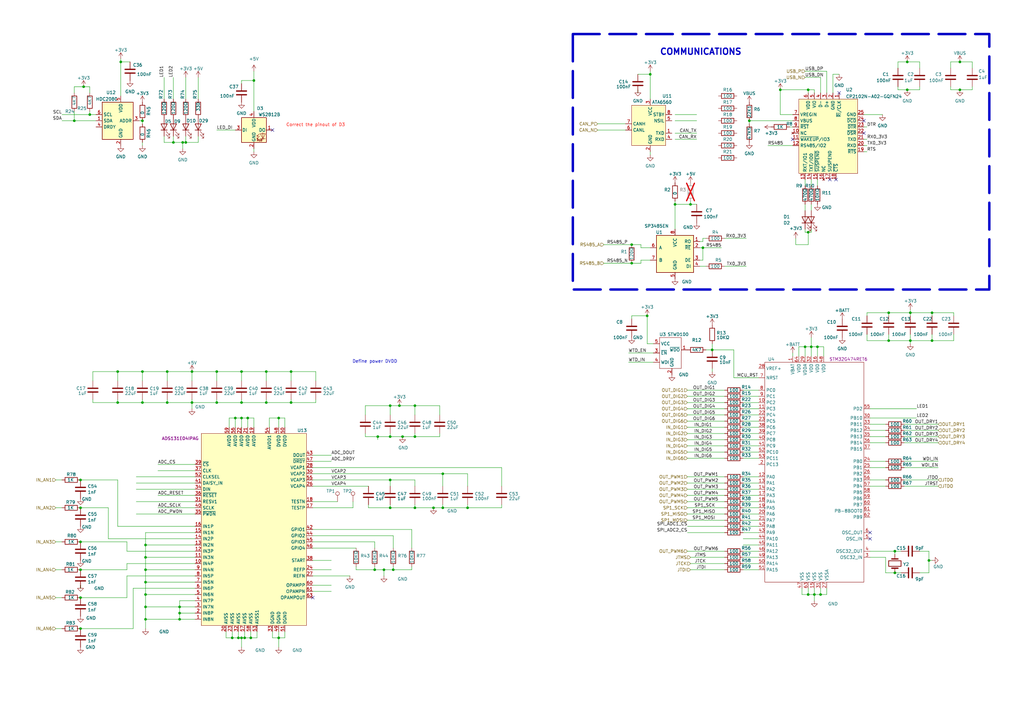
<source format=kicad_sch>
(kicad_sch (version 20250114) (generator "eeschema") (generator_version "9.0")
  (paper "A3")
  (rectangle (start 234.95 13.97) (end 405.765 118.745) (stroke (width 1) (type dash)))
  (text "COMMUNICATIONS" (at 270.51 22.86 0) (effects (font (size 2.54 2.54) (thickness 0.508) (bold yes)) (justify left bottom)))
  (text "Define power DVDD" (at 144.526 149.098 0) (effects (font (size 1.27 1.27)) (justify left bottom)))
  (text "Correct the pinout of D3\n" (at 117.348 52.07 0) (effects (font (size 1.27 1.27)) (justify left bottom)))
  (junction (at 71.12 58.42))
  (junction (at 372.11 25.4))
  (junction (at 119.38 165.1))
  (junction (at 373.38 139.7))
  (junction (at 382.27 139.7))
  (junction (at 364.49 128.27))
  (junction (at 119.38 152.4))
  (junction (at 33.02 257.81))
  (junction (at 49.53 25.4))
  (junction (at 292.1 143.51))
  (junction (at 97.79 261.62))
  (junction (at 283.21 83.82))
  (junction (at 276.86 83.82))
  (junction (at 78.74 152.4))
  (junction (at 99.06 171.45))
  (junction (at 109.22 165.1))
  (junction (at 73.66 254))
  (junction (at 76.2 58.42))
  (junction (at 102.87 261.62))
  (junction (at 259.08 107.95))
  (junction (at 160.02 208.28))
  (junction (at 74.93 58.42))
  (junction (at 73.66 251.46))
  (junction (at 73.66 248.92))
  (junction (at 163.83 166.37))
  (junction (at 153.67 233.68))
  (junction (at 367.03 226.06))
  (junction (at 34.29 35.56))
  (junction (at 157.48 233.68))
  (junction (at 161.29 233.68))
  (junction (at 101.6 171.45))
  (junction (at 181.61 194.31))
  (junction (at 154.94 179.07))
  (junction (at 33.02 245.11))
  (junction (at 58.42 152.4))
  (junction (at 320.04 36.83))
  (junction (at 160.02 179.07))
  (junction (at 381 229.87))
  (junction (at 59.69 223.52))
  (junction (at 68.58 152.4))
  (junction (at 104.14 33.02))
  (junction (at 393.7 36.83))
  (junction (at 336.55 243.84))
  (junction (at 59.69 233.68))
  (junction (at 373.38 128.27))
  (junction (at 100.33 261.62))
  (junction (at 109.22 152.4))
  (junction (at 99.06 165.1))
  (junction (at 160.02 196.85))
  (junction (at 36.83 46.99))
  (junction (at 114.3 261.62))
  (junction (at 48.26 165.1))
  (junction (at 33.02 196.85))
  (junction (at 33.02 222.25))
  (junction (at 393.7 25.4))
  (junction (at 372.11 36.83))
  (junction (at 78.74 165.1))
  (junction (at 181.61 208.28))
  (junction (at 58.42 165.1))
  (junction (at 170.18 166.37))
  (junction (at 332.74 142.24))
  (junction (at 30.48 49.53))
  (junction (at 33.02 233.68))
  (junction (at 364.49 139.7))
  (junction (at 99.06 261.62))
  (junction (at 58.42 49.53))
  (junction (at 177.8 208.28))
  (junction (at 68.58 165.1))
  (junction (at 170.18 179.07))
  (junction (at 48.26 152.4))
  (junction (at 265.43 129.54))
  (junction (at 59.69 243.84))
  (junction (at 266.7 30.48))
  (junction (at 170.18 208.28))
  (junction (at 331.47 243.84))
  (junction (at 95.25 261.62))
  (junction (at 59.69 228.6))
  (junction (at 59.69 238.76))
  (junction (at 165.1 179.07))
  (junction (at 382.27 128.27))
  (junction (at 96.52 171.45))
  (junction (at 288.29 101.6))
  (junction (at 367.03 234.95))
  (junction (at 99.06 152.4))
  (junction (at 334.01 243.84))
  (junction (at 191.77 208.28))
  (junction (at 335.28 142.24))
  (junction (at 88.9 165.1))
  (junction (at 88.9 152.4))
  (junction (at 331.47 95.25))
  (junction (at 59.69 248.92))
  (junction (at 330.2 142.24))
  (junction (at 259.08 100.33))
  (junction (at 331.47 36.83))
  (junction (at 59.69 254))
  (junction (at 307.34 49.53))
  (junction (at 160.02 166.37))
  (junction (at 33.02 208.28))
  (junction (at 114.3 171.45))
  (no_connect (at 356.87 220.98))
  (no_connect (at 354.33 54.61))
  (no_connect (at 354.33 49.53))
  (no_connect (at 344.17 38.1))
  (no_connect (at 340.36 73.66))
  (no_connect (at 325.12 57.15))
  (no_connect (at 111.76 53.34))
  (no_connect (at 356.87 218.44))
  (no_connect (at 128.27 245.11))
  (no_connect (at 342.9 73.66))
  (wire (pts (xy 76.2 31.75) (xy 76.2 40.64)))
  (wire (pts (xy 38.1 152.4) (xy 38.1 156.21)))
  (wire (pts (xy 281.94 182.88) (xy 297.18 182.88)))
  (wire (pts (xy 391.16 139.7) (xy 391.16 137.16)))
  (wire (pts (xy 266.7 30.48) (xy 266.7 40.64)))
  (wire (pts (xy 266.7 106.68) (xy 262.89 106.68)))
  (wire (pts (xy 157.48 233.68) (xy 157.48 236.22)))
  (wire (pts (xy 285.75 49.53) (xy 276.86 49.53)))
  (wire (pts (xy 64.77 190.5) (xy 80.01 190.5)))
  (wire (pts (xy 67.31 55.88) (xy 67.31 58.42)))
  (wire (pts (xy 114.3 261.62) (xy 114.3 265.43)))
  (wire (pts (xy 39.37 46.99) (xy 36.83 46.99)))
  (wire (pts (xy 300.99 154.94) (xy 311.15 154.94)))
  (wire (pts (xy 71.12 55.88) (xy 71.12 58.42)))
  (wire (pts (xy 33.02 257.81) (xy 54.61 257.81)))
  (wire (pts (xy 367.03 234.95) (xy 369.57 234.95)))
  (wire (pts (xy 304.8 185.42) (xy 311.15 185.42)))
  (wire (pts (xy 304.8 215.9) (xy 311.15 215.9)))
  (wire (pts (xy 262.89 106.68) (xy 262.89 107.95)))
  (wire (pts (xy 266.7 62.23) (xy 266.7 63.5)))
  (wire (pts (xy 110.49 171.45) (xy 114.3 171.45)))
  (wire (pts (xy 163.83 166.37) (xy 170.18 166.37)))
  (wire (pts (xy 78.74 156.21) (xy 78.74 152.4)))
  (wire (pts (xy 330.2 31.75) (xy 336.55 31.75)))
  (wire (pts (xy 205.74 191.77) (xy 205.74 199.39)))
  (wire (pts (xy 34.29 35.56) (xy 30.48 35.56)))
  (wire (pts (xy 304.8 233.68) (xy 311.15 233.68)))
  (wire (pts (xy 181.61 194.31) (xy 181.61 199.39)))
  (wire (pts (xy 281.94 170.18) (xy 297.18 170.18)))
  (wire (pts (xy 144.78 208.28) (xy 144.78 205.74)))
  (wire (pts (xy 304.8 182.88) (xy 311.15 182.88)))
  (wire (pts (xy 331.47 241.3) (xy 331.47 243.84)))
  (wire (pts (xy 262.89 100.33) (xy 259.08 100.33)))
  (wire (pts (xy 382.27 139.7) (xy 391.16 139.7)))
  (wire (pts (xy 59.69 248.92) (xy 73.66 248.92)))
  (wire (pts (xy 92.71 259.08) (xy 92.71 261.62)))
  (wire (pts (xy 281.94 180.34) (xy 297.18 180.34)))
  (wire (pts (xy 22.86 222.25) (xy 25.4 222.25)))
  (wire (pts (xy 320.04 36.83) (xy 331.47 36.83)))
  (wire (pts (xy 325.12 146.05) (xy 325.12 144.78)))
  (wire (pts (xy 59.69 233.68) (xy 80.01 233.68)))
  (wire (pts (xy 283.21 83.82) (xy 276.86 83.82)))
  (wire (pts (xy 281.94 172.72) (xy 297.18 172.72)))
  (wire (pts (xy 99.06 33.02) (xy 104.14 33.02)))
  (wire (pts (xy 355.6 139.7) (xy 364.49 139.7)))
  (wire (pts (xy 153.67 222.25) (xy 153.67 224.79)))
  (wire (pts (xy 128.27 189.23) (xy 135.89 189.23)))
  (wire (pts (xy 363.22 234.95) (xy 363.22 228.6)))
  (wire (pts (xy 99.06 171.45) (xy 101.6 171.45)))
  (wire (pts (xy 304.8 198.12) (xy 311.15 198.12)))
  (wire (pts (xy 304.8 180.34) (xy 311.15 180.34)))
  (wire (pts (xy 160.02 199.39) (xy 160.02 196.85)))
  (wire (pts (xy 373.38 128.27) (xy 382.27 128.27)))
  (wire (pts (xy 289.56 109.22) (xy 287.02 109.22)))
  (wire (pts (xy 373.38 128.27) (xy 373.38 129.54)))
  (wire (pts (xy 336.55 241.3) (xy 336.55 243.84)))
  (wire (pts (xy 59.69 238.76) (xy 59.69 243.84)))
  (wire (pts (xy 283.21 83.82) (xy 283.21 82.55)))
  (wire (pts (xy 59.69 218.44) (xy 59.69 223.52)))
  (wire (pts (xy 323.85 52.07) (xy 325.12 52.07)))
  (wire (pts (xy 304.8 175.26) (xy 311.15 175.26)))
  (wire (pts (xy 335.28 142.24) (xy 335.28 146.05)))
  (wire (pts (xy 304.8 210.82) (xy 311.15 210.82)))
  (wire (pts (xy 55.88 200.66) (xy 80.01 200.66)))
  (wire (pts (xy 33.02 222.25) (xy 52.07 222.25)))
  (wire (pts (xy 52.07 226.06) (xy 80.01 226.06)))
  (wire (pts (xy 382.27 128.27) (xy 391.16 128.27)))
  (wire (pts (xy 55.88 210.82) (xy 80.01 210.82)))
  (wire (pts (xy 128.27 224.79) (xy 146.05 224.79)))
  (wire (pts (xy 22.86 208.28) (xy 25.4 208.28)))
  (wire (pts (xy 30.48 35.56) (xy 30.48 38.1)))
  (wire (pts (xy 289.56 97.79) (xy 288.29 97.79)))
  (wire (pts (xy 364.49 139.7) (xy 373.38 139.7)))
  (wire (pts (xy 170.18 166.37) (xy 180.34 166.37)))
  (wire (pts (xy 149.86 177.8) (xy 149.86 179.07)))
  (wire (pts (xy 95.25 259.08) (xy 95.25 261.62)))
  (wire (pts (xy 341.63 30.48) (xy 344.17 30.48)))
  (wire (pts (xy 52.07 236.22) (xy 52.07 245.11)))
  (wire (pts (xy 382.27 128.27) (xy 382.27 129.54)))
  (wire (pts (xy 54.61 241.3) (xy 80.01 241.3)))
  (wire (pts (xy 389.89 36.83) (xy 393.7 36.83)))
  (wire (pts (xy 304.8 177.8) (xy 311.15 177.8)))
  (wire (pts (xy 354.33 57.15) (xy 355.6 57.15)))
  (wire (pts (xy 356.87 171.45) (xy 375.92 171.45)))
  (wire (pts (xy 355.6 137.16) (xy 355.6 139.7)))
  (wire (pts (xy 356.87 199.39) (xy 363.22 199.39)))
  (wire (pts (xy 97.79 261.62) (xy 99.06 261.62)))
  (wire (pts (xy 59.69 243.84) (xy 80.01 243.84)))
  (wire (pts (xy 325.12 46.99) (xy 320.04 46.99)))
  (wire (pts (xy 180.34 177.8) (xy 180.34 179.07)))
  (wire (pts (xy 281.94 187.96) (xy 297.18 187.96)))
  (wire (pts (xy 281.94 185.42) (xy 297.18 185.42)))
  (wire (pts (xy 304.8 167.64) (xy 311.15 167.64)))
  (wire (pts (xy 128.27 219.71) (xy 161.29 219.71)))
  (wire (pts (xy 68.58 165.1) (xy 78.74 165.1)))
  (wire (pts (xy 368.3 25.4) (xy 368.3 27.94)))
  (wire (pts (xy 377.19 234.95) (xy 381 234.95)))
  (wire (pts (xy 181.61 194.31) (xy 191.77 194.31)))
  (wire (pts (xy 58.42 165.1) (xy 68.58 165.1)))
  (wire (pts (xy 287.02 106.68) (xy 288.29 106.68)))
  (wire (pts (xy 73.66 246.38) (xy 73.66 248.92)))
  (wire (pts (xy 114.3 259.08) (xy 114.3 261.62)))
  (wire (pts (xy 59.69 248.92) (xy 59.69 254)))
  (wire (pts (xy 337.82 142.24) (xy 337.82 146.05)))
  (wire (pts (xy 128.27 199.39) (xy 151.13 199.39)))
  (wire (pts (xy 304.8 231.14) (xy 311.15 231.14)))
  (wire (pts (xy 373.38 139.7) (xy 382.27 139.7)))
  (wire (pts (xy 119.38 165.1) (xy 129.54 165.1)))
  (wire (pts (xy 128.27 236.22) (xy 143.51 236.22)))
  (wire (pts (xy 128.27 205.74) (xy 138.43 205.74)))
  (wire (pts (xy 381 226.06) (xy 381 229.87)))
  (wire (pts (xy 257.81 148.59) (xy 267.97 148.59)))
  (wire (pts (xy 36.83 35.56) (xy 34.29 35.56)))
  (wire (pts (xy 330.2 93.98) (xy 330.2 95.25)))
  (wire (pts (xy 281.94 213.36) (xy 297.18 213.36)))
  (wire (pts (xy 22.86 245.11) (xy 25.4 245.11)))
  (wire (pts (xy 389.89 25.4) (xy 389.89 27.94)))
  (wire (pts (xy 328.93 243.84) (xy 331.47 243.84)))
  (wire (pts (xy 59.69 238.76) (xy 80.01 238.76)))
  (wire (pts (xy 149.86 179.07) (xy 154.94 179.07)))
  (wire (pts (xy 320.04 46.99) (xy 320.04 36.83)))
  (wire (pts (xy 391.16 128.27) (xy 391.16 129.54)))
  (wire (pts (xy 332.74 138.43) (xy 332.74 142.24)))
  (wire (pts (xy 49.53 24.13) (xy 49.53 25.4)))
  (wire (pts (xy 128.27 186.69) (xy 135.89 186.69)))
  (wire (pts (xy 170.18 196.85) (xy 170.18 199.39)))
  (wire (pts (xy 281.94 162.56) (xy 297.18 162.56)))
  (wire (pts (xy 370.84 189.23) (xy 384.81 189.23)))
  (wire (pts (xy 99.06 261.62) (xy 100.33 261.62)))
  (wire (pts (xy 331.47 95.25) (xy 331.47 100.33)))
  (wire (pts (xy 281.94 215.9) (xy 297.18 215.9)))
  (wire (pts (xy 105.41 259.08) (xy 105.41 261.62)))
  (wire (pts (xy 170.18 179.07) (xy 180.34 179.07)))
  (wire (pts (xy 67.31 58.42) (xy 71.12 58.42)))
  (wire (pts (xy 326.39 97.79) (xy 326.39 100.33)))
  (wire (pts (xy 88.9 152.4) (xy 88.9 156.21)))
  (wire (pts (xy 59.69 254) (xy 73.66 254)))
  (wire (pts (xy 30.48 49.53) (xy 25.4 49.53)))
  (wire (pts (xy 64.77 193.04) (xy 80.01 193.04)))
  (wire (pts (xy 22.86 233.68) (xy 25.4 233.68)))
  (wire (pts (xy 128.27 222.25) (xy 153.67 222.25)))
  (wire (pts (xy 304.8 226.06) (xy 311.15 226.06)))
  (wire (pts (xy 128.27 196.85) (xy 160.02 196.85)))
  (wire (pts (xy 332.74 93.98) (xy 332.74 95.25)))
  (wire (pts (xy 373.38 139.7) (xy 373.38 140.97)))
  (wire (pts (xy 52.07 222.25) (xy 52.07 226.06)))
  (wire (pts (xy 372.11 25.4) (xy 377.19 25.4)))
  (wire (pts (xy 38.1 152.4) (xy 48.26 152.4)))
  (wire (pts (xy 304.8 228.6) (xy 311.15 228.6)))
  (wire (pts (xy 259.08 107.95) (xy 247.65 107.95)))
  (wire (pts (xy 281.94 175.26) (xy 297.18 175.26)))
  (wire (pts (xy 128.27 229.87) (xy 135.89 229.87)))
  (wire (pts (xy 170.18 208.28) (xy 170.18 207.01)))
  (wire (pts (xy 59.69 223.52) (xy 80.01 223.52)))
  (wire (pts (xy 281.94 203.2) (xy 297.18 203.2)))
  (wire (pts (xy 377.19 25.4) (xy 377.19 27.94)))
  (wire (pts (xy 300.99 143.51) (xy 300.99 154.94)))
  (wire (pts (xy 33.02 208.28) (xy 44.45 208.28)))
  (wire (pts (xy 276.86 82.55) (xy 276.86 83.82)))
  (wire (pts (xy 377.19 36.83) (xy 377.19 35.56)))
  (wire (pts (xy 281.94 205.74) (xy 297.18 205.74)))
  (wire (pts (xy 74.93 58.42) (xy 76.2 58.42)))
  (wire (pts (xy 377.19 226.06) (xy 381 226.06)))
  (wire (pts (xy 288.29 106.68) (xy 288.29 101.6)))
  (wire (pts (xy 245.11 50.8) (xy 256.54 50.8)))
  (wire (pts (xy 170.18 208.28) (xy 177.8 208.28)))
  (wire (pts (xy 205.74 207.01) (xy 205.74 208.28)))
  (wire (pts (xy 327.66 146.05) (xy 327.66 142.24)))
  (wire (pts (xy 44.45 208.28) (xy 44.45 220.98)))
  (wire (pts (xy 33.02 240.03) (xy 33.02 241.3)))
  (wire (pts (xy 191.77 199.39) (xy 191.77 194.31)))
  (wire (pts (xy 364.49 128.27) (xy 364.49 129.54)))
  (wire (pts (xy 154.94 179.07) (xy 154.94 180.34)))
  (wire (pts (xy 160.02 196.85) (xy 170.18 196.85)))
  (wire (pts (xy 55.88 195.58) (xy 80.01 195.58)))
  (wire (pts (xy 306.07 109.22) (xy 297.18 109.22)))
  (wire (pts (xy 288.29 99.06) (xy 287.02 99.06)))
  (wire (pts (xy 288.29 101.6) (xy 287.02 101.6)))
  (wire (pts (xy 64.77 203.2) (xy 80.01 203.2)))
  (wire (pts (xy 354.33 62.23) (xy 355.6 62.23)))
  (wire (pts (xy 22.86 257.81) (xy 25.4 257.81)))
  (wire (pts (xy 52.07 231.14) (xy 52.07 233.68)))
  (wire (pts (xy 367.03 226.06) (xy 369.57 226.06)))
  (wire (pts (xy 73.66 248.92) (xy 73.66 251.46)))
  (wire (pts (xy 128.27 208.28) (xy 144.78 208.28)))
  (wire (pts (xy 128.27 240.03) (xy 135.89 240.03)))
  (wire (pts (xy 281.94 226.06) (xy 297.18 226.06)))
  (wire (pts (xy 119.38 156.21) (xy 119.38 152.4)))
  (wire (pts (xy 73.66 246.38) (xy 80.01 246.38)))
  (wire (pts (xy 49.53 25.4) (xy 49.53 39.37)))
  (wire (pts (xy 259.08 130.81) (xy 259.08 129.54)))
  (wire (pts (xy 116.84 259.08) (xy 116.84 261.62)))
  (wire (pts (xy 104.14 33.02) (xy 104.14 45.72)))
  (wire (pts (xy 381 229.87) (xy 381 234.95)))
  (wire (pts (xy 330.2 83.82) (xy 330.2 86.36)))
  (wire (pts (xy 128.27 194.31) (xy 181.61 194.31)))
  (wire (pts (xy 307.34 49.53) (xy 307.34 50.8)))
  (wire (pts (xy 370.84 173.99) (xy 384.81 173.99)))
  (wire (pts (xy 68.58 152.4) (xy 78.74 152.4)))
  (wire (pts (xy 30.48 45.72) (xy 30.48 49.53)))
  (wire (pts (xy 78.74 165.1) (xy 88.9 165.1)))
  (wire (pts (xy 33.02 233.68) (xy 52.07 233.68)))
  (wire (pts (xy 382.27 229.87) (xy 381 229.87)))
  (wire (pts (xy 151.13 208.28) (xy 160.02 208.28)))
  (wire (pts (xy 100.33 261.62) (xy 100.33 259.08)))
  (wire (pts (xy 292.1 143.51) (xy 300.99 143.51)))
  (wire (pts (xy 304.8 203.2) (xy 311.15 203.2)))
  (wire (pts (xy 355.6 129.54) (xy 355.6 128.27)))
  (wire (pts (xy 257.81 144.78) (xy 267.97 144.78)))
  (wire (pts (xy 114.3 261.62) (xy 116.84 261.62)))
  (wire (pts (xy 276.86 83.82) (xy 276.86 93.98)))
  (wire (pts (xy 292.1 143.51) (xy 289.56 143.51)))
  (wire (pts (xy 281.94 208.28) (xy 297.18 208.28)))
  (wire (pts (xy 304.8 187.96) (xy 311.15 187.96)))
  (wire (pts (xy 356.87 181.61) (xy 363.22 181.61)))
  (wire (pts (xy 59.69 243.84) (xy 59.69 248.92)))
  (wire (pts (xy 393.7 36.83) (xy 398.78 36.83)))
  (wire (pts (xy 304.8 165.1) (xy 311.15 165.1)))
  (wire (pts (xy 304.8 208.28) (xy 311.15 208.28)))
  (wire (pts (xy 332.74 142.24) (xy 332.74 146.05)))
  (wire (pts (xy 370.84 196.85) (xy 384.81 196.85)))
  (wire (pts (xy 262.89 101.6) (xy 262.89 100.33)))
  (wire (pts (xy 356.87 176.53) (xy 363.22 176.53)))
  (wire (pts (xy 336.55 243.84) (xy 339.09 243.84)))
  (wire (pts (xy 73.66 251.46) (xy 73.66 254)))
  (wire (pts (xy 55.88 198.12) (xy 80.01 198.12)))
  (wire (pts (xy 168.91 232.41) (xy 168.91 233.68)))
  (wire (pts (xy 109.22 152.4) (xy 119.38 152.4)))
  (wire (pts (xy 99.06 261.62) (xy 99.06 265.43)))
  (wire (pts (xy 114.3 171.45) (xy 116.84 171.45)))
  (wire (pts (xy 99.06 165.1) (xy 109.22 165.1)))
  (wire (pts (xy 92.71 261.62) (xy 95.25 261.62)))
  (wire (pts (xy 283.21 228.6) (xy 297.18 228.6)))
  (wire (pts (xy 245.11 53.34) (xy 256.54 53.34)))
  (wire (pts (xy 128.27 217.17) (xy 168.91 217.17)))
  (wire (pts (xy 52.07 231.14) (xy 80.01 231.14)))
  (wire (pts (xy 48.26 152.4) (xy 48.26 156.21)))
  (wire (pts (xy 180.34 166.37) (xy 180.34 170.18)))
  (wire (pts (xy 76.2 58.42) (xy 81.28 58.42)))
  (wire (pts (xy 368.3 36.83) (xy 372.11 36.83)))
  (wire (pts (xy 128.27 191.77) (xy 205.74 191.77)))
  (wire (pts (xy 292.1 151.13) (xy 292.1 152.4)))
  (wire (pts (xy 100.33 261.62) (xy 102.87 261.62)))
  (wire (pts (xy 78.74 165.1) (xy 78.74 167.64)))
  (wire (pts (xy 331.47 36.83) (xy 334.01 36.83)))
  (wire (pts (xy 306.07 97.79) (xy 297.18 97.79)))
  (wire (pts (xy 38.1 165.1) (xy 48.26 165.1)))
  (wire (pts (xy 304.8 218.44) (xy 311.15 218.44)))
  (wire (pts (xy 363.22 228.6) (xy 356.87 228.6)))
  (wire (pts (xy 389.89 35.56) (xy 389.89 36.83)))
  (wire (pts (xy 304.8 213.36) (xy 311.15 213.36)))
  (wire (pts (xy 81.28 31.75) (xy 81.28 40.64)))
  (wire (pts (xy 73.66 251.46) (xy 80.01 251.46)))
  (wire (pts (xy 370.84 176.53) (xy 384.81 176.53)))
  (wire (pts (xy 330.2 95.25) (xy 331.47 95.25)))
  (wire (pts (xy 304.8 200.66) (xy 311.15 200.66)))
  (wire (pts (xy 261.62 36.83) (xy 261.62 38.1)))
  (wire (pts (xy 59.69 254) (xy 59.69 257.81)))
  (wire (pts (xy 332.74 142.24) (xy 335.28 142.24)))
  (wire (pts (xy 330.2 142.24) (xy 330.2 146.05)))
  (wire (pts (xy 370.84 181.61) (xy 384.81 181.61)))
  (wire (pts (xy 33.02 196.85) (xy 48.26 196.85)))
  (wire (pts (xy 314.96 59.69) (xy 325.12 59.69)))
  (wire (pts (xy 109.22 165.1) (xy 119.38 165.1)))
  (wire (pts (xy 101.6 171.45) (xy 104.14 171.45)))
  (wire (pts (xy 68.58 163.83) (xy 68.58 165.1)))
  (wire (pts (xy 304.8 162.56) (xy 311.15 162.56)))
  (wire (pts (xy 356.87 189.23) (xy 363.22 189.23)))
  (wire (pts (xy 154.94 179.07) (xy 160.02 179.07)))
  (wire (pts (xy 93.98 171.45) (xy 96.52 171.45)))
  (wire (pts (xy 128.27 242.57) (xy 135.89 242.57)))
  (wire (pts (xy 356.87 173.99) (xy 363.22 173.99)))
  (wire (pts (xy 370.84 199.39) (xy 384.81 199.39)))
  (wire (pts (xy 304.8 223.52) (xy 311.15 223.52)))
  (wire (pts (xy 335.28 142.24) (xy 337.82 142.24)))
  (wire (pts (xy 160.02 166.37) (xy 163.83 166.37)))
  (wire (pts (xy 281.94 198.12) (xy 297.18 198.12)))
  (wire (pts (xy 58.42 49.53) (xy 58.42 50.8)))
  (wire (pts (xy 307.34 49.53) (xy 325.12 49.53)))
  (wire (pts (xy 330.2 142.24) (xy 332.74 142.24)))
  (wire (pts (xy 354.33 52.07) (xy 355.6 52.07)))
  (wire (pts (xy 149.86 170.18) (xy 149.86 166.37)))
  (wire (pts (xy 36.83 38.1) (xy 36.83 35.56)))
  (wire (pts (xy 339.09 243.84) (xy 339.09 241.3)))
  (wire (pts (xy 304.8 220.98) (xy 311.15 220.98)))
  (wire (pts (xy 161.29 232.41) (xy 161.29 233.68)))
  (wire (pts (xy 281.94 165.1) (xy 297.18 165.1)))
  (wire (pts (xy 389.89 25.4) (xy 393.7 25.4)))
  (wire (pts (xy 59.69 228.6) (xy 59.69 233.68)))
  (wire (pts (xy 71.12 31.75) (xy 71.12 40.64)))
  (wire (pts (xy 341.63 30.48) (xy 341.63 38.1)))
  (wire (pts (xy 36.83 45.72) (xy 36.83 46.99)))
  (wire (pts (xy 153.67 232.41) (xy 153.67 233.68)))
  (wire (pts (xy 44.45 220.98) (xy 80.01 220.98)))
  (wire (pts (xy 285.75 83.82) (xy 283.21 83.82)))
  (wire (pts (xy 81.28 55.88) (xy 81.28 58.42)))
  (wire (pts (xy 88.9 165.1) (xy 99.06 165.1)))
  (wire (pts (xy 111.76 261.62) (xy 114.3 261.62)))
  (wire (pts (xy 110.49 171.45) (xy 110.49 175.26)))
  (wire (pts (xy 292.1 140.97) (xy 292.1 143.51)))
  (wire (pts (xy 334.01 243.84) (xy 336.55 243.84)))
  (wire (pts (xy 93.98 175.26) (xy 93.98 171.45)))
  (wire (pts (xy 58.42 58.42) (xy 58.42 59.69)))
  (wire (pts (xy 59.69 223.52) (xy 59.69 228.6)))
  (wire (pts (xy 54.61 241.3) (xy 54.61 257.81)))
  (wire (pts (xy 68.58 152.4) (xy 68.58 156.21)))
  (wire (pts (xy 111.76 259.08) (xy 111.76 261.62)))
  (wire (pts (xy 334.01 243.84) (xy 334.01 246.38)))
  (wire (pts (xy 259.08 100.33) (xy 247.65 100.33)))
  (wire (pts (xy 30.48 49.53) (xy 39.37 49.53)))
  (wire (pts (xy 367.03 227.33) (xy 367.03 226.06)))
  (wire (pts (xy 53.34 25.4) (xy 49.53 25.4)))
  (wire (pts (xy 265.43 140.97) (xy 265.43 129.54)))
  (wire (pts (xy 129.54 163.83) (xy 129.54 165.1)))
  (wire (pts (xy 160.02 179.07) (xy 165.1 179.07)))
  (wire (pts (xy 101.6 171.45) (xy 101.6 175.26)))
  (wire (pts (xy 370.84 179.07) (xy 384.81 179.07)))
  (wire (pts (xy 151.13 207.01) (xy 151.13 208.28)))
  (wire (pts (xy 119.38 163.83) (xy 119.38 165.1)))
  (wire (pts (xy 146.05 233.68) (xy 153.67 233.68)))
  (wire (pts (xy 304.8 160.02) (xy 311.15 160.02)))
  (wire (pts (xy 160.02 207.01) (xy 160.02 208.28)))
  (wire (pts (xy 259.08 129.54) (xy 265.43 129.54)))
  (wire (pts (xy 119.38 152.4) (xy 129.54 152.4)))
  (wire (pts (xy 367.03 234.95) (xy 363.22 234.95)))
  (wire (pts (xy 99.06 34.29) (xy 99.06 33.02)))
  (wire (pts (xy 129.54 152.4) (xy 129.54 156.21)))
  (wire (pts (xy 285.75 54.61) (xy 276.86 54.61)))
  (wire (pts (xy 48.26 215.9) (xy 80.01 215.9)))
  (wire (pts (xy 181.61 208.28) (xy 191.77 208.28)))
  (wire (pts (xy 356.87 191.77) (xy 363.22 191.77)))
  (wire (pts (xy 76.2 55.88) (xy 76.2 58.42)))
  (wire (pts (xy 285.75 46.99) (xy 276.86 46.99)))
  (wire (pts (xy 335.28 73.66) (xy 335.28 76.2)))
  (wire (pts (xy 58.42 152.4) (xy 68.58 152.4)))
  (wire (pts (xy 373.38 139.7) (xy 373.38 137.16)))
  (wire (pts (xy 165.1 179.07) (xy 170.18 179.07)))
  (wire (pts (xy 146.05 232.41) (xy 146.05 233.68)))
  (wire (pts (xy 364.49 139.7) (xy 364.49 137.16)))
  (wire (pts (xy 99.06 156.21) (xy 99.06 152.4)))
  (wire (pts (xy 283.21 231.14) (xy 297.18 231.14)))
  (wire (pts (xy 33.02 245.11) (xy 52.07 245.11)))
  (wire (pts (xy 59.69 218.44) (xy 80.01 218.44)))
  (wire (pts (xy 59.69 233.68) (xy 59.69 238.76)))
  (wire (pts (xy 160.02 177.8) (xy 160.02 179.07)))
  (wire (pts (xy 356.87 167.64) (xy 375.92 167.64)))
  (wire (pts (xy 373.38 127) (xy 373.38 128.27)))
  (wire (pts (xy 48.26 165.1) (xy 58.42 165.1)))
  (wire (pts (xy 74.93 60.96) (xy 74.93 58.42)))
  (wire (pts (xy 104.14 60.96) (xy 104.14 62.23)))
  (wire (pts (xy 304.8 170.18) (xy 311.15 170.18)))
  (wire (pts (xy 157.48 233.68) (xy 161.29 233.68)))
  (wire (pts (xy 78.74 152.4) (xy 88.9 152.4)))
  (wire (pts (xy 116.84 171.45) (xy 116.84 175.26)))
  (wire (pts (xy 332.74 73.66) (xy 332.74 76.2)))
  (wire (pts (xy 177.8 208.28) (xy 181.61 208.28)))
  (wire (pts (xy 191.77 208.28) (xy 205.74 208.28)))
  (wire (pts (xy 266.7 29.21) (xy 266.7 30.48)))
  (wire (pts (xy 304.8 205.74) (xy 311.15 205.74)))
  (wire (pts (xy 88.9 152.4) (xy 99.06 152.4)))
  (wire (pts (xy 59.69 228.6) (xy 80.01 228.6)))
  (wire (pts (xy 368.3 25.4) (xy 372.11 25.4)))
  (wire (pts (xy 330.2 29.21) (xy 339.09 29.21)))
  (wire (pts (xy 104.14 29.21) (xy 104.14 33.02)))
  (wire (pts (xy 168.91 224.79) (xy 168.91 217.17)))
  (wire (pts (xy 281.94 210.82) (xy 297.18 210.82)))
  (wire (pts (xy 97.79 259.08) (xy 97.79 261.62)))
  (wire (pts (xy 281.94 167.64) (xy 297.18 167.64)))
  (wire (pts (xy 160.02 166.37) (xy 160.02 170.18)))
  (wire (pts (xy 328.93 241.3) (xy 328.93 243.84)))
  (wire (pts (xy 330.2 73.66) (xy 330.2 76.2)))
  (wire (pts (xy 327.66 142.24) (xy 330.2 142.24)))
  (wire (pts (xy 88.9 163.83) (xy 88.9 165.1)))
  (wire (pts (xy 393.7 25.4) (xy 398.78 25.4)))
  (wire (pts (xy 354.33 59.69) (xy 355.6 59.69)))
  (wire (pts (xy 331.47 36.83) (xy 331.47 38.1)))
  (wire (pts (xy 99.06 171.45) (xy 99.06 175.26)))
  (wire (pts (xy 48.26 152.4) (xy 58.42 152.4)))
  (wire (pts (xy 64.77 208.28) (xy 80.01 208.28)))
  (wire (pts (xy 170.18 177.8) (xy 170.18 179.07)))
  (wire (pts (xy 304.8 195.58) (xy 311.15 195.58)))
  (wire (pts (xy 368.3 35.56) (xy 368.3 36.83)))
  (wire (pts (xy 191.77 208.28) (xy 191.77 207.01)))
  (wire (pts (xy 58.42 49.53) (xy 57.15 49.53)))
  (wire (pts (xy 304.8 172.72) (xy 311.15 172.72)))
  (wire (pts (xy 356.87 179.07) (xy 363.22 179.07)))
  (wire (pts (xy 109.22 152.4) (xy 109.22 156.21)))
  (wire (pts (xy 281.94 160.02) (xy 297.18 160.02)))
  (wire (pts (xy 96.52 171.45) (xy 96.52 175.26)))
  (wire (pts (xy 153.67 233.68) (xy 157.48 233.68)))
  (wire (pts (xy 339.09 29.21) (xy 339.09 38.1)))
  (wire (pts (xy 99.06 163.83) (xy 99.06 165.1)))
  (wire (pts (xy 281.94 218.44) (xy 297.18 218.44)))
  (wire (pts (xy 104.14 171.45) (xy 104.14 175.26)))
  (wire (pts (xy 398.78 25.4) (xy 398.78 27.94)))
  (wire (pts (xy 71.12 58.42) (xy 74.93 58.42)))
  (wire (pts (xy 102.87 261.62) (xy 105.41 261.62)))
  (wire (pts (xy 38.1 163.83) (xy 38.1 165.1)))
  (wire (pts (xy 331.47 95.25) (xy 332.74 95.25)))
  (wire (pts (xy 331.47 100.33) (xy 326.39 100.33)))
  (wire (pts (xy 170.18 170.18) (xy 170.18 166.37)))
  (wire (pts (xy 356.87 196.85) (xy 363.22 196.85)))
  (wire (pts (xy 336.55 38.1) (xy 336.55 31.75)))
  (wire (pts (xy 161.29 233.68) (xy 168.91 233.68)))
  (wire (pts (xy 36.83 46.99) (xy 25.4 46.99)))
  (wire (pts (xy 181.61 207.01) (xy 181.61 208.28)))
  (wire (pts (xy 370.84 191.77) (xy 384.81 191.77)))
  (wire (pts (xy 67.31 31.75) (xy 67.31 40.64)))
  (wire (pts (xy 99.06 152.4) (xy 109.22 152.4)))
  (wire (pts (xy 281.94 177.8) (xy 297.18 177.8)))
  (wire (pts (xy 128.27 233.68) (xy 135.89 233.68)))
  (wire (pts (xy 281.94 200.66) (xy 297.18 200.66)))
  (wire (pts (xy 266.7 101.6) (xy 262.89 101.6)))
  (wire (pts (xy 334.01 241.3) (xy 334.01 243.84)))
  (wire (pts (xy 331.47 243.84) (xy 334.01 243.84)))
  (wire (pts (xy 22.86 196.85) (xy 25.4 196.85)))
  (wire (pts (xy 161.29 224.79) (xy 161.29 219.71)))
  (wire (pts (xy 288.29 99.06) (xy 288.29 97.79)))
  (wire (pts (xy 102.87 259.08) (xy 102.87 261.62)))
  (wire (pts (xy 382.27 139.7) (xy 382.27 137.16)))
  (wire (pts (xy 355.6 128.27) (xy 364.49 128.27)))
  (wire (pts (xy 55.88 205.74) (xy 80.01 205.74)))
  (wire (pts (xy 114.3 171.45) (xy 114.3 175.26)))
  (wire (pts (xy 96.52 171.45) (xy 99.06 171.45)))
  (wire (pts (xy 88.9 53.34) (xy 96.52 53.34)))
  (wire (pts (xy 283.21 233.68) (xy 297.18 233.68)))
  (wire (pts (xy 149.86 166.37) (xy 160.02 166.37)))
  (wire (pts (xy 73.66 248.92) (xy 80.01 248.92)))
  (wire (pts (xy 295.91 101.6) (xy 288.29 101.6)))
  (wire (pts (xy 332.74 83.82) (xy 332.74 86.36)))
  (wire (pts (xy 261.62 30.48) (xy 266.7 30.48)))
  (wire (pts (xy 48.26 196.85) (xy 48.26 215.9)))
  (wire (pts (xy 48.26 163.83) (xy 48.26 165.1)))
  (wire (pts (xy 281.94 195.58) (xy 297.18 195.58)))
  (wire (pts (xy 262.89 107.95) (xy 259.08 107.95)))
  (wire (pts (xy 170.18 208.28) (xy 160.02 208.28)))
  (wire (pts (xy 334.01 38.1) (xy 334.01 36.83)))
  (wire (pts (xy 364.49 128.27) (xy 373.38 128.27)))
  (wire (pts (xy 58.42 163.83) (xy 58.42 165.1)))
  (wire (pts (xy 73.66 254) (xy 80.01 254)))
  (wire (pts (xy 52.07 236.22) (xy 80.01 236.22)))
  (wire (pts (xy 58.42 156.21) (xy 58.42 152.4)))
  (wire (pts (xy 267.97 140.97) (xy 265.43 140.97)))
  (wire (pts (xy 372.11 36.83) (xy 377.19 36.83)))
  (wire (pts (xy 356.87 226.06) (xy 367.03 226.06)))
  (wire (pts (xy 95.25 261.62) (xy 97.79 261.62)))
  (wire (pts (xy 109.22 163.83) (xy 109.22 165.1)))
  (wire (pts (xy 354.33 46.99) (xy 361.95 46.99)))
  (wire (pts (xy 398.78 36.83) (xy 398.78 35.56)))
  (wire (pts (xy 285.75 57.15) (xy 276.86 57.15)))
  (wire (pts (xy 78.74 163.83) (xy 78.74 165.1)))
  (label "ADC_SCLK" (at 64.77 208.28 0))
  (label "VCAP4" (at 135.89 199.39 0))
  (label "LED1" (at 67.31 31.75 90))
  (label "USB_DP" (at 330.2 29.21 0))
  (label "WDI_IN" (at 384.81 189.23 180))
  (label "OUT_DRY3" (at 384.81 179.07 180))
  (label "OUT_DIG5" (at 293.37 170.18 180))
  (label "OUT_PWM2" (at 294.64 198.12 180))
  (label "OUT_DIG2" (at 293.37 162.56 180))
  (label "OUT_PWM3" (at 294.64 200.66 180))
  (label "ADC_RESET" (at 64.77 203.2 0))
  (label "VCAP2" (at 135.89 194.31 0))
  (label "WTD_EN" (at 257.81 144.78 0))
  (label "SP1_MOSI" (at 293.37 213.36 180))
  (label "OUT_DIG4" (at 293.37 167.64 180))
  (label "OUT_DRY4" (at 384.81 181.61 180))
  (label "RS485_N" (at 248.92 107.95 0))
  (label "OUT_DRY1" (at 384.81 173.99 180))
  (label "OUT_PWM5" (at 294.64 205.74 180))
  (label "ADC_DOUT" (at 135.89 186.69 0))
  (label "JTDI" (at 289.56 233.68 180))
  (label "OUT_DIG6" (at 293.37 172.72 180))
  (label "RX0_3V3" (at 306.07 97.79 180))
  (label "LED2" (at 375.92 171.45 0))
  (label "RS485" (at 295.91 101.6 180))
  (label "IN_DIG1" (at 292.1 175.26 180))
  (label "RS485" (at 314.96 59.69 0))
  (label "SPI_ADC2_CS" (at 281.94 218.44 180))
  (label "OUT_PWM1" (at 294.64 195.58 180))
  (label "OUT_DRY2" (at 384.81 176.53 180))
  (label "JTRST" (at 384.81 199.39 180))
  (label "OUT_PWM4" (at 294.64 203.2 180))
  (label "USB_DN" (at 330.2 31.75 0))
  (label "VCAP3" (at 135.89 196.85 0))
  (label "SCL" (at 25.4 46.99 180))
  (label "CAN_RX" (at 285.75 57.15 180))
  (label "MCU_RST" (at 302.26 154.94 0))
  (label "WTD_IN" (at 257.81 148.59 0))
  (label "LED1" (at 375.92 167.64 0))
  (label "JTCK" (at 289.56 231.14 180))
  (label "IN_DIG3" (at 292.1 180.34 180))
  (label "SPI_ADC1_CS" (at 281.94 215.9 180))
  (label "WDI_EN" (at 384.81 191.77 180))
  (label "LED2" (at 71.12 31.75 90))
  (label "ADC_DRDY" (at 135.89 189.23 0))
  (label "RX0_3V3" (at 355.6 57.15 0))
  (label "OUT_PWM6" (at 294.64 226.06 180))
  (label "TX0_3V3" (at 306.07 109.22 180))
  (label "IN_DIG5" (at 292.1 185.42 180))
  (label "TX0_3V3" (at 355.6 59.69 0))
  (label "IN_DIG6" (at 292.1 187.96 180))
  (label "OUT_DIG1" (at 293.37 160.02 180))
  (label "SP1_SCK" (at 293.37 208.28 180))
  (label "RTS" (at 355.6 62.23 0))
  (label "SP1_MISO" (at 293.37 210.82 180))
  (label "ADC_CS" (at 64.77 190.5 0))
  (label "DTR" (at 355.6 52.07 0))
  (label "OUT_DIG3" (at 293.37 165.1 180))
  (label "CAN_TX" (at 285.75 54.61 180))
  (label "IN_DIG4" (at 292.1 182.88 180))
  (label "SDA" (at 25.4 49.53 180))
  (label "IN_DIG2" (at 292.1 177.8 180))
  (label "LED_DI" (at 88.9 53.34 0))
  (label "JTMS" (at 289.56 228.6 180))
  (label "JTDO" (at 384.81 196.85 180))
  (label "ADC_PWDN" (at 64.77 210.82 0))
  (label "RS485_P" (at 248.92 100.33 0))
  (hierarchical_label "RS485_B" (shape input) (at 247.65 107.95 180))
  (hierarchical_label "IN_DIG4" (shape input) (at 281.94 182.88 180))
  (hierarchical_label "RS485_A" (shape input) (at 247.65 100.33 180))
  (hierarchical_label "OUT_DIG4" (shape input) (at 281.94 167.64 180))
  (hierarchical_label "JTDI" (shape input) (at 283.21 233.68 180))
  (hierarchical_label "IN_AN5" (shape input) (at 22.86 245.11 180))
  (hierarchical_label "OUT_DRY2" (shape input) (at 384.81 176.53 0))
  (hierarchical_label "JTMS" (shape input) (at 283.21 228.6 180))
  (hierarchical_label "IN_AN3" (shape input) (at 22.86 222.25 180))
  (hierarchical_label "OUT_DIG2" (shape input) (at 281.94 162.56 180))
  (hierarchical_label "OUT_PWM5" (shape input) (at 281.94 205.74 180))
  (hierarchical_label "USB_P" (shape input) (at 330.2 29.21 180))
  (hierarchical_label "IN_AN6" (shape input) (at 22.86 257.81 180))
  (hierarchical_label "IN_AN1" (shape input) (at 22.86 196.85 180))
  (hierarchical_label "IN_AN4" (shape input) (at 22.86 233.68 180))
  (hierarchical_label "IN_DIG6" (shape input) (at 281.94 187.96 180))
  (hierarchical_label "IN_DIG1" (shape input) (at 281.94 175.26 180))
  (hierarchical_label "OUT_PWM6" (shape input) (at 281.94 226.06 180))
  (hierarchical_label "OUT_PWM2" (shape input) (at 281.94 198.12 180))
  (hierarchical_label "CAN_N" (shape input) (at 245.11 53.34 180))
  (hierarchical_label "JTDO" (shape input) (at 384.81 196.85 0))
  (hierarchical_label "IN_DIG3" (shape input) (at 281.94 180.34 180))
  (hierarchical_label "SP1_MISO" (shape input) (at 281.94 210.82 180))
  (hierarchical_label "IN_DIG2" (shape input) (at 281.94 177.8 180))
  (hierarchical_label "JTDO" (shape input) (at 384.81 199.39 0))
  (hierarchical_label "SP1_MOSI" (shape input) (at 281.94 213.36 180))
  (hierarchical_label "USB_N" (shape input) (at 330.2 31.75 180))
  (hierarchical_label "IN_DIG5" (shape input) (at 281.94 185.42 180))
  (hierarchical_label "OUT_PWM4" (shape input) (at 281.94 203.2 180))
  (hierarchical_label "IN_AN2" (shape input) (at 22.86 208.28 180))
  (hierarchical_label "OUT_DIG6" (shape input) (at 281.94 172.72 180))
  (hierarchical_label "OUT_DRY3" (shape input) (at 384.81 179.07 0))
  (hierarchical_label "OUT_DRY4" (shape input) (at 384.81 181.61 0))
  (hierarchical_label "OUT_DIG5" (shape input) (at 281.94 170.18 180))
  (hierarchical_label "OUT_PWM1" (shape input) (at 281.94 195.58 180))
  (hierarchical_label "SP1_SCK" (shape input) (at 281.94 208.28 180))
  (hierarchical_label "OUT_DIG3" (shape input) (at 281.94 165.1 180))
  (hierarchical_label "CAN_P" (shape input) (at 245.11 50.8 180))
  (hierarchical_label "OUT_DRY1" (shape input) (at 384.81 173.99 0))
  (hierarchical_label "OUT_PWM3" (shape input) (at 281.94 200.66 180))
  (hierarchical_label "JTCK" (shape input) (at 283.21 231.14 180))
  (hierarchical_label "OUT_DIG1" (shape input) (at 281.94 160.02 180))
  (symbol (lib_id "Resistor_0603:470Ω") (at 332.74 80.01 0) (unit 1)
    (property "Reference" "R10" (at 330.2 76.2 0) (effects (justify left)))
    (property "Value" "470Ω" (at 332.74 82.55 90) (effects (justify left)))
    (property "Footprint" "Resistor_SMD:R_0603_1608Metric" (effects (hide yes)))
    (property "Datasheet" "https://www.mouser.be/datasheet/2/427/VISH_S_A0003599164_1-2569050.pdf" (effects (hide yes)))
    (property "Description" "Thick Film Resistors - SMD 1/10Watt 470ohms 5% Commercial Use" (effects (hide yes)))
    (property "Manufacturer" "Vishay" (effects (hide yes)))
    (property "MPN" "CRCW0603470RJNEBC" (effects (hide yes)))
    (property "Supplier" "Mouser" (effects (hide yes)))
    (property "Supplier Nr." "71-CRCW0603470RJNEBC" (effects (hide yes)))
    (property "Power" "100mW" (effects (hide yes)))
    (property "Tolerance" "5%" (effects (hide yes)))
    (property "Price" "0.025" (effects (hide yes)))
  )
  (symbol (lib_name "100_1") (lib_id "Resistor_0603:100") (at 367.03 179.07 90) (unit 1)
    (property "Reference" "R62" (at 372.11 177.8 90))
    (property "Value" "100" (at 367.03 179.07 90))
    (property "Footprint" "Resistor_SMD:R_0603_1608Metric" (effects (hide yes)))
    (property "Datasheet" "https://www.yageo.com/upload/media/product/productsearch/datasheet/rchip/PYu-RC_Group_51_RoHS_L_11.pdf" (effects (hide yes)))
    (property "Description" "100 Ohms ±1% 0.1W, 1/10W Chip Resistor 0603 (1608 Metric) Moisture Resistant Thick Film" (effects (hide yes)))
    (property "Manufacturer" "Yageo" (effects (hide yes)))
    (property "MPN" "RC0603FR-07100RL" (effects (hide yes)))
    (property "Supplier" "Digikey" (effects (hide yes)))
    (property "Supplier Nr." "311-100HRCT-ND" (effects (hide yes)))
    (property "Tolerance" "1%" (effects (hide yes)))
    (property "Power" "100mW" (effects (hide yes)))
    (property "Price" "0.09" (effects (hide yes)))
  )
  (symbol (lib_id "power:GND") (at 33.02 229.87 0) (unit 1)
    (property "Reference" "#PWR087" (effects (hide yes)))
    (property "Value" "GND" (at 35.56 230.124 0))
  )
  (symbol (lib_name "100_1") (lib_id "Resistor_0603:100") (at 300.99 195.58 90) (unit 1)
    (property "Reference" "R34" (at 306.07 194.31 90))
    (property "Value" "100" (at 300.99 195.58 90))
    (property "Footprint" "Resistor_SMD:R_0603_1608Metric" (effects (hide yes)))
    (property "Datasheet" "https://www.yageo.com/upload/media/product/productsearch/datasheet/rchip/PYu-RC_Group_51_RoHS_L_11.pdf" (effects (hide yes)))
    (property "Description" "100 Ohms ±1% 0.1W, 1/10W Chip Resistor 0603 (1608 Metric) Moisture Resistant Thick Film" (effects (hide yes)))
    (property "Manufacturer" "Yageo" (effects (hide yes)))
    (property "MPN" "RC0603FR-07100RL" (effects (hide yes)))
    (property "Supplier" "Digikey" (effects (hide yes)))
    (property "Supplier Nr." "311-100HRCT-ND" (effects (hide yes)))
    (property "Tolerance" "1%" (effects (hide yes)))
    (property "Power" "100mW" (effects (hide yes)))
    (property "Price" "0.09" (effects (hide yes)))
  )
  (symbol (lib_id "power:GND") (at 344.17 30.48 0) (unit 1)
    (property "Reference" "#PWR035" (effects (hide yes)))
    (property "Value" "GND" (at 344.17 35.0425 0))
  )
  (symbol (lib_id "Resistor_0603:0") (at 58.42 45.72 0) (mirror y) (unit 1)
    (property "Reference" "R45" (at 60.96 47.498 90) (effects (justify left)))
    (property "Value" "0" (at 58.42 46.99 90) (effects (justify left)))
    (property "Footprint" "Resistor_SMD:R_0603_1608Metric" (effects (hide yes)))
    (property "Datasheet" "https://www.yageo.com/upload/media/product/productsearch/datasheet/rchip/PYu-AC_51_RoHS_L_7.pdf" (effects (hide yes)))
    (property "Description" "0 Ohms Jumper 0.1W, 1/10W Chip Resistor 0603 (1608 Metric)" (effects (hide yes)))
    (property "Manufacturer" "Yageo" (effects (hide yes)))
    (property "MPN" "RC0603JR-070RL" (effects (hide yes)))
    (property "Supplier" "Mouser" (effects (hide yes)))
    (property "Supplier Nr." "603-RC0603JR-070RL" (effects (hide yes)))
    (property "Power" "100mW" (effects (hide yes)))
  )
  (symbol (lib_id "power:+3.3V") (at 58.42 41.91 0) (mirror y) (unit 1)
    (property "Reference" "#PWR057" (effects (hide yes)))
    (property "Value" "+3V3" (at 58.42 38.3055 0))
  )
  (symbol (lib_id "Capacitors_0603:1nF") (at 33.02 237.49 0) (unit 1)
    (property "Reference" "C57" (at 35.941 236.2778 0) (effects (justify left)))
    (property "Value" "1nF" (at 35.941 238.7021 0) (effects (justify left)))
    (property "Footprint" "Capacitor_SMD:C_0603_1608Metric" (effects (hide yes)))
    (property "Datasheet" "http://weblib.samsungsem.com/mlcc/mlcc-ec-data-sheet.do?partNumber=CL10B102KB8NNN" (effects (hide yes)))
    (property "Description" "CAP CER 1000PF 50V X7R 0603" (effects (hide yes)))
    (property "Manufacturer" "Samsung Electro-Mechanics" (effects (hide yes)))
    (property "MPN" "CL10B102KB8NNNC" (effects (hide yes)))
    (property "Supplier" "Digikey" (effects (hide yes)))
    (property "Supplier Nr." "1276-1018-2-ND" (effects (hide yes)))
    (property "Tolerance" "10%" (effects (hide yes)))
    (property "Voltage" "50V" (effects (hide yes)))
    (property "Dielectric" "X7R" (effects (hide yes)))
    (property "Price" "0.09" (effects (hide yes)))
  )
  (symbol (lib_id "power:VBUS") (at 307.34 41.91 0) (unit 1)
    (property "Reference" "#PWR09" (effects (hide yes)))
    (property "Value" "VBUS" (at 307.34 38.3055 0))
  )
  (symbol (lib_name "1K_1") (lib_id "Resistor_0603:1K") (at 29.21 245.11 90) (unit 1)
    (property "Reference" "R82" (at 28.702 242.824 90))
    (property "Value" "1K" (at 29.21 245.11 90))
    (property "Footprint" "Resistor_SMD:R_0603_1608Metric" (effects (hide yes)))
    (property "Datasheet" "https://www.yageo.com/upload/media/product/productsearch/datasheet/rchip/PYu-RC_Group_51_RoHS_L_11.pdf" (effects (hide yes)))
    (property "Description" "1 kOhms ±1% 0.1W, 1/10W Chip Resistor 0603 (1608 Metric) Moisture Resistant Thick Film" (effects (hide yes)))
    (property "Manufacturer" "Yageo" (effects (hide yes)))
    (property "MPN" "RC0603FR-071KL" (effects (hide yes)))
    (property "Supplier" "Mouser" (effects (hide yes)))
    (property "Supplier Part Number" "603-RC0603FR-071KL" (effects (hide yes)))
    (property "Tolerance" "1%" (effects (hide yes)))
  )
  (symbol (lib_id "Testpoints:TestPoint_1.5mm") (at 144.78 205.74 0) (unit 1)
    (property "Reference" "TP2" (at 142.494 201.422 0))
    (property "Value" "TestPoint_1.5mm" (effects (hide yes)))
    (property "Footprint" "TestPoint:TestPoint_Pad_D1.5mm" (effects (hide yes)))
  )
  (symbol (lib_id "Capacitors_0603:100nF") (at 373.38 133.35 0) (unit 1)
    (property "Reference" "C13" (at 369.57 130.81 0) (effects (justify left)))
    (property "Value" "100nF" (at 365.76 137.16 0) (effects (justify left)))
    (property "Footprint" "Capacitor_SMD:C_0603_1608Metric" (effects (hide yes)))
    (property "Datasheet" "https://media.digikey.com/pdf/Data%20Sheets/Samsung%20PDFs/CL_Series_MLCC_ds.pdf" (effects (hide yes)))
    (property "Description" "0.1µF ±10% 50V Ceramic Capacitor X7R 0603 (1608 Metric)" (effects (hide yes)))
    (property "Manufacturer" "Samsung Electro-Mechanics" (effects (hide yes)))
    (property "MPN" "CL10B104KB8NNNC" (effects (hide yes)))
    (property "Supplier" "Digikey" (effects (hide yes)))
    (property "Supplier Nr." "1276-1000-1-ND" (effects (hide yes)))
    (property "Tolerance" "10%" (effects (hide yes)))
    (property "Voltage" "50V" (effects (hide yes)))
    (property "Dielectric" "X7R" (effects (hide yes)))
    (property "Price" "0.09" (effects (hide yes)))
  )
  (symbol (lib_name "100_1") (lib_id "Resistor_0603:100") (at 300.99 200.66 90) (unit 1)
    (property "Reference" "R36" (at 306.07 199.39 90))
    (property "Value" "100" (at 300.99 200.66 90))
    (property "Footprint" "Resistor_SMD:R_0603_1608Metric" (effects (hide yes)))
    (property "Datasheet" "https://www.yageo.com/upload/media/product/productsearch/datasheet/rchip/PYu-RC_Group_51_RoHS_L_11.pdf" (effects (hide yes)))
    (property "Description" "100 Ohms ±1% 0.1W, 1/10W Chip Resistor 0603 (1608 Metric) Moisture Resistant Thick Film" (effects (hide yes)))
    (property "Manufacturer" "Yageo" (effects (hide yes)))
    (property "MPN" "RC0603FR-07100RL" (effects (hide yes)))
    (property "Supplier" "Digikey" (effects (hide yes)))
    (property "Supplier Nr." "311-100HRCT-ND" (effects (hide yes)))
    (property "Tolerance" "1%" (effects (hide yes)))
    (property "Power" "100mW" (effects (hide yes)))
    (property "Price" "0.09" (effects (hide yes)))
  )
  (symbol (lib_id "Capacitors_0603:100nF") (at 285.75 87.63 0) (mirror y) (unit 1)
    (property "Reference" "C7" (at 292.1 86.36 0) (effects (justify left)))
    (property "Value" "100nF" (at 294.64 88.9 0) (effects (justify left)))
    (property "Footprint" "Capacitor_SMD:C_0603_1608Metric" (effects (hide yes)))
    (property "Datasheet" "https://media.digikey.com/pdf/Data%20Sheets/Samsung%20PDFs/CL_Series_MLCC_ds.pdf" (effects (hide yes)))
    (property "Description" "0.1µF ±10% 50V Ceramic Capacitor X7R 0603 (1608 Metric)" (effects (hide yes)))
    (property "Manufacturer" "Samsung Electro-Mechanics" (effects (hide yes)))
    (property "MPN" "CL10B104KB8NNNC" (effects (hide yes)))
    (property "Supplier" "Digikey" (effects (hide yes)))
    (property "Supplier Nr." "1276-1000-1-ND" (effects (hide yes)))
    (property "Tolerance" "10%" (effects (hide yes)))
    (property "Voltage" "50V" (effects (hide yes)))
    (property "Dielectric" "X7R" (effects (hide yes)))
    (property "Price" "0.09" (effects (hide yes)))
  )
  (symbol (lib_id "Resistor_0603:1K") (at 320.04 52.07 90) (unit 1)
    (property "Reference" "R8" (at 325.12 50.8 90) (effects (justify left)))
    (property "Value" "1K" (at 321.31 52.07 90) (effects (justify left)))
    (property "Footprint" "Resistor_SMD:R_0603_1608Metric" (effects (hide yes)))
    (property "Datasheet" "https://www.yageo.com/upload/media/product/productsearch/datasheet/rchip/PYu-RC_Group_51_RoHS_L_11.pdf" (effects (hide yes)))
    (property "Description" "1 kOhms ±1% 0.1W, 1/10W Chip Resistor 0603 (1608 Metric) Moisture Resistant Thick Film" (effects (hide yes)))
    (property "Manufacturer" "Yageo" (effects (hide yes)))
    (property "MPN" "RC0603FR-071KL" (effects (hide yes)))
    (property "Supplier" "Mouser" (effects (hide yes)))
    (property "Supplier Part Number" "603-RC0603FR-071KL" (effects (hide yes)))
    (property "Tolerance" "1%" (effects (hide yes)))
  )
  (symbol (lib_name "1uF_1") (lib_id "Capacitors_0603:1uF") (at 170.18 173.99 0) (unit 1)
    (property "Reference" "C48" (at 173.101 173.3463 0) (effects (justify left)))
    (property "Value" "1uF" (at 173.101 175.2673 0) (effects (justify left)))
    (property "Footprint" "Capacitor_SMD:C_0603_1608Metric" (effects (hide yes)))
    (property "Datasheet" "http://product.samsungsem.com/mlcc/basic-search.do?partNumber=CL10B105KP8NNN" (effects (hide yes)))
    (property "Description" "1µF ±10% 25V Ceramic Capacitor X7R 0603 (1608 Metric)" (effects (hide yes)))
    (property "Manufacturer" "Samsung Electro-Mechanics" (effects (hide yes)))
    (property "MPN" "CL10B105KA8NNNC" (effects (hide yes)))
    (property "Supplier" "Digikey" (effects (hide yes)))
    (property "Supplier Nr." "1276-1184-1-ND" (effects (hide yes)))
    (property "Tolerance" "10%" (effects (hide yes)))
    (property "Voltage" "25V" (effects (hide yes)))
    (property "Dielectric" "X7R" (effects (hide yes)))
    (property "Price" "0.09" (effects (hide yes)))
  )
  (symbol (lib_name "100_1") (lib_id "Resistor_0603:100") (at 298.45 49.53 270) (mirror x) (unit 1)
    (property "Reference" "R18" (at 298.45 46.99 90))
    (property "Value" "100" (at 298.45 49.53 90))
    (property "Footprint" "Resistor_SMD:R_0603_1608Metric" (effects (hide yes)))
    (property "Datasheet" "https://www.yageo.com/upload/media/product/productsearch/datasheet/rchip/PYu-RC_Group_51_RoHS_L_11.pdf" (effects (hide yes)))
    (property "Description" "100 Ohms ±1% 0.1W, 1/10W Chip Resistor 0603 (1608 Metric) Moisture Resistant Thick Film" (effects (hide yes)))
    (property "Manufacturer" "Yageo" (effects (hide yes)))
    (property "MPN" "RC0603FR-07100RL" (effects (hide yes)))
    (property "Supplier" "Digikey" (effects (hide yes)))
    (property "Supplier Nr." "311-100HRCT-ND" (effects (hide yes)))
    (property "Tolerance" "1%" (effects (hide yes)))
    (property "Power" "100mW" (effects (hide yes)))
    (property "Price" "0.09" (effects (hide yes)))
  )
  (symbol (lib_name "1K_1") (lib_id "Resistor_0603:1K") (at 29.21 233.68 90) (unit 1)
    (property "Reference" "R81" (at 28.956 231.394 90))
    (property "Value" "1K" (at 28.956 233.68 90))
    (property "Footprint" "Resistor_SMD:R_0603_1608Metric" (effects (hide yes)))
    (property "Datasheet" "https://www.yageo.com/upload/media/product/productsearch/datasheet/rchip/PYu-RC_Group_51_RoHS_L_11.pdf" (effects (hide yes)))
    (property "Description" "1 kOhms ±1% 0.1W, 1/10W Chip Resistor 0603 (1608 Metric) Moisture Resistant Thick Film" (effects (hide yes)))
    (property "Manufacturer" "Yageo" (effects (hide yes)))
    (property "MPN" "RC0603FR-071KL" (effects (hide yes)))
    (property "Supplier" "Mouser" (effects (hide yes)))
    (property "Supplier Part Number" "603-RC0603FR-071KL" (effects (hide yes)))
    (property "Tolerance" "1%" (effects (hide yes)))
  )
  (symbol (lib_id "Resistor_0603:120Ω") (at 259.08 104.14 0) (mirror y) (unit 1)
    (property "Reference" "R1" (at 257.302 103.2315 0) (effects (justify left)))
    (property "Value" "120Ω" (at 259.08 106.68 90) (effects (justify left)))
    (property "Footprint" "Resistor_SMD:R_0603_1608Metric" (effects (hide yes)))
    (property "Datasheet" "https://www.mouser.be/datasheet/2/54/crxxxxx-1858361.pdf" (effects (hide yes)))
    (property "Description" "Thick Film Resistors - SMD 1/10Watt 470ohms 5% Commercial Use" (effects (hide yes)))
    (property "Manufacturer" "Bourns" (effects (hide yes)))
    (property "MPN" "CR0603-FX-1200ELF" (effects (hide yes)))
    (property "Supplier" "Mouser" (effects (hide yes)))
    (property "Supplier Nr." "652-CR0603FX-1200ELF" (effects (hide yes)))
    (property "Power" "100mW" (effects (hide yes)))
    (property "Tolerance" "5%" (effects (hide yes)))
    (property "Price" "0.025" (effects (hide yes)))
  )
  (symbol (lib_name "1uF_1") (lib_id "Capacitors_0603:1uF") (at 78.74 160.02 0) (unit 1)
    (property "Reference" "C38" (at 81.661 159.3763 0) (effects (justify left)))
    (property "Value" "1uF" (at 81.661 161.2973 0) (effects (justify left)))
    (property "Footprint" "Capacitor_SMD:C_0603_1608Metric" (effects (hide yes)))
    (property "Datasheet" "http://product.samsungsem.com/mlcc/basic-search.do?partNumber=CL10B105KP8NNN" (effects (hide yes)))
    (property "Description" "1µF ±10% 25V Ceramic Capacitor X7R 0603 (1608 Metric)" (effects (hide yes)))
    (property "Manufacturer" "Samsung Electro-Mechanics" (effects (hide yes)))
    (property "MPN" "CL10B105KA8NNNC" (effects (hide yes)))
    (property "Supplier" "Digikey" (effects (hide yes)))
    (property "Supplier Nr." "1276-1184-1-ND" (effects (hide yes)))
    (property "Tolerance" "10%" (effects (hide yes)))
    (property "Voltage" "25V" (effects (hide yes)))
    (property "Dielectric" "X7R" (effects (hide yes)))
    (property "Price" "0.09" (effects (hide yes)))
  )
  (symbol (lib_id "Resistor_0603:470Ω") (at 330.2 80.01 0) (unit 1)
    (property "Reference" "R9" (at 326.39 76.2 0) (effects (justify left)))
    (property "Value" "470Ω" (at 330.2 82.55 90) (effects (justify left)))
    (property "Footprint" "Resistor_SMD:R_0603_1608Metric" (effects (hide yes)))
    (property "Datasheet" "https://www.mouser.be/datasheet/2/427/VISH_S_A0003599164_1-2569050.pdf" (effects (hide yes)))
    (property "Description" "Thick Film Resistors - SMD 1/10Watt 470ohms 5% Commercial Use" (effects (hide yes)))
    (property "Manufacturer" "Vishay" (effects (hide yes)))
    (property "MPN" "CRCW0603470RJNEBC" (effects (hide yes)))
    (property "Supplier" "Mouser" (effects (hide yes)))
    (property "Supplier Nr." "71-CRCW0603470RJNEBC" (effects (hide yes)))
    (property "Power" "100mW" (effects (hide yes)))
    (property "Tolerance" "5%" (effects (hide yes)))
    (property "Price" "0.025" (effects (hide yes)))
  )
  (symbol (lib_id "Optical:WS2812B") (at 104.14 53.34 0) (unit 1)
    (property "Reference" "D3" (at 106.68 44.45 0))
    (property "Value" "WS2812B" (at 110.49 46.99 0))
    (property "Footprint" "Optical:LED_WS2812B_PLCC4_5.0x5.0mm_P3.2mm" (effects (hide yes)))
    (property "Datasheet" "https://cdn-shop.adafruit.com/datasheets/WS2812B.pdf" (effects (hide yes)))
    (property "Supplier" "Mouser" (effects (hide yes)))
    (property "Supplier Part Number" "485-4684" (effects (hide yes)))
    (property "Manufacturer" "Adafruit" (effects (hide yes)))
    (property "Manufacturer Part Number" "4684" (effects (hide yes)))
    (property "MPN" "4684" (effects (hide yes)))
  )
  (symbol (lib_name "100_1") (lib_id "Resistor_0603:100") (at 367.03 181.61 90) (unit 1)
    (property "Reference" "R63" (at 372.11 180.34 90))
    (property "Value" "100" (at 367.03 181.61 90))
    (property "Footprint" "Resistor_SMD:R_0603_1608Metric" (effects (hide yes)))
    (property "Datasheet" "https://www.yageo.com/upload/media/product/productsearch/datasheet/rchip/PYu-RC_Group_51_RoHS_L_11.pdf" (effects (hide yes)))
    (property "Description" "100 Ohms ±1% 0.1W, 1/10W Chip Resistor 0603 (1608 Metric) Moisture Resistant Thick Film" (effects (hide yes)))
    (property "Manufacturer" "Yageo" (effects (hide yes)))
    (property "MPN" "RC0603FR-07100RL" (effects (hide yes)))
    (property "Supplier" "Digikey" (effects (hide yes)))
    (property "Supplier Nr." "311-100HRCT-ND" (effects (hide yes)))
    (property "Tolerance" "1%" (effects (hide yes)))
    (property "Power" "100mW" (effects (hide yes)))
    (property "Price" "0.09" (effects (hide yes)))
  )
  (symbol (lib_id "power:+3V3") (at 292.1 133.35 0) (unit 1)
    (property "Reference" "#PWR023" (effects (hide yes)))
    (property "Value" "+3V3" (at 292.1 129.7455 0))
  )
  (symbol (lib_name "120Ω_1") (lib_id "Resistor_0603:120Ω") (at 71.12 44.45 0) (unit 1)
    (property "Reference" "R73" (at 69.85 40.64 90) (effects (justify left)))
    (property "Value" "120Ω" (at 71.12 46.99 90) (effects (justify left)))
    (property "Footprint" "Resistor_SMD:R_0603_1608Metric" (effects (hide yes)))
    (property "Datasheet" "https://www.mouser.be/datasheet/2/54/crxxxxx-1858361.pdf" (effects (hide yes)))
    (property "Description" "Thick Film Resistors - SMD 1/10Watt 470ohms 5% Commercial Use" (effects (hide yes)))
    (property "Manufacturer" "Bourns" (effects (hide yes)))
    (property "MPN" "CR0603-FX-1200ELF" (effects (hide yes)))
    (property "Supplier" "Mouser" (effects (hide yes)))
    (property "Supplier Nr." "652-CR0603FX-1200ELF" (effects (hide yes)))
    (property "Power" "100mW" (effects (hide yes)))
    (property "Tolerance" "5%" (effects (hide yes)))
    (property "Price" "0.025" (effects (hide yes)))
  )
  (symbol (lib_id "power:GND") (at 334.01 246.38 0) (unit 1)
    (property "Reference" "#PWR045" (effects (hide yes)))
    (property "Value" "GND" (at 341.63 247.65 0))
  )
  (symbol (lib_name "100_1") (lib_id "Resistor_0603:100") (at 300.99 208.28 90) (unit 1)
    (property "Reference" "R39" (at 306.07 207.01 90))
    (property "Value" "100" (at 300.99 208.28 90))
    (property "Footprint" "Resistor_SMD:R_0603_1608Metric" (effects (hide yes)))
    (property "Datasheet" "https://www.yageo.com/upload/media/product/productsearch/datasheet/rchip/PYu-RC_Group_51_RoHS_L_11.pdf" (effects (hide yes)))
    (property "Description" "100 Ohms ±1% 0.1W, 1/10W Chip Resistor 0603 (1608 Metric) Moisture Resistant Thick Film" (effects (hide yes)))
    (property "Manufacturer" "Yageo" (effects (hide yes)))
    (property "MPN" "RC0603FR-07100RL" (effects (hide yes)))
    (property "Supplier" "Digikey" (effects (hide yes)))
    (property "Supplier Nr." "311-100HRCT-ND" (effects (hide yes)))
    (property "Tolerance" "1%" (effects (hide yes)))
    (property "Power" "100mW" (effects (hide yes)))
    (property "Price" "0.09" (effects (hide yes)))
  )
  (symbol (lib_name "100_1") (lib_id "Resistor_0603:100") (at 300.99 175.26 90) (unit 1)
    (property "Reference" "R28" (at 306.07 173.99 90))
    (property "Value" "100" (at 300.99 175.26 90))
    (property "Footprint" "Resistor_SMD:R_0603_1608Metric" (effects (hide yes)))
    (property "Datasheet" "https://www.yageo.com/upload/media/product/productsearch/datasheet/rchip/PYu-RC_Group_51_RoHS_L_11.pdf" (effects (hide yes)))
    (property "Description" "100 Ohms ±1% 0.1W, 1/10W Chip Resistor 0603 (1608 Metric) Moisture Resistant Thick Film" (effects (hide yes)))
    (property "Manufacturer" "Yageo" (effects (hide yes)))
    (property "MPN" "RC0603FR-07100RL" (effects (hide yes)))
    (property "Supplier" "Digikey" (effects (hide yes)))
    (property "Supplier Nr." "311-100HRCT-ND" (effects (hide yes)))
    (property "Tolerance" "1%" (effects (hide yes)))
    (property "Power" "100mW" (effects (hide yes)))
    (property "Price" "0.09" (effects (hide yes)))
  )
  (symbol (lib_id "power:+3V3") (at 326.39 97.79 0) (unit 1)
    (property "Reference" "#PWR018" (effects (hide yes)))
    (property "Value" "+3V3" (at 326.39 93.6569 0))
  )
  (symbol (lib_name "10KΩ_2") (lib_id "Resistor_0603:10KΩ") (at 146.05 228.6 0) (unit 1)
    (property "Reference" "R43" (at 147.828 227.9563 0) (effects (justify left)))
    (property "Value" "10KΩ" (at 146.05 231.14 90) (effects (justify left)))
    (property "Footprint" "Resistor_SMD:R_0603_1608Metric" (effects (hide yes)))
    (property "Description" "10 kOhms ±1% 0.1W, 1/10W Chip Resistor 0603 (1608 Metric) Moisture Resistant Thick Film" (effects (hide yes)))
    (property "Manufacturer" "Panasonic" (effects (hide yes)))
    (property "MPN" "ERJ-3EKF1002V" (effects (hide yes)))
    (property "Supplier" "Mouser" (effects (hide yes)))
    (property "Supplier Nr." "667-ERJ-3EKF1002V" (effects (hide yes)))
    (property "Power" "100mW" (effects (hide yes)))
    (property "Tolerance" "1%" (effects (hide yes)))
  )
  (symbol (lib_id "power:VBUS") (at 393.7 25.4 0) (unit 1)
    (property "Reference" "#PWR05" (effects (hide yes)))
    (property "Value" "VBUS" (at 393.7 21.7955 0))
  )
  (symbol (lib_name "1uF_1") (lib_id "Capacitors_0603:1uF") (at 119.38 160.02 0) (unit 1)
    (property "Reference" "C42" (at 122.301 159.3763 0) (effects (justify left)))
    (property "Value" "1uF" (at 122.301 161.2973 0) (effects (justify left)))
    (property "Footprint" "Capacitor_SMD:C_0603_1608Metric" (effects (hide yes)))
    (property "Datasheet" "http://product.samsungsem.com/mlcc/basic-search.do?partNumber=CL10B105KP8NNN" (effects (hide yes)))
    (property "Description" "1µF ±10% 25V Ceramic Capacitor X7R 0603 (1608 Metric)" (effects (hide yes)))
    (property "Manufacturer" "Samsung Electro-Mechanics" (effects (hide yes)))
    (property "MPN" "CL10B105KA8NNNC" (effects (hide yes)))
    (property "Supplier" "Digikey" (effects (hide yes)))
    (property "Supplier Nr." "1276-1184-1-ND" (effects (hide yes)))
    (property "Tolerance" "10%" (effects (hide yes)))
    (property "Voltage" "25V" (effects (hide yes)))
    (property "Dielectric" "X7R" (effects (hide yes)))
    (property "Price" "0.09" (effects (hide yes)))
  )
  (symbol (lib_id "power:+3V3") (at 265.43 129.54 0) (unit 1)
    (property "Reference" "#PWR021" (effects (hide yes)))
    (property "Value" "+3V3" (at 265.43 125.9355 0))
  )
  (symbol (lib_name "1K_1") (lib_id "Resistor_0603:1K") (at 29.21 208.28 90) (unit 1)
    (property "Reference" "R79" (at 28.956 205.994 90))
    (property "Value" "1K" (at 28.956 208.28 90))
    (property "Footprint" "Resistor_SMD:R_0603_1608Metric" (effects (hide yes)))
    (property "Datasheet" "https://www.yageo.com/upload/media/product/productsearch/datasheet/rchip/PYu-RC_Group_51_RoHS_L_11.pdf" (effects (hide yes)))
    (property "Description" "1 kOhms ±1% 0.1W, 1/10W Chip Resistor 0603 (1608 Metric) Moisture Resistant Thick Film" (effects (hide yes)))
    (property "Manufacturer" "Yageo" (effects (hide yes)))
    (property "MPN" "RC0603FR-071KL" (effects (hide yes)))
    (property "Supplier" "Mouser" (effects (hide yes)))
    (property "Supplier Part Number" "603-RC0603FR-071KL" (effects (hide yes)))
    (property "Tolerance" "1%" (effects (hide yes)))
  )
  (symbol (lib_id "Processors:STM32G474RET6") (at 313.69 186.69 0) (unit 1)
    (property "Reference" "U4" (at 314.96 147.32 0) (effects (justify left)))
    (property "Value" "~" (at 313.69 208.28 0))
    (property "Footprint" "IC:LQFP-64_10x10mm_P0.5mm" (effects (hide yes)))
    (property "Datasheet" "https://www.st.com/resource/en/datasheet/stm32g474re.pdf" (effects (hide yes)))
    (property "Description" "ARM Microcontrollers - MCU Mainstream Arm Cortex-M4 MCU 170 MHz 512 Kbytes of Flash Math Accel, HR Timer, H" (effects (hide yes)))
    (property "Manufacturer" "STMicroelectronics" (effects (hide yes)))
    (property "Manufacturer Part Number" "STM32G474RET6" (at 347.98 147.32 0))
    (property "Supplier" "Mouser" (effects (hide yes)))
    (property "Supplier Part Number" "511-STM32G474RET6" (effects (hide yes)))
  )
  (symbol (lib_id "power:GND") (at 275.59 153.67 0) (unit 1)
    (property "Reference" "#PWR022" (effects (hide yes)))
    (property "Value" "GND" (at 280.416 153.67 0))
  )
  (symbol (lib_id "power:+3V3") (at 373.38 127 0) (unit 1)
    (property "Reference" "#PWR048" (effects (hide yes)))
    (property "Value" "+3V3" (at 373.38 123.3955 0))
  )
  (symbol (lib_id "power:GND") (at 59.69 257.81 0) (unit 1)
    (property "Reference" "#PWR086" (effects (hide yes)))
    (property "Value" "GND" (at 67.31 259.08 0))
  )
  (symbol (lib_id "Resistor_0603:100") (at 293.37 109.22 270) (mirror x) (unit 1)
    (property "Reference" "R5" (at 294.64 106.68 90))
    (property "Value" "100" (at 293.37 109.22 90))
    (property "Footprint" "Resistor_SMD:R_0603_1608Metric" (effects (hide yes)))
    (property "Datasheet" "https://www.yageo.com/upload/media/product/productsearch/datasheet/rchip/PYu-RC_Group_51_RoHS_L_11.pdf" (effects (hide yes)))
    (property "Description" "100 Ohms ±1% 0.1W, 1/10W Chip Resistor 0603 (1608 Metric) Moisture Resistant Thick Film" (effects (hide yes)))
    (property "Manufacturer" "Yageo" (effects (hide yes)))
    (property "MPN" "RC0603FR-07100RL" (effects (hide yes)))
    (property "Supplier" "Digikey" (effects (hide yes)))
    (property "Supplier Nr." "311-100HRCT-ND" (effects (hide yes)))
    (property "Tolerance" "1%" (effects (hide yes)))
    (property "Power" "100mW" (effects (hide yes)))
    (property "Price" "0.09" (effects (hide yes)))
  )
  (symbol (lib_id "power:+5V") (at 283.21 74.93 0) (mirror y) (unit 1)
    (property "Reference" "#PWR07" (effects (hide yes)))
    (property "Value" "+5V" (at 283.21 71.3255 0))
  )
  (symbol (lib_id "power:GND") (at 393.7 36.83 0) (unit 1)
    (property "Reference" "#PWR06" (effects (hide yes)))
    (property "Value" "GND" (at 393.7 41.3925 0))
  )
  (symbol (lib_id "Resistor_0603:0") (at 276.86 78.74 0) (mirror y) (unit 1)
    (property "Reference" "R2" (at 275.082 77.8315 0) (effects (justify left)))
    (property "Value" "0" (at 276.86 80.01 90) (effects (justify left)))
    (property "Footprint" "Resistor_SMD:R_0603_1608Metric" (effects (hide yes)))
    (property "Datasheet" "https://www.yageo.com/upload/media/product/productsearch/datasheet/rchip/PYu-AC_51_RoHS_L_7.pdf" (effects (hide yes)))
    (property "Description" "0 Ohms Jumper 0.1W, 1/10W Chip Resistor 0603 (1608 Metric)" (effects (hide yes)))
    (property "Manufacturer" "Yageo" (effects (hide yes)))
    (property "MPN" "RC0603JR-070RL" (effects (hide yes)))
    (property "Supplier" "Mouser" (effects (hide yes)))
    (property "Supplier Nr." "603-RC0603JR-070RL" (effects (hide yes)))
    (property "Power" "100mW" (effects (hide yes)))
  )
  (symbol (lib_id "Resistor_0603:0") (at 283.21 78.74 0) (mirror y) (unit 1) (dnp yes)
    (property "Reference" "R3" (at 281.432 77.8315 0) (effects (justify left)))
    (property "Value" "0" (at 283.21 80.01 90) (effects (justify left)))
    (property "Footprint" "Resistor_SMD:R_0603_1608Metric" (effects (hide yes)))
    (property "Datasheet" "https://www.yageo.com/upload/media/product/productsearch/datasheet/rchip/PYu-AC_51_RoHS_L_7.pdf" (effects (hide yes)))
    (property "Description" "0 Ohms Jumper 0.1W, 1/10W Chip Resistor 0603 (1608 Metric)" (effects (hide yes)))
    (property "Manufacturer" "Yageo" (effects (hide yes)))
    (property "MPN" "RC0603JR-070RL" (effects (hide yes)))
    (property "Supplier" "Mouser" (effects (hide yes)))
    (property "Supplier Nr." "603-RC0603JR-070RL" (effects (hide yes)))
    (property "Power" "100mW" (effects (hide yes)))
  )
  (symbol (lib_name "100_1") (lib_id "Resistor_0603:100") (at 298.45 44.45 270) (mirror x) (unit 1)
    (property "Reference" "R17" (at 298.45 41.91 90))
    (property "Value" "100" (at 298.45 44.45 90))
    (property "Footprint" "Resistor_SMD:R_0603_1608Metric" (effects (hide yes)))
    (property "Datasheet" "https://www.yageo.com/upload/media/product/productsearch/datasheet/rchip/PYu-RC_Group_51_RoHS_L_11.pdf" (effects (hide yes)))
    (property "Description" "100 Ohms ±1% 0.1W, 1/10W Chip Resistor 0603 (1608 Metric) Moisture Resistant Thick Film" (effects (hide yes)))
    (property "Manufacturer" "Yageo" (effects (hide yes)))
    (property "MPN" "RC0603FR-07100RL" (effects (hide yes)))
    (property "Supplier" "Digikey" (effects (hide yes)))
    (property "Supplier Nr." "311-100HRCT-ND" (effects (hide yes)))
    (property "Tolerance" "1%" (effects (hide yes)))
    (property "Power" "100mW" (effects (hide yes)))
    (property "Price" "0.09" (effects (hide yes)))
  )
  (symbol (lib_id "Capacitors_0603:100nF") (at 382.27 133.35 0) (unit 1)
    (property "Reference" "C22" (at 378.46 130.81 0) (effects (justify left)))
    (property "Value" "100nF" (at 374.65 137.16 0) (effects (justify left)))
    (property "Footprint" "Capacitor_SMD:C_0603_1608Metric" (effects (hide yes)))
    (property "Datasheet" "https://media.digikey.com/pdf/Data%20Sheets/Samsung%20PDFs/CL_Series_MLCC_ds.pdf" (effects (hide yes)))
    (property "Description" "0.1µF ±10% 50V Ceramic Capacitor X7R 0603 (1608 Metric)" (effects (hide yes)))
    (property "Manufacturer" "Samsung Electro-Mechanics" (effects (hide yes)))
    (property "MPN" "CL10B104KB8NNNC" (effects (hide yes)))
    (property "Supplier" "Digikey" (effects (hide yes)))
    (property "Supplier Nr." "1276-1000-1-ND" (effects (hide yes)))
    (property "Tolerance" "10%" (effects (hide yes)))
    (property "Voltage" "50V" (effects (hide yes)))
    (property "Dielectric" "X7R" (effects (hide yes)))
    (property "Price" "0.09" (effects (hide yes)))
  )
  (symbol (lib_name "100_1") (lib_id "Resistor_0603:100") (at 300.99 205.74 90) (unit 1)
    (property "Reference" "R38" (at 306.07 204.47 90))
    (property "Value" "100" (at 300.99 205.74 90))
    (property "Footprint" "Resistor_SMD:R_0603_1608Metric" (effects (hide yes)))
    (property "Datasheet" "https://www.yageo.com/upload/media/product/productsearch/datasheet/rchip/PYu-RC_Group_51_RoHS_L_11.pdf" (effects (hide yes)))
    (property "Description" "100 Ohms ±1% 0.1W, 1/10W Chip Resistor 0603 (1608 Metric) Moisture Resistant Thick Film" (effects (hide yes)))
    (property "Manufacturer" "Yageo" (effects (hide yes)))
    (property "MPN" "RC0603FR-07100RL" (effects (hide yes)))
    (property "Supplier" "Digikey" (effects (hide yes)))
    (property "Supplier Nr." "311-100HRCT-ND" (effects (hide yes)))
    (property "Tolerance" "1%" (effects (hide yes)))
    (property "Power" "100mW" (effects (hide yes)))
    (property "Price" "0.09" (effects (hide yes)))
  )
  (symbol (lib_name "10KΩ_2") (lib_id "Resistor_0603:10KΩ") (at 168.91 228.6 0) (unit 1)
    (property "Reference" "R77" (at 170.688 227.9563 0) (effects (justify left)))
    (property "Value" "10KΩ" (at 168.91 231.14 90) (effects (justify left)))
    (property "Footprint" "Resistor_SMD:R_0603_1608Metric" (effects (hide yes)))
    (property "Description" "10 kOhms ±1% 0.1W, 1/10W Chip Resistor 0603 (1608 Metric) Moisture Resistant Thick Film" (effects (hide yes)))
    (property "Manufacturer" "Panasonic" (effects (hide yes)))
    (property "MPN" "ERJ-3EKF1002V" (effects (hide yes)))
    (property "Supplier" "Mouser" (effects (hide yes)))
    (property "Supplier Nr." "667-ERJ-3EKF1002V" (effects (hide yes)))
    (property "Power" "100mW" (effects (hide yes)))
    (property "Tolerance" "1%" (effects (hide yes)))
  )
  (symbol (lib_name "100_1") (lib_id "Resistor_0603:100") (at 367.03 176.53 90) (unit 1)
    (property "Reference" "R61" (at 372.11 175.26 90))
    (property "Value" "100" (at 367.03 176.53 90))
    (property "Footprint" "Resistor_SMD:R_0603_1608Metric" (effects (hide yes)))
    (property "Datasheet" "https://www.yageo.com/upload/media/product/productsearch/datasheet/rchip/PYu-RC_Group_51_RoHS_L_11.pdf" (effects (hide yes)))
    (property "Description" "100 Ohms ±1% 0.1W, 1/10W Chip Resistor 0603 (1608 Metric) Moisture Resistant Thick Film" (effects (hide yes)))
    (property "Manufacturer" "Yageo" (effects (hide yes)))
    (property "MPN" "RC0603FR-07100RL" (effects (hide yes)))
    (property "Supplier" "Digikey" (effects (hide yes)))
    (property "Supplier Nr." "311-100HRCT-ND" (effects (hide yes)))
    (property "Tolerance" "1%" (effects (hide yes)))
    (property "Power" "100mW" (effects (hide yes)))
    (property "Price" "0.09" (effects (hide yes)))
  )
  (symbol (lib_id "Capacitor_1206:22uF") (at 109.22 160.02 0) (unit 1)
    (property "Reference" "C41" (at 112.141 159.3763 0) (effects (justify left)))
    (property "Value" "22uF" (at 112.141 161.2973 0) (effects (justify left)))
    (property "Footprint" "Capacitor_SMD:C_1206_3216Metric" (effects (hide yes)))
    (property "Datasheet" "https://eu.mouser.com/datasheet/2/585/MLCC-1837944.pdf" (effects (hide yes)))
    (property "Description" "Multilayer Ceramic Capacitors MLCC - SMD/SMT 22uF+/-20% 10V X7R 3 1206" (effects (hide yes)))
    (property "Manufacturer" "Samsung" (effects (hide yes)))
    (property "MPN" "CL31B226MPHNNNE" (effects (hide yes)))
    (property "Supplier" "Mouser" (effects (hide yes)))
    (property "Supplier Nr." "187-CL31B226MPHNNNE" (effects (hide yes)))
    (property "Tolerance" "20%" (effects (hide yes)))
    (property "Voltage" "10V" (effects (hide yes)))
    (property "Dielectric" "X7R" (effects (hide yes)))
  )
  (symbol (lib_name "100_1") (lib_id "Resistor_0603:100") (at 300.99 167.64 90) (unit 1)
    (property "Reference" "R23" (at 306.07 166.37 90))
    (property "Value" "100" (at 300.99 167.64 90))
    (property "Footprint" "Resistor_SMD:R_0603_1608Metric" (effects (hide yes)))
    (property "Datasheet" "https://www.yageo.com/upload/media/product/productsearch/datasheet/rchip/PYu-RC_Group_51_RoHS_L_11.pdf" (effects (hide yes)))
    (property "Description" "100 Ohms ±1% 0.1W, 1/10W Chip Resistor 0603 (1608 Metric) Moisture Resistant Thick Film" (effects (hide yes)))
    (property "Manufacturer" "Yageo" (effects (hide yes)))
    (property "MPN" "RC0603FR-07100RL" (effects (hide yes)))
    (property "Supplier" "Digikey" (effects (hide yes)))
    (property "Supplier Nr." "311-100HRCT-ND" (effects (hide yes)))
    (property "Tolerance" "1%" (effects (hide yes)))
    (property "Power" "100mW" (effects (hide yes)))
    (property "Price" "0.09" (effects (hide yes)))
  )
  (symbol (lib_id "IntegratedCircuits:ATA6560-GAQW") (at 266.7 55.88 0) (mirror y) (unit 1)
    (property "Reference" "U11" (at 275.59 39.37 0) (effects (justify left)))
    (property "Value" "ATA6560" (at 275.59 41.91 0) (effects (justify left)))
    (property "Footprint" "IC:SOIC-8_3.9x4.9mm_P1.27mm" (effects (hide yes)))
    (property "Description" "CAN Interface IC Industrial Grade CAN TRX with NSIL PIN (SO8)" (effects (hide yes)))
    (property "Manufacturer" "Microchip" (effects (hide yes)))
    (property "Manufacturer Part Number" "ATA6560-GAQW-N" (effects (hide yes)))
    (property "Supplier" "Mouser" (effects (hide yes)))
    (property "Supplier Part Number" "579-ATA6560-GAQW-N" (effects (hide yes)))
  )
  (symbol (lib_id "Oscillators:Crystal_32_768K_SMD") (at 367.03 231.14 90) (unit 1)
    (property "Reference" "Y2" (at 370.3574 231.4568 90) (effects (justify right)))
    (property "Value" "Crystal" (effects (hide yes)))
    (property "Footprint" "Oscillators:Oscillator_SMD_ECS_2520MV-xxx-xx-4Pin_2.5x2.0mm" (effects (hide yes)))
    (property "Datasheet" "https://www.mouser.be/datasheet/2/122/ECX_34Q-3005298.pdf" (effects (hide yes)))
    (property "Description" "Quartz 32.768 KHz 9 pF +/-10 ppm AEC-Q200 ECX-34Q -40 - +125C 3.2 x 1.5 mm RoHS Compliant" (effects (hide yes)))
    (property "Manufacturer" "ECS" (effects (hide yes)))
    (property "MPN" "ECS-.327-9-34QCS-TR9" (effects (hide yes)))
    (property "Supplier" "Mouser" (effects (hide yes)))
    (property "Supplier Part Number" "520-ECS-327934QCSTR9" (effects (hide yes)))
  )
  (symbol (lib_id "Capacitors_0603:100nF") (at 391.16 133.35 0) (unit 1)
    (property "Reference" "C23" (at 386.08 130.81 0) (effects (justify left)))
    (property "Value" "100nF" (at 384.81 137.16 0) (effects (justify left)))
    (property "Footprint" "Capacitor_SMD:C_0603_1608Metric" (effects (hide yes)))
    (property "Datasheet" "https://media.digikey.com/pdf/Data%20Sheets/Samsung%20PDFs/CL_Series_MLCC_ds.pdf" (effects (hide yes)))
    (property "Description" "0.1µF ±10% 50V Ceramic Capacitor X7R 0603 (1608 Metric)" (effects (hide yes)))
    (property "Manufacturer" "Samsung Electro-Mechanics" (effects (hide yes)))
    (property "MPN" "CL10B104KB8NNNC" (effects (hide yes)))
    (property "Supplier" "Digikey" (effects (hide yes)))
    (property "Supplier Nr." "1276-1000-1-ND" (effects (hide yes)))
    (property "Tolerance" "10%" (effects (hide yes)))
    (property "Voltage" "50V" (effects (hide yes)))
    (property "Dielectric" "X7R" (effects (hide yes)))
    (property "Price" "0.09" (effects (hide yes)))
  )
  (symbol (lib_id "Resistor_0603:0") (at 58.42 54.61 0) (mirror y) (unit 1)
    (property "Reference" "R46" (at 60.96 56.642 90) (effects (justify left)))
    (property "Value" "0" (at 58.42 55.88 90) (effects (justify left)))
    (property "Footprint" "Resistor_SMD:R_0603_1608Metric" (effects (hide yes)))
    (property "Datasheet" "https://www.yageo.com/upload/media/product/productsearch/datasheet/rchip/PYu-AC_51_RoHS_L_7.pdf" (effects (hide yes)))
    (property "Description" "0 Ohms Jumper 0.1W, 1/10W Chip Resistor 0603 (1608 Metric)" (effects (hide yes)))
    (property "Manufacturer" "Yageo" (effects (hide yes)))
    (property "MPN" "RC0603JR-070RL" (effects (hide yes)))
    (property "Supplier" "Mouser" (effects (hide yes)))
    (property "Supplier Nr." "603-RC0603JR-070RL" (effects (hide yes)))
    (property "Power" "100mW" (effects (hide yes)))
  )
  (symbol (lib_id "power:+3V3") (at 332.74 138.43 0) (unit 1)
    (property "Reference" "#PWR026" (effects (hide yes)))
    (property "Value" "+3V3" (at 332.74 134.8255 0))
  )
  (symbol (lib_id "power:GND") (at 33.02 240.03 0) (unit 1)
    (property "Reference" "#PWR090" (effects (hide yes)))
    (property "Value" "GND" (at 40.64 241.3 0))
  )
  (symbol (lib_id "power:+5V") (at 81.28 31.75 0) (unit 1)
    (property "Reference" "#PWR081" (effects (hide yes)))
    (property "Value" "+5V" (at 81.28 28.1455 0))
  )
  (symbol (lib_id "power:GND") (at 165.1 179.07 0) (unit 1)
    (property "Reference" "#PWR054" (effects (hide yes)))
    (property "Value" "GND" (at 165.354 183.642 0))
  )
  (symbol (lib_id "power:GND") (at 292.1 152.4 0) (unit 1)
    (property "Reference" "#PWR024" (effects (hide yes)))
    (property "Value" "GND" (at 292.1 156.9625 0))
  )
  (symbol (lib_name "100_1") (lib_id "Resistor_0603:100") (at 298.45 54.61 270) (mirror x) (unit 1)
    (property "Reference" "R19" (at 298.45 52.07 90))
    (property "Value" "100" (at 298.45 54.61 90))
    (property "Footprint" "Resistor_SMD:R_0603_1608Metric" (effects (hide yes)))
    (property "Datasheet" "https://www.yageo.com/upload/media/product/productsearch/datasheet/rchip/PYu-RC_Group_51_RoHS_L_11.pdf" (effects (hide yes)))
    (property "Description" "100 Ohms ±1% 0.1W, 1/10W Chip Resistor 0603 (1608 Metric) Moisture Resistant Thick Film" (effects (hide yes)))
    (property "Manufacturer" "Yageo" (effects (hide yes)))
    (property "MPN" "RC0603FR-07100RL" (effects (hide yes)))
    (property "Supplier" "Digikey" (effects (hide yes)))
    (property "Supplier Nr." "311-100HRCT-ND" (effects (hide yes)))
    (property "Tolerance" "1%" (effects (hide yes)))
    (property "Power" "100mW" (effects (hide yes)))
    (property "Price" "0.09" (effects (hide yes)))
  )
  (symbol (lib_id "Resistor_0603:100") (at 293.37 97.79 270) (mirror x) (unit 1)
    (property "Reference" "R4" (at 293.37 95.25 90))
    (property "Value" "100" (at 293.37 97.79 90))
    (property "Footprint" "Resistor_SMD:R_0603_1608Metric" (effects (hide yes)))
    (property "Datasheet" "https://www.yageo.com/upload/media/product/productsearch/datasheet/rchip/PYu-RC_Group_51_RoHS_L_11.pdf" (effects (hide yes)))
    (property "Description" "100 Ohms ±1% 0.1W, 1/10W Chip Resistor 0603 (1608 Metric) Moisture Resistant Thick Film" (effects (hide yes)))
    (property "Manufacturer" "Yageo" (effects (hide yes)))
    (property "MPN" "RC0603FR-07100RL" (effects (hide yes)))
    (property "Supplier" "Digikey" (effects (hide yes)))
    (property "Supplier Nr." "311-100HRCT-ND" (effects (hide yes)))
    (property "Tolerance" "1%" (effects (hide yes)))
    (property "Power" "100mW" (effects (hide yes)))
    (property "Price" "0.09" (effects (hide yes)))
  )
  (symbol (lib_name "100_1") (lib_id "Resistor_0603:100") (at 367.03 191.77 90) (unit 1)
    (property "Reference" "R65" (at 372.11 190.5 90))
    (property "Value" "100" (at 367.03 191.77 90))
    (property "Footprint" "Resistor_SMD:R_0603_1608Metric" (effects (hide yes)))
    (property "Datasheet" "https://www.yageo.com/upload/media/product/productsearch/datasheet/rchip/PYu-RC_Group_51_RoHS_L_11.pdf" (effects (hide yes)))
    (property "Description" "100 Ohms ±1% 0.1W, 1/10W Chip Resistor 0603 (1608 Metric) Moisture Resistant Thick Film" (effects (hide yes)))
    (property "Manufacturer" "Yageo" (effects (hide yes)))
    (property "MPN" "RC0603FR-07100RL" (effects (hide yes)))
    (property "Supplier" "Digikey" (effects (hide yes)))
    (property "Supplier Nr." "311-100HRCT-ND" (effects (hide yes)))
    (property "Tolerance" "1%" (effects (hide yes)))
    (property "Power" "100mW" (effects (hide yes)))
    (property "Price" "0.09" (effects (hide yes)))
  )
  (symbol (lib_id "power:+5V") (at 78.74 152.4 0) (unit 1)
    (property "Reference" "#PWR082" (effects (hide yes)))
    (property "Value" "+5V" (at 78.74 148.7955 0))
  )
  (symbol (lib_id "power:GND") (at 261.62 36.83 0) (unit 1)
    (property "Reference" "#PWR012" (effects (hide yes)))
    (property "Value" "GND" (at 261.62 41.3925 0))
  )
  (symbol (lib_id "power:GND") (at 259.08 138.43 0) (unit 1)
    (property "Reference" "#PWR020" (effects (hide yes)))
    (property "Value" "GND" (at 261.62 138.43 0))
  )
  (symbol (lib_name "100_1") (lib_id "Resistor_0603:100") (at 300.99 182.88 90) (unit 1)
    (property "Reference" "R31" (at 306.07 181.61 90))
    (property "Value" "100" (at 300.99 182.88 90))
    (property "Footprint" "Resistor_SMD:R_0603_1608Metric" (effects (hide yes)))
    (property "Datasheet" "https://www.yageo.com/upload/media/product/productsearch/datasheet/rchip/PYu-RC_Group_51_RoHS_L_11.pdf" (effects (hide yes)))
    (property "Description" "100 Ohms ±1% 0.1W, 1/10W Chip Resistor 0603 (1608 Metric) Moisture Resistant Thick Film" (effects (hide yes)))
    (property "Manufacturer" "Yageo" (effects (hide yes)))
    (property "MPN" "RC0603FR-07100RL" (effects (hide yes)))
    (property "Supplier" "Digikey" (effects (hide yes)))
    (property "Supplier Nr." "311-100HRCT-ND" (effects (hide yes)))
    (property "Tolerance" "1%" (effects (hide yes)))
    (property "Power" "100mW" (effects (hide yes)))
    (property "Price" "0.09" (effects (hide yes)))
  )
  (symbol (lib_name "100_1") (lib_id "Resistor_0603:100") (at 300.99 210.82 90) (unit 1)
    (property "Reference" "R40" (at 306.07 209.55 90))
    (property "Value" "100" (at 300.99 210.82 90))
    (property "Footprint" "Resistor_SMD:R_0603_1608Metric" (effects (hide yes)))
    (property "Datasheet" "https://www.yageo.com/upload/media/product/productsearch/datasheet/rchip/PYu-RC_Group_51_RoHS_L_11.pdf" (effects (hide yes)))
    (property "Description" "100 Ohms ±1% 0.1W, 1/10W Chip Resistor 0603 (1608 Metric) Moisture Resistant Thick Film" (effects (hide yes)))
    (property "Manufacturer" "Yageo" (effects (hide yes)))
    (property "MPN" "RC0603FR-07100RL" (effects (hide yes)))
    (property "Supplier" "Digikey" (effects (hide yes)))
    (property "Supplier Nr." "311-100HRCT-ND" (effects (hide yes)))
    (property "Tolerance" "1%" (effects (hide yes)))
    (property "Power" "100mW" (effects (hide yes)))
    (property "Price" "0.09" (effects (hide yes)))
  )
  (symbol (lib_id "Capacitor_1206:22uF") (at 160.02 173.99 0) (unit 1)
    (property "Reference" "C46" (at 162.941 173.3463 0) (effects (justify left)))
    (property "Value" "22uF" (at 162.941 175.2673 0) (effects (justify left)))
    (property "Footprint" "Capacitor_SMD:C_1206_3216Metric" (effects (hide yes)))
    (property "Datasheet" "https://eu.mouser.com/datasheet/2/585/MLCC-1837944.pdf" (effects (hide yes)))
    (property "Description" "Multilayer Ceramic Capacitors MLCC - SMD/SMT 22uF+/-20% 10V X7R 3 1206" (effects (hide yes)))
    (property "Manufacturer" "Samsung" (effects (hide yes)))
    (property "MPN" "CL31B226MPHNNNE" (effects (hide yes)))
    (property "Supplier" "Mouser" (effects (hide yes)))
    (property "Supplier Nr." "187-CL31B226MPHNNNE" (effects (hide yes)))
    (property "Tolerance" "20%" (effects (hide yes)))
    (property "Voltage" "10V" (effects (hide yes)))
    (property "Dielectric" "X7R" (effects (hide yes)))
  )
  (symbol (lib_id "Capacitors_0603:1nF") (at 33.02 261.62 0) (unit 1)
    (property "Reference" "C59" (at 35.941 260.4078 0) (effects (justify left)))
    (property "Value" "1nF" (at 35.941 262.8321 0) (effects (justify left)))
    (property "Footprint" "Capacitor_SMD:C_0603_1608Metric" (effects (hide yes)))
    (property "Datasheet" "http://weblib.samsungsem.com/mlcc/mlcc-ec-data-sheet.do?partNumber=CL10B102KB8NNN" (effects (hide yes)))
    (property "Description" "CAP CER 1000PF 50V X7R 0603" (effects (hide yes)))
    (property "Manufacturer" "Samsung Electro-Mechanics" (effects (hide yes)))
    (property "MPN" "CL10B102KB8NNNC" (effects (hide yes)))
    (property "Supplier" "Digikey" (effects (hide yes)))
    (property "Supplier Nr." "1276-1018-2-ND" (effects (hide yes)))
    (property "Tolerance" "10%" (effects (hide yes)))
    (property "Voltage" "50V" (effects (hide yes)))
    (property "Dielectric" "X7R" (effects (hide yes)))
    (property "Price" "0.09" (effects (hide yes)))
  )
  (symbol (lib_id "Capacitor_1206:22uF") (at 205.74 203.2 0) (unit 1)
    (property "Reference" "C53" (at 208.661 202.5563 0) (effects (justify left)))
    (property "Value" "22uF" (at 208.661 204.4773 0) (effects (justify left)))
    (property "Footprint" "Capacitor_SMD:C_1206_3216Metric" (effects (hide yes)))
    (property "Datasheet" "https://eu.mouser.com/datasheet/2/585/MLCC-1837944.pdf" (effects (hide yes)))
    (property "Description" "Multilayer Ceramic Capacitors MLCC - SMD/SMT 22uF+/-20% 10V X7R 3 1206" (effects (hide yes)))
    (property "Manufacturer" "Samsung" (effects (hide yes)))
    (property "MPN" "CL31B226MPHNNNE" (effects (hide yes)))
    (property "Supplier" "Mouser" (effects (hide yes)))
    (property "Supplier Nr." "187-CL31B226MPHNNNE" (effects (hide yes)))
    (property "Tolerance" "20%" (effects (hide yes)))
    (property "Voltage" "10V" (effects (hide yes)))
    (property "Dielectric" "X7R" (effects (hide yes)))
  )
  (symbol (lib_id "IntegratedCircuits:STWD100") (at 275.59 147.32 0) (unit 1)
    (property "Reference" "U3" (at 271.78 137.16 0))
    (property "Value" "STWD100" (at 278.13 137.16 0))
    (property "Footprint" "IC:SOT-23-5" (effects (hide yes)))
    (property "Description" "Supervisory Circuits Watchdog timer circuit" (effects (hide yes)))
    (property "Manufacturer" "STMicroelectronics" (effects (hide yes)))
    (property "Manufacturer Part Number" "STWD100YNWWY3F" (effects (hide yes)))
    (property "Supplier" "Mouser" (effects (hide yes)))
    (property "Supplier Part Number" "511-STWD100YNWWY3F" (effects (hide yes)))
  )
  (symbol (lib_id "power:+3V3") (at 320.04 36.83 0) (unit 1)
    (property "Reference" "#PWR017" (effects (hide yes)))
    (property "Value" "+3V3" (at 320.04 33.2255 0))
  )
  (symbol (lib_name "1uF_1") (lib_id "Capacitors_0603:1uF") (at 38.1 160.02 0) (unit 1)
    (property "Reference" "C17" (at 31.242 159.258 0) (effects (justify left)))
    (property "Value" "1uF" (at 32.004 161.29 0) (effects (justify left)))
    (property "Footprint" "Capacitor_SMD:C_0603_1608Metric" (effects (hide yes)))
    (property "Datasheet" "http://product.samsungsem.com/mlcc/basic-search.do?partNumber=CL10B105KP8NNN" (effects (hide yes)))
    (property "Description" "1µF ±10% 25V Ceramic Capacitor X7R 0603 (1608 Metric)" (effects (hide yes)))
    (property "Manufacturer" "Samsung Electro-Mechanics" (effects (hide yes)))
    (property "MPN" "CL10B105KA8NNNC" (effects (hide yes)))
    (property "Supplier" "Digikey" (effects (hide yes)))
    (property "Supplier Nr." "1276-1184-1-ND" (effects (hide yes)))
    (property "Tolerance" "10%" (effects (hide yes)))
    (property "Voltage" "25V" (effects (hide yes)))
    (property "Dielectric" "X7R" (effects (hide yes)))
    (property "Price" "0.09" (effects (hide yes)))
  )
  (symbol (lib_name "100nF_1") (lib_id "Capacitors_0603:100nF") (at 191.77 203.2 0) (unit 1)
    (property "Reference" "C52" (at 194.691 202.5563 0) (effects (justify left)))
    (property "Value" "100nF" (at 194.691 204.4773 0) (effects (justify left)))
    (property "Footprint" "Capacitor_SMD:C_0603_1608Metric" (effects (hide yes)))
    (property "Datasheet" "https://media.digikey.com/pdf/Data%20Sheets/Samsung%20PDFs/CL_Series_MLCC_ds.pdf" (effects (hide yes)))
    (property "Description" "0.1µF ±10% 50V Ceramic Capacitor X7R 0603 (1608 Metric)" (effects (hide yes)))
    (property "Manufacturer" "Samsung Electro-Mechanics" (effects (hide yes)))
    (property "MPN" "CL10B104KB8NNNC" (effects (hide yes)))
    (property "Supplier" "Digikey" (effects (hide yes)))
    (property "Supplier Nr." "1276-1000-1-ND" (effects (hide yes)))
    (property "Tolerance" "10%" (effects (hide yes)))
    (property "Voltage" "50V" (effects (hide yes)))
    (property "Dielectric" "X7R" (effects (hide yes)))
    (property "Price" "0.09" (effects (hide yes)))
  )
  (symbol (lib_id "Capacitors_0603:1nF") (at 33.02 226.06 0) (unit 1)
    (property "Reference" "C56" (at 35.941 224.8478 0) (effects (justify left)))
    (property "Value" "1nF" (at 35.941 227.2721 0) (effects (justify left)))
    (property "Footprint" "Capacitor_SMD:C_0603_1608Metric" (effects (hide yes)))
    (property "Datasheet" "http://weblib.samsungsem.com/mlcc/mlcc-ec-data-sheet.do?partNumber=CL10B102KB8NNN" (effects (hide yes)))
    (property "Description" "CAP CER 1000PF 50V X7R 0603" (effects (hide yes)))
    (property "Manufacturer" "Samsung Electro-Mechanics" (effects (hide yes)))
    (property "MPN" "CL10B102KB8NNNC" (effects (hide yes)))
    (property "Supplier" "Digikey" (effects (hide yes)))
    (property "Supplier Nr." "1276-1018-2-ND" (effects (hide yes)))
    (property "Tolerance" "10%" (effects (hide yes)))
    (property "Voltage" "50V" (effects (hide yes)))
    (property "Dielectric" "X7R" (effects (hide yes)))
    (property "Price" "0.09" (effects (hide yes)))
  )
  (symbol (lib_id "power:GND") (at 33.02 265.43 0) (unit 1)
    (property "Reference" "#PWR092" (effects (hide yes)))
    (property "Value" "GND" (at 37.084 265.43 0))
  )
  (symbol (lib_id "Capacitor_1206:22uF") (at 68.58 160.02 0) (unit 1)
    (property "Reference" "C20" (at 71.501 159.3763 0) (effects (justify left)))
    (property "Value" "22uF" (at 71.501 161.2973 0) (effects (justify left)))
    (property "Footprint" "Capacitor_SMD:C_1206_3216Metric" (effects (hide yes)))
    (property "Datasheet" "https://eu.mouser.com/datasheet/2/585/MLCC-1837944.pdf" (effects (hide yes)))
    (property "Description" "Multilayer Ceramic Capacitors MLCC - SMD/SMT 22uF+/-20% 10V X7R 3 1206" (effects (hide yes)))
    (property "Manufacturer" "Samsung" (effects (hide yes)))
    (property "MPN" "CL31B226MPHNNNE" (effects (hide yes)))
    (property "Supplier" "Mouser" (effects (hide yes)))
    (property "Supplier Nr." "187-CL31B226MPHNNNE" (effects (hide yes)))
    (property "Tolerance" "20%" (effects (hide yes)))
    (property "Voltage" "10V" (effects (hide yes)))
    (property "Dielectric" "X7R" (effects (hide yes)))
  )
  (symbol (lib_id "Resistor_0603:330") (at 81.28 44.45 0) (unit 1)
    (property "Reference" "R75" (at 80.01 40.64 90) (effects (justify left)))
    (property "Value" "330" (at 81.28 45.72 90) (effects (justify left)))
    (property "Footprint" "Resistor_SMD:R_0603_1608Metric" (effects (hide yes)))
    (property "Datasheet" "https://www.mouser.be/datasheet/2/447/PYu_AF_51_RoHS_L_8-3003045.pdf" (effects (hide yes)))
    (property "Description" "CMS 270 Ohms 100mW 0603 1% AEC-Q200" (effects (hide yes)))
    (property "Manufacturer" "Yageo" (effects (hide yes)))
    (property "MPN" "AF0402JR-07330RL" (effects (hide yes)))
    (property "Supplier" "Mouser" (effects (hide yes)))
    (property "Supplier Part Number" "603-AF0402JR-07330RL" (effects (hide yes)))
    (property "Tolerance" "1%" (effects (hide yes)))
  )
  (symbol (lib_name "100_1") (lib_id "Resistor_0603:100") (at 300.99 160.02 90) (unit 1)
    (property "Reference" "R14" (at 306.07 158.75 90))
    (property "Value" "100" (at 300.99 160.02 90))
    (property "Footprint" "Resistor_SMD:R_0603_1608Metric" (effects (hide yes)))
    (property "Datasheet" "https://www.yageo.com/upload/media/product/productsearch/datasheet/rchip/PYu-RC_Group_51_RoHS_L_11.pdf" (effects (hide yes)))
    (property "Description" "100 Ohms ±1% 0.1W, 1/10W Chip Resistor 0603 (1608 Metric) Moisture Resistant Thick Film" (effects (hide yes)))
    (property "Manufacturer" "Yageo" (effects (hide yes)))
    (property "MPN" "RC0603FR-07100RL" (effects (hide yes)))
    (property "Supplier" "Digikey" (effects (hide yes)))
    (property "Supplier Nr." "311-100HRCT-ND" (effects (hide yes)))
    (property "Tolerance" "1%" (effects (hide yes)))
    (property "Power" "100mW" (effects (hide yes)))
    (property "Price" "0.09" (effects (hide yes)))
  )
  (symbol (lib_id "Capacitors_0603:9pF") (at 373.38 234.95 90) (unit 1)
    (property "Reference" "C16" (at 369.57 236.22 90))
    (property "Value" "9pF" (at 377.19 237.49 90))
    (property "Footprint" "Capacitor_SMD:C_0603_1608Metric" (effects (hide yes)))
    (property "Datasheet" "https://www.mouser.be/datasheet/2/210/WTC_MLCC_General_Purpose-1534899.pdf" (effects (hide yes)))
    (property "Description" "Condensateurs céramique multicouches MLCC - CMS 9.0pF +-0.5% 50V" (effects (hide yes)))
    (property "Manufacturer" "Walsin" (effects (hide yes)))
    (property "MPN" "0603N9R0D500CT" (effects (hide yes)))
    (property "Supplier" "Mouser" (effects (hide yes)))
    (property "Supplier Nr." "791-0603N9R0D500CT" (effects (hide yes)))
    (property "Tolerance" "0.5%" (effects (hide yes)))
    (property "Voltage" "50VDC" (effects (hide yes)))
    (property "Dielectric" "C0G" (effects (hide yes)))
  )
  (symbol (lib_name "1uF_1") (lib_id "Capacitors_0603:1uF") (at 181.61 203.2 0) (unit 1)
    (property "Reference" "C51" (at 184.531 202.5563 0) (effects (justify left)))
    (property "Value" "1uF" (at 184.531 204.4773 0) (effects (justify left)))
    (property "Footprint" "Capacitor_SMD:C_0603_1608Metric" (effects (hide yes)))
    (property "Datasheet" "http://product.samsungsem.com/mlcc/basic-search.do?partNumber=CL10B105KP8NNN" (effects (hide yes)))
    (property "Description" "1µF ±10% 25V Ceramic Capacitor X7R 0603 (1608 Metric)" (effects (hide yes)))
    (property "Manufacturer" "Samsung Electro-Mechanics" (effects (hide yes)))
    (property "MPN" "CL10B105KA8NNNC" (effects (hide yes)))
    (property "Supplier" "Digikey" (effects (hide yes)))
    (property "Supplier Nr." "1276-1184-1-ND" (effects (hide yes)))
    (property "Tolerance" "10%" (effects (hide yes)))
    (property "Voltage" "25V" (effects (hide yes)))
    (property "Dielectric" "X7R" (effects (hide yes)))
    (property "Price" "0.09" (effects (hide yes)))
  )
  (symbol (lib_id "power:GND") (at 361.95 46.99 0) (unit 1)
    (property "Reference" "#PWR044" (effects (hide yes)))
    (property "Value" "GND" (at 361.95 51.5525 0))
  )
  (symbol (lib_id "power:GND") (at 382.27 229.87 90) (unit 1)
    (property "Reference" "#PWR058" (effects (hide yes)))
    (property "Value" "GND" (at 384.81 232.41 90))
  )
  (symbol (lib_name "4K7_1") (lib_id "Resistor_0603:4K7") (at 285.75 143.51 90) (unit 1)
    (property "Reference" "R12" (at 285.75 139.4841 90))
    (property "Value" "4K7" (at 285.75 143.51 90))
    (property "Footprint" "Resistor_SMD:R_0603_1608Metric" (effects (hide yes)))
    (property "Datasheet" "https://www.farnell.com/datasheets/1610603.pdf" (effects (hide yes)))
    (property "Description" "1 kOhms ±1% 0.1W, 1/10W Chip Resistor 0603 (1608 Metric) Moisture Resistant Thick Film" (effects (hide yes)))
    (property "Manufacturer" "TE CONNECTIVITY" (effects (hide yes)))
    (property "MPN" "CRGH0603F4K7" (effects (hide yes)))
    (property "Supplier" "Farnell" (effects (hide yes)))
    (property "Supplier Nr." "2332011" (effects (hide yes)))
    (property "Tolerance" "1%" (effects (hide yes)))
    (property "Power" "100mW" (effects (hide yes)))
    (property "Price" "0.09" (effects (hide yes)))
  )
  (symbol (lib_id "Capacitor_1206:22uF") (at 88.9 160.02 0) (unit 1)
    (property "Reference" "C39" (at 91.821 159.3763 0) (effects (justify left)))
    (property "Value" "22uF" (at 91.821 161.2973 0) (effects (justify left)))
    (property "Footprint" "Capacitor_SMD:C_1206_3216Metric" (effects (hide yes)))
    (property "Datasheet" "https://eu.mouser.com/datasheet/2/585/MLCC-1837944.pdf" (effects (hide yes)))
    (property "Description" "Multilayer Ceramic Capacitors MLCC - SMD/SMT 22uF+/-20% 10V X7R 3 1206" (effects (hide yes)))
    (property "Manufacturer" "Samsung" (effects (hide yes)))
    (property "MPN" "CL31B226MPHNNNE" (effects (hide yes)))
    (property "Supplier" "Mouser" (effects (hide yes)))
    (property "Supplier Nr." "187-CL31B226MPHNNNE" (effects (hide yes)))
    (property "Tolerance" "20%" (effects (hide yes)))
    (property "Voltage" "10V" (effects (hide yes)))
    (property "Dielectric" "X7R" (effects (hide yes)))
  )
  (symbol (lib_id "Communications:SP3485EN") (at 276.86 104.14 0) (mirror y) (unit 1)
    (property "Reference" "U1" (at 271.78 95.25 0) (effects (justify left)))
    (property "Value" "SP3485EN" (at 274.32 92.71 0) (effects (justify left)))
    (property "Footprint" "IC:SOIC-8_3.9x4.9mm_P1.27mm" (effects (hide yes)))
    (property "Datasheet" "https://datasheets.maximintegrated.com/en/ds/MAX3070E-MAX3079E.pdf" (effects (hide yes)))
    (property "Manufacturer" "Maxim Integrated" (effects (hide yes)))
    (property "Manufacturer Part Number" "MAX3072EASA+" (effects (hide yes)))
    (property "Supplier" "Mouser" (effects (hide yes)))
    (property "Supplier Part Number" "700-MAX3072EASA" (effects (hide yes)))
  )
  (symbol (lib_id "power:GND") (at 33.02 215.9 0) (unit 1)
    (property "Reference" "#PWR088" (effects (hide yes)))
    (property "Value" "GND" (at 35.56 216.154 0))
  )
  (symbol (lib_id "power:GND") (at 53.34 33.02 0) (mirror y) (unit 1)
    (property "Reference" "#PWR056" (effects (hide yes)))
    (property "Value" "GND" (at 53.34 37.5825 0))
  )
  (symbol (lib_id "power:GND") (at 266.7 63.5 0) (mirror y) (unit 1)
    (property "Reference" "#PWR034" (effects (hide yes)))
    (property "Value" "GND" (at 266.7 68.0625 0))
  )
  (symbol (lib_id "Capacitors_0603:10nF") (at 292.1 147.32 180) (unit 1)
    (property "Reference" "C9" (at 295.021 146.6763 0) (effects (justify right)))
    (property "Value" "10nF" (at 295.021 148.5973 0) (effects (justify right)))
    (property "Footprint" "Capacitor_SMD:C_0603_1608Metric" (effects (hide yes)))
    (property "Datasheet" "https://media.digikey.com/pdf/Data%20Sheets/Samsung%20PDFs/CL_Series_MLCC_ds.pdf" (effects (hide yes)))
    (property "Description" "10000pF ±10% 50V Ceramic Capacitor X7R 0603 (1608 Metric)" (effects (hide yes)))
    (property "Manufacturer" "Samsung Electro-Mechanics" (effects (hide yes)))
    (property "MPN" "CL10B103KB8NNNC" (effects (hide yes)))
    (property "Supplier" "Digikey" (effects (hide yes)))
    (property "Supplier Nr." "1276-1009-1-ND" (effects (hide yes)))
    (property "Tolerance" "10%" (effects (hide yes)))
    (property "Voltage" "50V" (effects (hide yes)))
    (property "Dielectric" "X7R" (effects (hide yes)))
    (property "Price" "0.09" (effects (hide yes)))
  )
  (symbol (lib_id "power:GND") (at 335.28 83.82 0) (unit 1)
    (property "Reference" "#PWR019" (effects (hide yes)))
    (property "Value" "GND" (at 339.09 85.09 0))
  )
  (symbol (lib_id "IntegratedCircuits:ADS131E06") (at 106.68 215.9 0) (unit 1)
    (property "Reference" "U13" (at 121.92 176.53 0) (effects (justify left)))
    (property "Value" "~" (at 105.41 256.54 0))
    (property "Footprint" "IC:LQFP-64_10x10mm_P0.5mm" (effects (hide yes)))
    (property "Datasheet" "https://www.ti.com/lit/gpn/ADS131E04" (effects (hide yes)))
    (property "Description" "8-channel, 24-Bit, Simultaneously-Sampling, Delta-Sigma ADC" (effects (hide yes)))
    (property "Manufacturer" "Texas Instruments" (effects (hide yes)))
    (property "MPN" "ADS131E04IPAG" (at 73.914 179.832 0))
    (property "Supplier" "Mouser" (effects (hide yes)))
    (property "Supplier Part Number" "595-ADS131E04IPAG" (effects (hide yes)))
  )
  (symbol (lib_id "power:+5V") (at 104.14 29.21 0) (unit 1)
    (property "Reference" "#PWR077" (effects (hide yes)))
    (property "Value" "+5V" (at 104.14 24.13 0))
  )
  (symbol (lib_id "Capacitor_1206:22uF") (at 129.54 160.02 0) (unit 1)
    (property "Reference" "C43" (at 132.461 159.3763 0) (effects (justify left)))
    (property "Value" "22uF" (at 132.461 161.2973 0) (effects (justify left)))
    (property "Footprint" "Capacitor_SMD:C_1206_3216Metric" (effects (hide yes)))
    (property "Datasheet" "https://eu.mouser.com/datasheet/2/585/MLCC-1837944.pdf" (effects (hide yes)))
    (property "Description" "Multilayer Ceramic Capacitors MLCC - SMD/SMT 22uF+/-20% 10V X7R 3 1206" (effects (hide yes)))
    (property "Manufacturer" "Samsung" (effects (hide yes)))
    (property "MPN" "CL31B226MPHNNNE" (effects (hide yes)))
    (property "Supplier" "Mouser" (effects (hide yes)))
    (property "Supplier Nr." "187-CL31B226MPHNNNE" (effects (hide yes)))
    (property "Tolerance" "20%" (effects (hide yes)))
    (property "Voltage" "10V" (effects (hide yes)))
    (property "Dielectric" "X7R" (effects (hide yes)))
  )
  (symbol (lib_name "100_1") (lib_id "Resistor_0603:100") (at 300.99 228.6 90) (unit 1)
    (property "Reference" "R57" (at 306.07 227.33 90))
    (property "Value" "100" (at 300.99 228.6 90))
    (property "Footprint" "Resistor_SMD:R_0603_1608Metric" (effects (hide yes)))
    (property "Datasheet" "https://www.yageo.com/upload/media/product/productsearch/datasheet/rchip/PYu-RC_Group_51_RoHS_L_11.pdf" (effects (hide yes)))
    (property "Description" "100 Ohms ±1% 0.1W, 1/10W Chip Resistor 0603 (1608 Metric) Moisture Resistant Thick Film" (effects (hide yes)))
    (property "Manufacturer" "Yageo" (effects (hide yes)))
    (property "MPN" "RC0603FR-07100RL" (effects (hide yes)))
    (property "Supplier" "Digikey" (effects (hide yes)))
    (property "Supplier Nr." "311-100HRCT-ND" (effects (hide yes)))
    (property "Tolerance" "1%" (effects (hide yes)))
    (property "Power" "100mW" (effects (hide yes)))
    (property "Price" "0.09" (effects (hide yes)))
  )
  (symbol (lib_id "power:+3V3") (at 76.2 31.75 0) (unit 1)
    (property "Reference" "#PWR080" (effects (hide yes)))
    (property "Value" "+3V3" (at 76.2 28.1455 0))
  )
  (symbol (lib_id "power:GND") (at 58.42 59.69 0) (mirror y) (unit 1)
    (property "Reference" "#PWR063" (effects (hide yes)))
    (property "Value" "GND" (at 58.42 64.2525 0))
  )
  (symbol (lib_name "100_1") (lib_id "Resistor_0603:100") (at 367.03 199.39 90) (unit 1)
    (property "Reference" "R67" (at 372.11 198.12 90))
    (property "Value" "100" (at 367.03 199.39 90))
    (property "Footprint" "Resistor_SMD:R_0603_1608Metric" (effects (hide yes)))
    (property "Datasheet" "https://www.yageo.com/upload/media/product/productsearch/datasheet/rchip/PYu-RC_Group_51_RoHS_L_11.pdf" (effects (hide yes)))
    (property "Description" "100 Ohms ±1% 0.1W, 1/10W Chip Resistor 0603 (1608 Metric) Moisture Resistant Thick Film" (effects (hide yes)))
    (property "Manufacturer" "Yageo" (effects (hide yes)))
    (property "MPN" "RC0603FR-07100RL" (effects (hide yes)))
    (property "Supplier" "Digikey" (effects (hide yes)))
    (property "Supplier Nr." "311-100HRCT-ND" (effects (hide yes)))
    (property "Tolerance" "1%" (effects (hide yes)))
    (property "Power" "100mW" (effects (hide yes)))
    (property "Price" "0.09" (effects (hide yes)))
  )
  (symbol (lib_id "power:+3V3") (at 276.86 74.93 0) (mirror y) (unit 1)
    (property "Reference" "#PWR03" (effects (hide yes)))
    (property "Value" "+3V3" (at 276.86 71.3255 0))
  )
  (symbol (lib_id "power:GND") (at 33.02 204.47 0) (unit 1)
    (property "Reference" "#PWR089" (effects (hide yes)))
    (property "Value" "GND" (at 35.56 204.724 0))
  )
  (symbol (lib_name "100_1") (lib_id "Resistor_0603:100") (at 300.99 172.72 90) (unit 1)
    (property "Reference" "R27" (at 306.07 171.45 90))
    (property "Value" "100" (at 300.99 172.72 90))
    (property "Footprint" "Resistor_SMD:R_0603_1608Metric" (effects (hide yes)))
    (property "Datasheet" "https://www.yageo.com/upload/media/product/productsearch/datasheet/rchip/PYu-RC_Group_51_RoHS_L_11.pdf" (effects (hide yes)))
    (property "Description" "100 Ohms ±1% 0.1W, 1/10W Chip Resistor 0603 (1608 Metric) Moisture Resistant Thick Film" (effects (hide yes)))
    (property "Manufacturer" "Yageo" (effects (hide yes)))
    (property "MPN" "RC0603FR-07100RL" (effects (hide yes)))
    (property "Supplier" "Digikey" (effects (hide yes)))
    (property "Supplier Nr." "311-100HRCT-ND" (effects (hide yes)))
    (property "Tolerance" "1%" (effects (hide yes)))
    (property "Power" "100mW" (effects (hide yes)))
    (property "Price" "0.09" (effects (hide yes)))
  )
  (symbol (lib_id "Capacitor_1206:22uF") (at 180.34 173.99 0) (unit 1)
    (property "Reference" "C50" (at 183.261 173.3463 0) (effects (justify left)))
    (property "Value" "22uF" (at 183.261 175.2673 0) (effects (justify left)))
    (property "Footprint" "Capacitor_SMD:C_1206_3216Metric" (effects (hide yes)))
    (property "Datasheet" "https://eu.mouser.com/datasheet/2/585/MLCC-1837944.pdf" (effects (hide yes)))
    (property "Description" "Multilayer Ceramic Capacitors MLCC - SMD/SMT 22uF+/-20% 10V X7R 3 1206" (effects (hide yes)))
    (property "Manufacturer" "Samsung" (effects (hide yes)))
    (property "MPN" "CL31B226MPHNNNE" (effects (hide yes)))
    (property "Supplier" "Mouser" (effects (hide yes)))
    (property "Supplier Nr." "187-CL31B226MPHNNNE" (effects (hide yes)))
    (property "Tolerance" "20%" (effects (hide yes)))
    (property "Voltage" "10V" (effects (hide yes)))
    (property "Dielectric" "X7R" (effects (hide yes)))
  )
  (symbol (lib_name "1K_1") (lib_id "Resistor_0603:1K") (at 29.21 196.85 90) (unit 1)
    (property "Reference" "R78" (at 29.21 194.564 90))
    (property "Value" "1K" (at 28.956 196.85 90))
    (property "Footprint" "Resistor_SMD:R_0603_1608Metric" (effects (hide yes)))
    (property "Datasheet" "https://www.yageo.com/upload/media/product/productsearch/datasheet/rchip/PYu-RC_Group_51_RoHS_L_11.pdf" (effects (hide yes)))
    (property "Description" "1 kOhms ±1% 0.1W, 1/10W Chip Resistor 0603 (1608 Metric) Moisture Resistant Thick Film" (effects (hide yes)))
    (property "Manufacturer" "Yageo" (effects (hide yes)))
    (property "MPN" "RC0603FR-071KL" (effects (hide yes)))
    (property "Supplier" "Mouser" (effects (hide yes)))
    (property "Supplier Part Number" "603-RC0603FR-071KL" (effects (hide yes)))
    (property "Tolerance" "1%" (effects (hide yes)))
  )
  (symbol (lib_id "power:GND") (at 33.02 252.73 0) (unit 1)
    (property "Reference" "#PWR091" (effects (hide yes)))
    (property "Value" "GND" (at 37.338 253.492 0))
  )
  (symbol (lib_id "Capacitors_0603:1nF") (at 33.02 248.92 0) (unit 1)
    (property "Reference" "C58" (at 35.941 247.7078 0) (effects (justify left)))
    (property "Value" "1nF" (at 35.941 250.1321 0) (effects (justify left)))
    (property "Footprint" "Capacitor_SMD:C_0603_1608Metric" (effects (hide yes)))
    (property "Datasheet" "http://weblib.samsungsem.com/mlcc/mlcc-ec-data-sheet.do?partNumber=CL10B102KB8NNN" (effects (hide yes)))
    (property "Description" "CAP CER 1000PF 50V X7R 0603" (effects (hide yes)))
    (property "Manufacturer" "Samsung Electro-Mechanics" (effects (hide yes)))
    (property "MPN" "CL10B102KB8NNNC" (effects (hide yes)))
    (property "Supplier" "Digikey" (effects (hide yes)))
    (property "Supplier Nr." "1276-1018-2-ND" (effects (hide yes)))
    (property "Tolerance" "10%" (effects (hide yes)))
    (property "Voltage" "50V" (effects (hide yes)))
    (property "Dielectric" "X7R" (effects (hide yes)))
    (property "Price" "0.09" (effects (hide yes)))
  )
  (symbol (lib_id "Resistor_0603:47K5") (at 307.34 54.61 270) (unit 1)
    (property "Reference" "R7" (at 309.118 53.7015 90) (effects (justify left)))
    (property "Value" "47K5" (at 307.34 52.07 0) (effects (justify left)))
    (property "Footprint" "Resistor_SMD:R_0603_1608Metric" (effects (hide yes)))
    (property "Datasheet" "https://www.seielect.com/catalog/sei-packaging.pdf" (effects (hide yes)))
    (property "Description" "Resistor SMD 0603 1/10W 47.5K Ohms .5%" (effects (hide yes)))
    (property "Manufacturer" "YAGEO" (effects (hide yes)))
    (property "MPN" "RT0603DRE0747K5L" (effects (hide yes)))
    (property "Supplier" "Mouser" (effects (hide yes)))
    (property "Supplier Part Number" "603-RT0603DRE0747K5L" (effects (hide yes)))
  )
  (symbol (lib_id "power:GND") (at 74.93 60.96 0) (unit 1)
    (property "Reference" "#PWR079" (effects (hide yes)))
    (property "Value" "GND" (at 74.93 65.5225 0))
  )
  (symbol (lib_id "Optical:150060RS55040") (at 67.31 52.07 90) (unit 1)
    (property "Reference" "D5" (at 67.564 49.784 90) (effects (justify right)))
    (property "Value" "150060RS55040" (effects (hide yes)))
    (property "Footprint" "LED_SMD:LED_0603_1608Metric" (effects (hide yes)))
    (property "Datasheet" "https://www.we-online.de/katalog/datasheet/150060RS55040.pdf" (effects (hide yes)))
    (property "Description" "Red 624nm LED Indication - Discrete 2V 0603 (1608 Metric)" (effects (hide yes)))
    (property "Manufacturer" "Wurth Elektronik" (effects (hide yes)))
    (property "MPN" "150060RS55040" (effects (hide yes)))
    (property "Supplier" "Digikey" (effects (hide yes)))
    (property "Supplier Nr." "732-12015-1-ND" (effects (hide yes)))
    (property "Supplier Price" "0.16" (effects (hide yes)))
  )
  (symbol (lib_id "power:+3V3") (at 163.83 166.37 0) (unit 1)
    (property "Reference" "#PWR083" (effects (hide yes)))
    (property "Value" "+3V3" (at 163.83 162.7655 0))
  )
  (symbol (lib_name "100_1") (lib_id "Resistor_0603:100") (at 367.03 173.99 90) (unit 1)
    (property "Reference" "R60" (at 372.11 172.72 90))
    (property "Value" "100" (at 367.03 173.99 90))
    (property "Footprint" "Resistor_SMD:R_0603_1608Metric" (effects (hide yes)))
    (property "Datasheet" "https://www.yageo.com/upload/media/product/productsearch/datasheet/rchip/PYu-RC_Group_51_RoHS_L_11.pdf" (effects (hide yes)))
    (property "Description" "100 Ohms ±1% 0.1W, 1/10W Chip Resistor 0603 (1608 Metric) Moisture Resistant Thick Film" (effects (hide yes)))
    (property "Manufacturer" "Yageo" (effects (hide yes)))
    (property "MPN" "RC0603FR-07100RL" (effects (hide yes)))
    (property "Supplier" "Digikey" (effects (hide yes)))
    (property "Supplier Nr." "311-100HRCT-ND" (effects (hide yes)))
    (property "Tolerance" "1%" (effects (hide yes)))
    (property "Power" "100mW" (effects (hide yes)))
    (property "Price" "0.09" (effects (hide yes)))
  )
  (symbol (lib_id "IntegratedCircuits:HDC2080") (at 46.99 49.53 0) (mirror y) (unit 1)
    (property "Reference" "U12" (at 47.5106 37.9435 0) (effects (justify left)))
    (property "Value" "HDC2080" (at 48.26 40.64 0) (effects (justify left)))
    (property "Footprint" "Package_SON:Texas_PWSON-N6" (effects (hide yes)))
    (property "Datasheet" "http://www.ti.com/lit/ds/symlink/hdc2080.pdf" (effects (hide yes)))
    (property "Manufacturer" "Texas Instruments" (effects (hide yes)))
    (property "MPN" "HDC2080DMBT" (effects (hide yes)))
    (property "Supplier" "Mouser" (effects (hide yes)))
    (property "Supplier Part Number" "595-HDC2080DMBT" (effects (hide yes)))
    (property "Price" "2.59" (effects (hide yes)))
  )
  (symbol (lib_id "power:GND") (at 157.48 236.22 0) (unit 1)
    (property "Reference" "#PWR052" (effects (hide yes)))
    (property "Value" "GND" (at 165.1 237.49 0))
  )
  (symbol (lib_id "power:GND") (at 99.06 265.43 0) (unit 1)
    (property "Reference" "#PWR051" (effects (hide yes)))
    (property "Value" "GND" (at 106.68 266.7 0))
  )
  (symbol (lib_id "Capacitors_0603:1nF") (at 33.02 200.66 0) (unit 1)
    (property "Reference" "C54" (at 35.941 199.4478 0) (effects (justify left)))
    (property "Value" "1nF" (at 35.941 201.8721 0) (effects (justify left)))
    (property "Footprint" "Capacitor_SMD:C_0603_1608Metric" (effects (hide yes)))
    (property "Datasheet" "http://weblib.samsungsem.com/mlcc/mlcc-ec-data-sheet.do?partNumber=CL10B102KB8NNN" (effects (hide yes)))
    (property "Description" "CAP CER 1000PF 50V X7R 0603" (effects (hide yes)))
    (property "Manufacturer" "Samsung Electro-Mechanics" (effects (hide yes)))
    (property "MPN" "CL10B102KB8NNNC" (effects (hide yes)))
    (property "Supplier" "Digikey" (effects (hide yes)))
    (property "Supplier Nr." "1276-1018-2-ND" (effects (hide yes)))
    (property "Tolerance" "10%" (effects (hide yes)))
    (property "Voltage" "50V" (effects (hide yes)))
    (property "Dielectric" "X7R" (effects (hide yes)))
    (property "Price" "0.09" (effects (hide yes)))
  )
  (symbol (lib_name "1uF_1") (lib_id "Capacitors_0603:1uF") (at 99.06 160.02 0) (unit 1)
    (property "Reference" "C40" (at 101.981 159.3763 0) (effects (justify left)))
    (property "Value" "1uF" (at 101.981 161.2973 0) (effects (justify left)))
    (property "Footprint" "Capacitor_SMD:C_0603_1608Metric" (effects (hide yes)))
    (property "Datasheet" "http://product.samsungsem.com/mlcc/basic-search.do?partNumber=CL10B105KP8NNN" (effects (hide yes)))
    (property "Description" "1µF ±10% 25V Ceramic Capacitor X7R 0603 (1608 Metric)" (effects (hide yes)))
    (property "Manufacturer" "Samsung Electro-Mechanics" (effects (hide yes)))
    (property "MPN" "CL10B105KA8NNNC" (effects (hide yes)))
    (property "Supplier" "Digikey" (effects (hide yes)))
    (property "Supplier Nr." "1276-1184-1-ND" (effects (hide yes)))
    (property "Tolerance" "10%" (effects (hide yes)))
    (property "Voltage" "25V" (effects (hide yes)))
    (property "Dielectric" "X7R" (effects (hide yes)))
    (property "Price" "0.09" (effects (hide yes)))
  )
  (symbol (lib_name "10KΩ_1") (lib_id "Resistor_0603:10KΩ") (at 292.1 137.16 180) (unit 1)
    (property "Reference" "R13" (at 293.878 136.5163 0) (effects (justify right)))
    (property "Value" "10KΩ" (at 293.878 138.4373 0) (effects (justify right)))
    (property "Footprint" "Resistor_SMD:R_0603_1608Metric" (effects (hide yes)))
    (property "Description" "10 kOhms ±1% 0.1W, 1/10W Chip Resistor 0603 (1608 Metric) Moisture Resistant Thick Film" (effects (hide yes)))
    (property "Manufacturer" "Panasonic" (effects (hide yes)))
    (property "MPN" "ERJ-3EKF1002V" (effects (hide yes)))
    (property "Supplier" "Mouser" (effects (hide yes)))
    (property "Supplier Nr." "667-ERJ-3EKF1002V" (effects (hide yes)))
    (property "Power" "100mW" (effects (hide yes)))
    (property "Tolerance" "1%" (effects (hide yes)))
  )
  (symbol (lib_id "Optical:150060RS55040") (at 332.74 90.17 90) (unit 1)
    (property "Reference" "D2" (at 321.31 91.44 90) (effects (justify right)))
    (property "Value" "LED_Small" (effects (hide yes)))
    (property "Footprint" "LED_SMD:LED_0603_1608Metric" (effects (hide yes)))
    (property "Datasheet" "https://www.we-online.de/katalog/datasheet/150060RS55040.pdf" (effects (hide yes)))
    (property "Description" "Red 624nm LED Indication - Discrete 2V 0603 (1608 Metric)" (effects (hide yes)))
    (property "Manufacturer" "Wurth Elektronik" (effects (hide yes)))
    (property "MPN" "150060RS55040" (effects (hide yes)))
    (property "Supplier" "Digikey" (effects (hide yes)))
    (property "Supplier Nr." "732-12015-1-ND" (effects (hide yes)))
    (property "Supplier Price" "0.16" (effects (hide yes)))
  )
  (symbol (lib_id "Resistor_0603:4K7") (at 30.48 41.91 0) (mirror x) (unit 1)
    (property "Reference" "R24" (at 26.67 45.72 0) (effects (justify left)))
    (property "Value" "4K7" (at 30.48 39.37 90) (effects (justify left)))
    (property "Footprint" "Resistor_SMD:R_0603_1608Metric" (effects (hide yes)))
    (property "Datasheet" "https://www.farnell.com/datasheets/1610603.pdf" (effects (hide yes)))
    (property "Description" "1 kOhms ±1% 0.1W, 1/10W Chip Resistor 0603 (1608 Metric) Moisture Resistant Thick Film" (effects (hide yes)))
    (property "Manufacturer" "TE CONNECTIVITY" (effects (hide yes)))
    (property "MPN" "CRGH0603F4K7" (effects (hide yes)))
    (property "Supplier" "Farnell" (effects (hide yes)))
    (property "Supplier Nr." "2332011" (effects (hide yes)))
    (property "Tolerance" "1%" (effects (hide yes)))
    (property "Power" "100mW" (effects (hide yes)))
    (property "Price" "0.09" (effects (hide yes)))
  )
  (symbol (lib_id "Capacitors_0603:100nF") (at 355.6 133.35 0) (unit 1)
    (property "Reference" "C11" (at 349.25 130.81 0) (effects (justify left)))
    (property "Value" "100nF" (at 347.98 137.16 0) (effects (justify left)))
    (property "Footprint" "Capacitor_SMD:C_0603_1608Metric" (effects (hide yes)))
    (property "Datasheet" "https://media.digikey.com/pdf/Data%20Sheets/Samsung%20PDFs/CL_Series_MLCC_ds.pdf" (effects (hide yes)))
    (property "Description" "0.1µF ±10% 50V Ceramic Capacitor X7R 0603 (1608 Metric)" (effects (hide yes)))
    (property "Manufacturer" "Samsung Electro-Mechanics" (effects (hide yes)))
    (property "MPN" "CL10B104KB8NNNC" (effects (hide yes)))
    (property "Supplier" "Digikey" (effects (hide yes)))
    (property "Supplier Nr." "1276-1000-1-ND" (effects (hide yes)))
    (property "Tolerance" "10%" (effects (hide yes)))
    (property "Voltage" "50V" (effects (hide yes)))
    (property "Dielectric" "X7R" (effects (hide yes)))
    (property "Price" "0.09" (effects (hide yes)))
  )
  (symbol (lib_name "100_1") (lib_id "Resistor_0603:100") (at 300.99 213.36 90) (unit 1)
    (property "Reference" "R41" (at 306.07 212.09 90))
    (property "Value" "100" (at 300.99 213.36 90))
    (property "Footprint" "Resistor_SMD:R_0603_1608Metric" (effects (hide yes)))
    (property "Datasheet" "https://www.yageo.com/upload/media/product/productsearch/datasheet/rchip/PYu-RC_Group_51_RoHS_L_11.pdf" (effects (hide yes)))
    (property "Description" "100 Ohms ±1% 0.1W, 1/10W Chip Resistor 0603 (1608 Metric) Moisture Resistant Thick Film" (effects (hide yes)))
    (property "Manufacturer" "Yageo" (effects (hide yes)))
    (property "MPN" "RC0603FR-07100RL" (effects (hide yes)))
    (property "Supplier" "Digikey" (effects (hide yes)))
    (property "Supplier Nr." "311-100HRCT-ND" (effects (hide yes)))
    (property "Tolerance" "1%" (effects (hide yes)))
    (property "Power" "100mW" (effects (hide yes)))
    (property "Price" "0.09" (effects (hide yes)))
  )
  (symbol (lib_id "Capacitors_0603:100nF") (at 368.3 31.75 0) (unit 1)
    (property "Reference" "C1" (at 361.95 30.48 0) (effects (justify left)))
    (property "Value" "100nF" (at 359.41 33.02 0) (effects (justify left)))
    (property "Footprint" "Capacitor_SMD:C_0603_1608Metric" (effects (hide yes)))
    (property "Datasheet" "https://media.digikey.com/pdf/Data%20Sheets/Samsung%20PDFs/CL_Series_MLCC_ds.pdf" (effects (hide yes)))
    (property "Description" "0.1µF ±10% 50V Ceramic Capacitor X7R 0603 (1608 Metric)" (effects (hide yes)))
    (property "Manufacturer" "Samsung Electro-Mechanics" (effects (hide yes)))
    (property "MPN" "CL10B104KB8NNNC" (effects (hide yes)))
    (property "Supplier" "Digikey" (effects (hide yes)))
    (property "Supplier Nr." "1276-1000-1-ND" (effects (hide yes)))
    (property "Tolerance" "10%" (effects (hide yes)))
    (property "Voltage" "50V" (effects (hide yes)))
    (property "Dielectric" "X7R" (effects (hide yes)))
    (property "Price" "0.09" (effects (hide yes)))
  )
  (symbol (lib_name "100_1") (lib_id "Resistor_0603:100") (at 367.03 196.85 90) (unit 1)
    (property "Reference" "R66" (at 372.11 195.58 90))
    (property "Value" "100" (at 367.03 196.85 90))
    (property "Footprint" "Resistor_SMD:R_0603_1608Metric" (effects (hide yes)))
    (property "Datasheet" "https://www.yageo.com/upload/media/product/productsearch/datasheet/rchip/PYu-RC_Group_51_RoHS_L_11.pdf" (effects (hide yes)))
    (property "Description" "100 Ohms ±1% 0.1W, 1/10W Chip Resistor 0603 (1608 Metric) Moisture Resistant Thick Film" (effects (hide yes)))
    (property "Manufacturer" "Yageo" (effects (hide yes)))
    (property "MPN" "RC0603FR-07100RL" (effects (hide yes)))
    (property "Supplier" "Digikey" (effects (hide yes)))
    (property "Supplier Nr." "311-100HRCT-ND" (effects (hide yes)))
    (property "Tolerance" "1%" (effects (hide yes)))
    (property "Power" "100mW" (effects (hide yes)))
    (property "Price" "0.09" (effects (hide yes)))
  )
  (symbol (lib_id "power:+3V3") (at 372.11 25.4 0) (unit 1)
    (property "Reference" "#PWR01" (effects (hide yes)))
    (property "Value" "+3V3" (at 372.11 21.7955 0))
  )
  (symbol (lib_name "1K_1") (lib_id "Resistor_0603:1K") (at 29.21 257.81 90) (unit 1)
    (property "Reference" "R83" (at 28.956 255.524 90))
    (property "Value" "1K" (at 29.21 257.81 90))
    (property "Footprint" "Resistor_SMD:R_0603_1608Metric" (effects (hide yes)))
    (property "Datasheet" "https://www.yageo.com/upload/media/product/productsearch/datasheet/rchip/PYu-RC_Group_51_RoHS_L_11.pdf" (effects (hide yes)))
    (property "Description" "1 kOhms ±1% 0.1W, 1/10W Chip Resistor 0603 (1608 Metric) Moisture Resistant Thick Film" (effects (hide yes)))
    (property "Manufacturer" "Yageo" (effects (hide yes)))
    (property "MPN" "RC0603FR-071KL" (effects (hide yes)))
    (property "Supplier" "Mouser" (effects (hide yes)))
    (property "Supplier Part Number" "603-RC0603FR-071KL" (effects (hide yes)))
    (property "Tolerance" "1%" (effects (hide yes)))
  )
  (symbol (lib_id "Capacitors_0603:100nF") (at 261.62 34.29 0) (unit 1)
    (property "Reference" "C14" (at 253.746 33.528 0) (effects (justify left)))
    (property "Value" "100nF" (at 252.73 35.56 0) (effects (justify left)))
    (property "Footprint" "Capacitor_SMD:C_0603_1608Metric" (effects (hide yes)))
    (property "Datasheet" "https://media.digikey.com/pdf/Data%20Sheets/Samsung%20PDFs/CL_Series_MLCC_ds.pdf" (effects (hide yes)))
    (property "Description" "0.1µF ±10% 50V Ceramic Capacitor X7R 0603 (1608 Metric)" (effects (hide yes)))
    (property "Manufacturer" "Samsung Electro-Mechanics" (effects (hide yes)))
    (property "MPN" "CL10B104KB8NNNC" (effects (hide yes)))
    (property "Supplier" "Digikey" (effects (hide yes)))
    (property "Supplier Nr." "1276-1000-1-ND" (effects (hide yes)))
    (property "Tolerance" "10%" (effects (hide yes)))
    (property "Voltage" "50V" (effects (hide yes)))
    (property "Dielectric" "X7R" (effects (hide yes)))
    (property "Price" "0.09" (effects (hide yes)))
  )
  (symbol (lib_name "10KΩ_2") (lib_id "Resistor_0603:10KΩ") (at 161.29 228.6 0) (unit 1)
    (property "Reference" "R76" (at 163.068 227.9563 0) (effects (justify left)))
    (property "Value" "10KΩ" (at 161.29 231.14 90) (effects (justify left)))
    (property "Footprint" "Resistor_SMD:R_0603_1608Metric" (effects (hide yes)))
    (property "Description" "10 kOhms ±1% 0.1W, 1/10W Chip Resistor 0603 (1608 Metric) Moisture Resistant Thick Film" (effects (hide yes)))
    (property "Manufacturer" "Panasonic" (effects (hide yes)))
    (property "MPN" "ERJ-3EKF1002V" (effects (hide yes)))
    (property "Supplier" "Mouser" (effects (hide yes)))
    (property "Supplier Nr." "667-ERJ-3EKF1002V" (effects (hide yes)))
    (property "Power" "100mW" (effects (hide yes)))
    (property "Tolerance" "1%" (effects (hide yes)))
  )
  (symbol (lib_id "Resistor_0603:10KΩ") (at 335.28 80.01 0) (unit 1)
    (property "Reference" "R11" (at 337.058 79.1015 0) (effects (justify left)))
    (property "Value" "10KΩ" (at 335.28 82.55 90) (effects (justify left)))
    (property "Footprint" "Resistor_SMD:R_0603_1608Metric" (effects (hide yes)))
    (property "Description" "10 kOhms ±1% 0.1W, 1/10W Chip Resistor 0603 (1608 Metric) Moisture Resistant Thick Film" (effects (hide yes)))
    (property "Manufacturer" "Panasonic" (effects (hide yes)))
    (property "MPN" "ERJ-3EKF1002V" (effects (hide yes)))
    (property "Supplier" "Mouser" (effects (hide yes)))
    (property "Supplier Nr." "667-ERJ-3EKF1002V" (effects (hide yes)))
    (property "Power" "100mW" (effects (hide yes)))
    (property "Tolerance" "1%" (effects (hide yes)))
  )
  (symbol (lib_id "Capacitors_0603:9pF") (at 373.38 226.06 90) (unit 1)
    (property "Reference" "C15" (at 369.57 224.79 90))
    (property "Value" "9pF" (at 377.19 224.79 90))
    (property "Footprint" "Capacitor_SMD:C_0603_1608Metric" (effects (hide yes)))
    (property "Datasheet" "https://www.mouser.be/datasheet/2/210/WTC_MLCC_General_Purpose-1534899.pdf" (effects (hide yes)))
    (property "Description" "Condensateurs céramique multicouches MLCC - CMS 9.0pF +-0.5% 50V" (effects (hide yes)))
    (property "Manufacturer" "Walsin" (effects (hide yes)))
    (property "MPN" "0603N9R0D500CT" (effects (hide yes)))
    (property "Supplier" "Mouser" (effects (hide yes)))
    (property "Supplier Nr." "791-0603N9R0D500CT" (effects (hide yes)))
    (property "Tolerance" "0.5%" (effects (hide yes)))
    (property "Voltage" "50VDC" (effects (hide yes)))
    (property "Dielectric" "C0G" (effects (hide yes)))
  )
  (symbol (lib_name "1uF_1") (lib_id "Capacitors_0603:1uF") (at 160.02 203.2 0) (unit 1)
    (property "Reference" "C47" (at 162.941 202.5563 0) (effects (justify left)))
    (property "Value" "1uF" (at 162.941 204.4773 0) (effects (justify left)))
    (property "Footprint" "Capacitor_SMD:C_0603_1608Metric" (effects (hide yes)))
    (property "Datasheet" "http://product.samsungsem.com/mlcc/basic-search.do?partNumber=CL10B105KP8NNN" (effects (hide yes)))
    (property "Description" "1µF ±10% 25V Ceramic Capacitor X7R 0603 (1608 Metric)" (effects (hide yes)))
    (property "Manufacturer" "Samsung Electro-Mechanics" (effects (hide yes)))
    (property "MPN" "CL10B105KA8NNNC" (effects (hide yes)))
    (property "Supplier" "Digikey" (effects (hide yes)))
    (property "Supplier Nr." "1276-1184-1-ND" (effects (hide yes)))
    (property "Tolerance" "10%" (effects (hide yes)))
    (property "Voltage" "25V" (effects (hide yes)))
    (property "Dielectric" "X7R" (effects (hide yes)))
    (property "Price" "0.09" (effects (hide yes)))
  )
  (symbol (lib_id "power:+BATT") (at 325.12 144.78 0) (unit 1)
    (property "Reference" "#PWR025" (effects (hide yes)))
    (property "Value" "+BATT" (at 325.12 141.2781 0))
  )
  (symbol (lib_name "100_1") (lib_id "Resistor_0603:100") (at 300.99 233.68 90) (unit 1)
    (property "Reference" "R59" (at 306.07 232.41 90))
    (property "Value" "100" (at 300.99 233.68 90))
    (property "Footprint" "Resistor_SMD:R_0603_1608Metric" (effects (hide yes)))
    (property "Datasheet" "https://www.yageo.com/upload/media/product/productsearch/datasheet/rchip/PYu-RC_Group_51_RoHS_L_11.pdf" (effects (hide yes)))
    (property "Description" "100 Ohms ±1% 0.1W, 1/10W Chip Resistor 0603 (1608 Metric) Moisture Resistant Thick Film" (effects (hide yes)))
    (property "Manufacturer" "Yageo" (effects (hide yes)))
    (property "MPN" "RC0603FR-07100RL" (effects (hide yes)))
    (property "Supplier" "Digikey" (effects (hide yes)))
    (property "Supplier Nr." "311-100HRCT-ND" (effects (hide yes)))
    (property "Tolerance" "1%" (effects (hide yes)))
    (property "Power" "100mW" (effects (hide yes)))
    (property "Price" "0.09" (effects (hide yes)))
  )
  (symbol (lib_id "power:GND") (at 99.06 41.91 0) (unit 1)
    (property "Reference" "#PWR076" (effects (hide yes)))
    (property "Value" "GND" (at 99.06 46.4725 0))
  )
  (symbol (lib_id "power:GND") (at 114.3 265.43 0) (unit 1)
    (property "Reference" "#PWR011" (effects (hide yes)))
    (property "Value" "GND" (at 121.92 266.7 0))
  )
  (symbol (lib_id "Capacitors_0603:100nF") (at 345.44 134.62 0) (unit 1)
    (property "Reference" "C10" (at 339.09 132.08 0) (effects (justify left)))
    (property "Value" "100nF" (at 337.82 138.43 0) (effects (justify left)))
    (property "Footprint" "Capacitor_SMD:C_0603_1608Metric" (effects (hide yes)))
    (property "Datasheet" "https://media.digikey.com/pdf/Data%20Sheets/Samsung%20PDFs/CL_Series_MLCC_ds.pdf" (effects (hide yes)))
    (property "Description" "0.1µF ±10% 50V Ceramic Capacitor X7R 0603 (1608 Metric)" (effects (hide yes)))
    (property "Manufacturer" "Samsung Electro-Mechanics" (effects (hide yes)))
    (property "MPN" "CL10B104KB8NNNC" (effects (hide yes)))
    (property "Supplier" "Digikey" (effects (hide yes)))
    (property "Supplier Nr." "1276-1000-1-ND" (effects (hide yes)))
    (property "Tolerance" "10%" (effects (hide yes)))
    (property "Voltage" "50V" (effects (hide yes)))
    (property "Dielectric" "X7R" (effects (hide yes)))
    (property "Price" "0.09" (effects (hide yes)))
  )
  (symbol (lib_id "Optical:150060RS55040") (at 330.2 90.17 90) (unit 1)
    (property "Reference" "D1" (at 321.31 88.9 90) (effects (justify right)))
    (property "Value" "LED_Small" (effects (hide yes)))
    (property "Footprint" "LED_SMD:LED_0603_1608Metric" (effects (hide yes)))
    (property "Datasheet" "https://www.we-online.de/katalog/datasheet/150060RS55040.pdf" (effects (hide yes)))
    (property "Description" "Red 624nm LED Indication - Discrete 2V 0603 (1608 Metric)" (effects (hide yes)))
    (property "Manufacturer" "Wurth Elektronik" (effects (hide yes)))
    (property "MPN" "150060RS55040" (effects (hide yes)))
    (property "Supplier" "Digikey" (effects (hide yes)))
    (property "Supplier Nr." "732-12015-1-ND" (effects (hide yes)))
    (property "Supplier Price" "0.16" (effects (hide yes)))
  )
  (symbol (lib_name "100_1") (lib_id "Resistor_0603:100") (at 298.45 59.69 270) (mirror x) (unit 1)
    (property "Reference" "R20" (at 298.45 57.15 90))
    (property "Value" "100" (at 298.45 59.69 90))
    (property "Footprint" "Resistor_SMD:R_0603_1608Metric" (effects (hide yes)))
    (property "Datasheet" "https://www.yageo.com/upload/media/product/productsearch/datasheet/rchip/PYu-RC_Group_51_RoHS_L_11.pdf" (effects (hide yes)))
    (property "Description" "100 Ohms ±1% 0.1W, 1/10W Chip Resistor 0603 (1608 Metric) Moisture Resistant Thick Film" (effects (hide yes)))
    (property "Manufacturer" "Yageo" (effects (hide yes)))
    (property "MPN" "RC0603FR-07100RL" (effects (hide yes)))
    (property "Supplier" "Digikey" (effects (hide yes)))
    (property "Supplier Nr." "311-100HRCT-ND" (effects (hide yes)))
    (property "Tolerance" "1%" (effects (hide yes)))
    (property "Power" "100mW" (effects (hide yes)))
    (property "Price" "0.09" (effects (hide yes)))
  )
  (symbol (lib_id "power:+3V3") (at 316.23 52.07 90) (unit 1)
    (property "Reference" "#PWR016" (effects (hide yes)))
    (property "Value" "+3V3" (at 313.69 54.61 90) (effects (justify right)))
  )
  (symbol (lib_name "100_1") (lib_id "Resistor_0603:100") (at 300.99 170.18 90) (unit 1)
    (property "Reference" "R26" (at 306.07 168.91 90))
    (property "Value" "100" (at 300.99 170.18 90))
    (property "Footprint" "Resistor_SMD:R_0603_1608Metric" (effects (hide yes)))
    (property "Datasheet" "https://www.yageo.com/upload/media/product/productsearch/datasheet/rchip/PYu-RC_Group_51_RoHS_L_11.pdf" (effects (hide yes)))
    (property "Description" "100 Ohms ±1% 0.1W, 1/10W Chip Resistor 0603 (1608 Metric) Moisture Resistant Thick Film" (effects (hide yes)))
    (property "Manufacturer" "Yageo" (effects (hide yes)))
    (property "MPN" "RC0603FR-07100RL" (effects (hide yes)))
    (property "Supplier" "Digikey" (effects (hide yes)))
    (property "Supplier Nr." "311-100HRCT-ND" (effects (hide yes)))
    (property "Tolerance" "1%" (effects (hide yes)))
    (property "Power" "100mW" (effects (hide yes)))
    (property "Price" "0.09" (effects (hide yes)))
  )
  (symbol (lib_name "120Ω_1") (lib_id "Resistor_0603:120Ω") (at 76.2 44.45 0) (unit 1)
    (property "Reference" "R74" (at 74.93 40.64 90) (effects (justify left)))
    (property "Value" "120Ω" (at 76.2 46.99 90) (effects (justify left)))
    (property "Footprint" "Resistor_SMD:R_0603_1608Metric" (effects (hide yes)))
    (property "Datasheet" "https://www.mouser.be/datasheet/2/54/crxxxxx-1858361.pdf" (effects (hide yes)))
    (property "Description" "Thick Film Resistors - SMD 1/10Watt 470ohms 5% Commercial Use" (effects (hide yes)))
    (property "Manufacturer" "Bourns" (effects (hide yes)))
    (property "MPN" "CR0603-FX-1200ELF" (effects (hide yes)))
    (property "Supplier" "Mouser" (effects (hide yes)))
    (property "Supplier Nr." "652-CR0603FX-1200ELF" (effects (hide yes)))
    (property "Power" "100mW" (effects (hide yes)))
    (property "Tolerance" "5%" (effects (hide yes)))
    (property "Price" "0.025" (effects (hide yes)))
  )
  (symbol (lib_name "100_1") (lib_id "Resistor_0603:100") (at 300.99 185.42 90) (unit 1)
    (property "Reference" "R32" (at 306.07 184.15 90))
    (property "Value" "100" (at 300.99 185.42 90))
    (property "Footprint" "Resistor_SMD:R_0603_1608Metric" (effects (hide yes)))
    (property "Datasheet" "https://www.yageo.com/upload/media/product/productsearch/datasheet/rchip/PYu-RC_Group_51_RoHS_L_11.pdf" (effects (hide yes)))
    (property "Description" "100 Ohms ±1% 0.1W, 1/10W Chip Resistor 0603 (1608 Metric) Moisture Resistant Thick Film" (effects (hide yes)))
    (property "Manufacturer" "Yageo" (effects (hide yes)))
    (property "MPN" "RC0603FR-07100RL" (effects (hide yes)))
    (property "Supplier" "Digikey" (effects (hide yes)))
    (property "Supplier Nr." "311-100HRCT-ND" (effects (hide yes)))
    (property "Tolerance" "1%" (effects (hide yes)))
    (property "Power" "100mW" (effects (hide yes)))
    (property "Price" "0.09" (effects (hide yes)))
  )
  (symbol (lib_name "100_1") (lib_id "Resistor_0603:100") (at 300.99 218.44 90) (unit 1)
    (property "Reference" "R47" (at 306.07 217.17 90))
    (property "Value" "100" (at 300.99 218.44 90))
    (property "Footprint" "Resistor_SMD:R_0603_1608Metric" (effects (hide yes)))
    (property "Datasheet" "https://www.yageo.com/upload/media/product/productsearch/datasheet/rchip/PYu-RC_Group_51_RoHS_L_11.pdf" (effects (hide yes)))
    (property "Description" "100 Ohms ±1% 0.1W, 1/10W Chip Resistor 0603 (1608 Metric) Moisture Resistant Thick Film" (effects (hide yes)))
    (property "Manufacturer" "Yageo" (effects (hide yes)))
    (property "MPN" "RC0603FR-07100RL" (effects (hide yes)))
    (property "Supplier" "Digikey" (effects (hide yes)))
    (property "Supplier Nr." "311-100HRCT-ND" (effects (hide yes)))
    (property "Tolerance" "1%" (effects (hide yes)))
    (property "Power" "100mW" (effects (hide yes)))
    (property "Price" "0.09" (effects (hide yes)))
  )
  (symbol (lib_id "power:GND") (at 372.11 36.83 0) (unit 1)
    (property "Reference" "#PWR02" (effects (hide yes)))
    (property "Value" "GND" (at 372.11 41.3925 0))
  )
  (symbol (lib_id "Capacitors_0603:100nF") (at 53.34 29.21 0) (mirror y) (unit 1)
    (property "Reference" "C36" (at 58.42 26.67 0) (effects (justify left)))
    (property "Value" "100nF" (at 62.23 30.48 0) (effects (justify left)))
    (property "Footprint" "Capacitor_SMD:C_0603_1608Metric" (effects (hide yes)))
    (property "Datasheet" "https://media.digikey.com/pdf/Data%20Sheets/Samsung%20PDFs/CL_Series_MLCC_ds.pdf" (effects (hide yes)))
    (property "Description" "0.1µF ±10% 50V Ceramic Capacitor X7R 0603 (1608 Metric)" (effects (hide yes)))
    (property "Manufacturer" "Samsung Electro-Mechanics" (effects (hide yes)))
    (property "MPN" "CL10B104KB8NNNC" (effects (hide yes)))
    (property "Supplier" "Digikey" (effects (hide yes)))
    (property "Supplier Nr." "1276-1000-1-ND" (effects (hide yes)))
    (property "Tolerance" "10%" (effects (hide yes)))
    (property "Voltage" "50V" (effects (hide yes)))
    (property "Dielectric" "X7R" (effects (hide yes)))
    (property "Price" "0.09" (effects (hide yes)))
  )
  (symbol (lib_name "1uF_1") (lib_id "Capacitors_0603:1uF") (at 58.42 160.02 0) (unit 1)
    (property "Reference" "C19" (at 61.341 159.3763 0) (effects (justify left)))
    (property "Value" "1uF" (at 61.341 161.2973 0) (effects (justify left)))
    (property "Footprint" "Capacitor_SMD:C_0603_1608Metric" (effects (hide yes)))
    (property "Datasheet" "http://product.samsungsem.com/mlcc/basic-search.do?partNumber=CL10B105KP8NNN" (effects (hide yes)))
    (property "Description" "1µF ±10% 25V Ceramic Capacitor X7R 0603 (1608 Metric)" (effects (hide yes)))
    (property "Manufacturer" "Samsung Electro-Mechanics" (effects (hide yes)))
    (property "MPN" "CL10B105KA8NNNC" (effects (hide yes)))
    (property "Supplier" "Digikey" (effects (hide yes)))
    (property "Supplier Nr." "1276-1184-1-ND" (effects (hide yes)))
    (property "Tolerance" "10%" (effects (hide yes)))
    (property "Voltage" "25V" (effects (hide yes)))
    (property "Dielectric" "X7R" (effects (hide yes)))
    (property "Price" "0.09" (effects (hide yes)))
  )
  (symbol (lib_id "power:GND") (at 307.34 58.42 0) (unit 1)
    (property "Reference" "#PWR010" (effects (hide yes)))
    (property "Value" "GND" (at 307.34 62.9825 0))
  )
  (symbol (lib_name "100_1") (lib_id "Resistor_0603:100") (at 300.99 215.9 90) (unit 1)
    (property "Reference" "R42" (at 306.07 214.63 90))
    (property "Value" "100" (at 300.99 215.9 90))
    (property "Footprint" "Resistor_SMD:R_0603_1608Metric" (effects (hide yes)))
    (property "Datasheet" "https://www.yageo.com/upload/media/product/productsearch/datasheet/rchip/PYu-RC_Group_51_RoHS_L_11.pdf" (effects (hide yes)))
    (property "Description" "100 Ohms ±1% 0.1W, 1/10W Chip Resistor 0603 (1608 Metric) Moisture Resistant Thick Film" (effects (hide yes)))
    (property "Manufacturer" "Yageo" (effects (hide yes)))
    (property "MPN" "RC0603FR-07100RL" (effects (hide yes)))
    (property "Supplier" "Digikey" (effects (hide yes)))
    (property "Supplier Nr." "311-100HRCT-ND" (effects (hide yes)))
    (property "Tolerance" "1%" (effects (hide yes)))
    (property "Power" "100mW" (effects (hide yes)))
    (property "Price" "0.09" (effects (hide yes)))
  )
  (symbol (lib_id "power:+3.3V") (at 266.7 29.21 0) (unit 1)
    (property "Reference" "#PWR033" (effects (hide yes)))
    (property "Value" "+3V3" (at 266.7 25.6055 0))
  )
  (symbol (lib_name "100_1") (lib_id "Resistor_0603:100") (at 300.99 177.8 90) (unit 1)
    (property "Reference" "R29" (at 306.07 176.53 90))
    (property "Value" "100" (at 300.99 177.8 90))
    (property "Footprint" "Resistor_SMD:R_0603_1608Metric" (effects (hide yes)))
    (property "Datasheet" "https://www.yageo.com/upload/media/product/productsearch/datasheet/rchip/PYu-RC_Group_51_RoHS_L_11.pdf" (effects (hide yes)))
    (property "Description" "100 Ohms ±1% 0.1W, 1/10W Chip Resistor 0603 (1608 Metric) Moisture Resistant Thick Film" (effects (hide yes)))
    (property "Manufacturer" "Yageo" (effects (hide yes)))
    (property "MPN" "RC0603FR-07100RL" (effects (hide yes)))
    (property "Supplier" "Digikey" (effects (hide yes)))
    (property "Supplier Nr." "311-100HRCT-ND" (effects (hide yes)))
    (property "Tolerance" "1%" (effects (hide yes)))
    (property "Power" "100mW" (effects (hide yes)))
    (property "Price" "0.09" (effects (hide yes)))
  )
  (symbol (lib_name "100_1") (lib_id "Resistor_0603:100") (at 367.03 189.23 90) (unit 1)
    (property "Reference" "R64" (at 372.11 187.96 90))
    (property "Value" "100" (at 367.03 189.23 90))
    (property "Footprint" "Resistor_SMD:R_0603_1608Metric" (effects (hide yes)))
    (property "Datasheet" "https://www.yageo.com/upload/media/product/productsearch/datasheet/rchip/PYu-RC_Group_51_RoHS_L_11.pdf" (effects (hide yes)))
    (property "Description" "100 Ohms ±1% 0.1W, 1/10W Chip Resistor 0603 (1608 Metric) Moisture Resistant Thick Film" (effects (hide yes)))
    (property "Manufacturer" "Yageo" (effects (hide yes)))
    (property "MPN" "RC0603FR-07100RL" (effects (hide yes)))
    (property "Supplier" "Digikey" (effects (hide yes)))
    (property "Supplier Nr." "311-100HRCT-ND" (effects (hide yes)))
    (property "Tolerance" "1%" (effects (hide yes)))
    (property "Power" "100mW" (effects (hide yes)))
    (property "Price" "0.09" (effects (hide yes)))
  )
  (symbol (lib_id "power:GND") (at 345.44 138.43 0) (unit 1)
    (property "Reference" "#PWR047" (effects (hide yes)))
    (property "Value" "GND" (at 345.44 142.9925 0))
  )
  (symbol (lib_id "Testpoints:TestPoint_1.5mm") (at 138.43 205.74 0) (unit 1)
    (property "Reference" "TP1" (at 135.636 201.422 0))
    (property "Value" "TestPoint_1.5mm" (effects (hide yes)))
    (property "Footprint" "TestPoint:TestPoint_Pad_D1.5mm" (effects (hide yes)))
  )
  (symbol (lib_id "Optical:150060RS55040") (at 76.2 52.07 90) (unit 1)
    (property "Reference" "D10" (at 76.454 49.53 90) (effects (justify right)))
    (property "Value" "150060RS55040" (effects (hide yes)))
    (property "Footprint" "LED_SMD:LED_0603_1608Metric" (effects (hide yes)))
    (property "Datasheet" "https://www.we-online.de/katalog/datasheet/150060RS55040.pdf" (effects (hide yes)))
    (property "Description" "Red 624nm LED Indication - Discrete 2V 0603 (1608 Metric)" (effects (hide yes)))
    (property "Manufacturer" "Wurth Elektronik" (effects (hide yes)))
    (property "MPN" "150060RS55040" (effects (hide yes)))
    (property "Supplier" "Digikey" (effects (hide yes)))
    (property "Supplier Nr." "732-12015-1-ND" (effects (hide yes)))
    (property "Supplier Price" "0.16" (effects (hide yes)))
  )
  (symbol (lib_name "100_1") (lib_id "Resistor_0603:100") (at 300.99 203.2 90) (unit 1)
    (property "Reference" "R37" (at 306.07 201.93 90))
    (property "Value" "100" (at 300.99 203.2 90))
    (property "Footprint" "Resistor_SMD:R_0603_1608Metric" (effects (hide yes)))
    (property "Datasheet" "https://www.yageo.com/upload/media/product/productsearch/datasheet/rchip/PYu-RC_Group_51_RoHS_L_11.pdf" (effects (hide yes)))
    (property "Description" "100 Ohms ±1% 0.1W, 1/10W Chip Resistor 0603 (1608 Metric) Moisture Resistant Thick Film" (effects (hide yes)))
    (property "Manufacturer" "Yageo" (effects (hide yes)))
    (property "MPN" "RC0603FR-07100RL" (effects (hide yes)))
    (property "Supplier" "Digikey" (effects (hide yes)))
    (property "Supplier Nr." "311-100HRCT-ND" (effects (hide yes)))
    (property "Tolerance" "1%" (effects (hide yes)))
    (property "Power" "100mW" (effects (hide yes)))
    (property "Price" "0.09" (effects (hide yes)))
  )
  (symbol (lib_id "Capacitors_0603:1uF") (at 398.78 31.75 0) (unit 1)
    (property "Reference" "C4" (at 401.32 29.21 0) (effects (justify left)))
    (property "Value" "1uF" (at 401.32 31.75 0) (effects (justify left)))
    (property "Footprint" "Capacitor_SMD:C_0603_1608Metric" (effects (hide yes)))
    (property "Datasheet" "http://product.samsungsem.com/mlcc/basic-search.do?partNumber=CL10B105KP8NNN" (effects (hide yes)))
    (property "Description" "1µF ±10% 25V Ceramic Capacitor X7R 0603 (1608 Metric)" (effects (hide yes)))
    (property "Manufacturer" "Samsung Electro-Mechanics" (effects (hide yes)))
    (property "MPN" "CL10B105KA8NNNC" (effects (hide yes)))
    (property "Supplier" "Digikey" (effects (hide yes)))
    (property "Supplier Nr." "1276-1184-1-ND" (effects (hide yes)))
    (property "Tolerance" "10%" (effects (hide yes)))
    (property "Voltage" "25V" (effects (hide yes)))
    (property "Dielectric" "X7R" (effects (hide yes)))
    (property "Price" "0.09" (effects (hide yes)))
  )
  (symbol (lib_name "120Ω_1") (lib_id "Resistor_0603:120Ω") (at 67.31 44.45 0) (unit 1)
    (property "Reference" "R72" (at 66.04 40.64 90) (effects (justify left)))
    (property "Value" "120Ω" (at 67.31 46.99 90) (effects (justify left)))
    (property "Footprint" "Resistor_SMD:R_0603_1608Metric" (effects (hide yes)))
    (property "Datasheet" "https://www.mouser.be/datasheet/2/54/crxxxxx-1858361.pdf" (effects (hide yes)))
    (property "Description" "Thick Film Resistors - SMD 1/10Watt 470ohms 5% Commercial Use" (effects (hide yes)))
    (property "Manufacturer" "Bourns" (effects (hide yes)))
    (property "MPN" "CR0603-FX-1200ELF" (effects (hide yes)))
    (property "Supplier" "Mouser" (effects (hide yes)))
    (property "Supplier Nr." "652-CR0603FX-1200ELF" (effects (hide yes)))
    (property "Power" "100mW" (effects (hide yes)))
    (property "Tolerance" "5%" (effects (hide yes)))
    (property "Price" "0.025" (effects (hide yes)))
  )
  (symbol (lib_id "power:+BATT") (at 345.44 130.81 0) (unit 1)
    (property "Reference" "#PWR046" (effects (hide yes)))
    (property "Value" "+BATT" (at 345.44 127.3081 0))
  )
  (symbol (lib_name "100_1") (lib_id "Resistor_0603:100") (at 300.99 180.34 90) (unit 1)
    (property "Reference" "R30" (at 306.07 179.07 90))
    (property "Value" "100" (at 300.99 180.34 90))
    (property "Footprint" "Resistor_SMD:R_0603_1608Metric" (effects (hide yes)))
    (property "Datasheet" "https://www.yageo.com/upload/media/product/productsearch/datasheet/rchip/PYu-RC_Group_51_RoHS_L_11.pdf" (effects (hide yes)))
    (property "Description" "100 Ohms ±1% 0.1W, 1/10W Chip Resistor 0603 (1608 Metric) Moisture Resistant Thick Film" (effects (hide yes)))
    (property "Manufacturer" "Yageo" (effects (hide yes)))
    (property "MPN" "RC0603FR-07100RL" (effects (hide yes)))
    (property "Supplier" "Digikey" (effects (hide yes)))
    (property "Supplier Nr." "311-100HRCT-ND" (effects (hide yes)))
    (property "Tolerance" "1%" (effects (hide yes)))
    (property "Power" "100mW" (effects (hide yes)))
    (property "Price" "0.09" (effects (hide yes)))
  )
  (symbol (lib_id "Capacitors_0603:100nF") (at 99.06 38.1 0) (unit 1)
    (property "Reference" "C37" (at 93.98 35.56 0) (effects (justify left)))
    (property "Value" "100nF" (at 90.17 39.37 0) (effects (justify left)))
    (property "Footprint" "Capacitor_SMD:C_0603_1608Metric" (effects (hide yes)))
    (property "Datasheet" "https://media.digikey.com/pdf/Data%20Sheets/Samsung%20PDFs/CL_Series_MLCC_ds.pdf" (effects (hide yes)))
    (property "Description" "0.1µF ±10% 50V Ceramic Capacitor X7R 0603 (1608 Metric)" (effects (hide yes)))
    (property "Manufacturer" "Samsung Electro-Mechanics" (effects (hide yes)))
    (property "MPN" "CL10B104KB8NNNC" (effects (hide yes)))
    (property "Supplier" "Digikey" (effects (hide yes)))
    (property "Supplier Nr." "1276-1000-1-ND" (effects (hide yes)))
    (property "Tolerance" "10%" (effects (hide yes)))
    (property "Voltage" "50V" (effects (hide yes)))
    (property "Dielectric" "X7R" (effects (hide yes)))
    (property "Price" "0.09" (effects (hide yes)))
  )
  (symbol (lib_id "Capacitors_0603:1nF") (at 33.02 212.09 0) (unit 1)
    (property "Reference" "C55" (at 35.941 210.8778 0) (effects (justify left)))
    (property "Value" "1nF" (at 35.941 213.3021 0) (effects (justify left)))
    (property "Footprint" "Capacitor_SMD:C_0603_1608Metric" (effects (hide yes)))
    (property "Datasheet" "http://weblib.samsungsem.com/mlcc/mlcc-ec-data-sheet.do?partNumber=CL10B102KB8NNN" (effects (hide yes)))
    (property "Description" "CAP CER 1000PF 50V X7R 0603" (effects (hide yes)))
    (property "Manufacturer" "Samsung Electro-Mechanics" (effects (hide yes)))
    (property "MPN" "CL10B102KB8NNNC" (effects (hide yes)))
    (property "Supplier" "Digikey" (effects (hide yes)))
    (property "Supplier Nr." "1276-1018-2-ND" (effects (hide yes)))
    (property "Tolerance" "10%" (effects (hide yes)))
    (property "Voltage" "50V" (effects (hide yes)))
    (property "Dielectric" "X7R" (effects (hide yes)))
    (property "Price" "0.09" (effects (hide yes)))
  )
  (symbol (lib_name "1uF_1") (lib_id "Capacitors_0603:1uF") (at 151.13 203.2 0) (unit 1)
    (property "Reference" "C45" (at 154.051 202.5563 0) (effects (justify left)))
    (property "Value" "1uF" (at 154.051 204.4773 0) (effects (justify left)))
    (property "Footprint" "Capacitor_SMD:C_0603_1608Metric" (effects (hide yes)))
    (property "Datasheet" "http://product.samsungsem.com/mlcc/basic-search.do?partNumber=CL10B105KP8NNN" (effects (hide yes)))
    (property "Description" "1µF ±10% 25V Ceramic Capacitor X7R 0603 (1608 Metric)" (effects (hide yes)))
    (property "Manufacturer" "Samsung Electro-Mechanics" (effects (hide yes)))
    (property "MPN" "CL10B105KA8NNNC" (effects (hide yes)))
    (property "Supplier" "Digikey" (effects (hide yes)))
    (property "Supplier Nr." "1276-1184-1-ND" (effects (hide yes)))
    (property "Tolerance" "10%" (effects (hide yes)))
    (property "Voltage" "25V" (effects (hide yes)))
    (property "Dielectric" "X7R" (effects (hide yes)))
    (property "Price" "0.09" (effects (hide yes)))
  )
  (symbol (lib_name "1uF_1") (lib_id "Capacitors_0603:1uF") (at 149.86 173.99 0) (unit 1)
    (property "Reference" "C44" (at 152.781 173.3463 0) (effects (justify left)))
    (property "Value" "1uF" (at 152.781 175.2673 0) (effects (justify left)))
    (property "Footprint" "Capacitor_SMD:C_0603_1608Metric" (effects (hide yes)))
    (property "Datasheet" "http://product.samsungsem.com/mlcc/basic-search.do?partNumber=CL10B105KP8NNN" (effects (hide yes)))
    (property "Description" "1µF ±10% 25V Ceramic Capacitor X7R 0603 (1608 Metric)" (effects (hide yes)))
    (property "Manufacturer" "Samsung Electro-Mechanics" (effects (hide yes)))
    (property "MPN" "CL10B105KA8NNNC" (effects (hide yes)))
    (property "Supplier" "Digikey" (effects (hide yes)))
    (property "Supplier Nr." "1276-1184-1-ND" (effects (hide yes)))
    (property "Tolerance" "10%" (effects (hide yes)))
    (property "Voltage" "25V" (effects (hide yes)))
    (property "Dielectric" "X7R" (effects (hide yes)))
    (property "Price" "0.09" (effects (hide yes)))
  )
  (symbol (lib_name "100_1") (lib_id "Resistor_0603:100") (at 300.99 165.1 90) (unit 1)
    (property "Reference" "R22" (at 306.07 163.83 90))
    (property "Value" "100" (at 300.99 165.1 90))
    (property "Footprint" "Resistor_SMD:R_0603_1608Metric" (effects (hide yes)))
    (property "Datasheet" "https://www.yageo.com/upload/media/product/productsearch/datasheet/rchip/PYu-RC_Group_51_RoHS_L_11.pdf" (effects (hide yes)))
    (property "Description" "100 Ohms ±1% 0.1W, 1/10W Chip Resistor 0603 (1608 Metric) Moisture Resistant Thick Film" (effects (hide yes)))
    (property "Manufacturer" "Yageo" (effects (hide yes)))
    (property "MPN" "RC0603FR-07100RL" (effects (hide yes)))
    (property "Supplier" "Digikey" (effects (hide yes)))
    (property "Supplier Nr." "311-100HRCT-ND" (effects (hide yes)))
    (property "Tolerance" "1%" (effects (hide yes)))
    (property "Power" "100mW" (effects (hide yes)))
    (property "Price" "0.09" (effects (hide yes)))
  )
  (symbol (lib_id "Resistor_0603:4K7") (at 36.83 41.91 0) (mirror y) (unit 1)
    (property "Reference" "R25" (at 35.56 44.45 0) (effects (justify left)))
    (property "Value" "4K7" (at 36.83 43.18 90) (effects (justify left)))
    (property "Footprint" "Resistor_SMD:R_0603_1608Metric" (effects (hide yes)))
    (property "Datasheet" "https://www.farnell.com/datasheets/1610603.pdf" (effects (hide yes)))
    (property "Description" "1 kOhms ±1% 0.1W, 1/10W Chip Resistor 0603 (1608 Metric) Moisture Resistant Thick Film" (effects (hide yes)))
    (property "Manufacturer" "TE CONNECTIVITY" (effects (hide yes)))
    (property "MPN" "CRGH0603F4K7" (effects (hide yes)))
    (property "Supplier" "Farnell" (effects (hide yes)))
    (property "Supplier Nr." "2332011" (effects (hide yes)))
    (property "Tolerance" "1%" (effects (hide yes)))
    (property "Power" "100mW" (effects (hide yes)))
    (property "Price" "0.09" (effects (hide yes)))
  )
  (symbol (lib_id "power:GND") (at 143.51 236.22 0) (unit 1)
    (property "Reference" "#PWR049" (effects (hide yes)))
    (property "Value" "GND" (at 143.51 240.7825 0))
  )
  (symbol (lib_name "100_1") (lib_id "Resistor_0603:100") (at 298.45 39.37 270) (mirror x) (unit 1)
    (property "Reference" "R16" (at 298.45 36.83 90))
    (property "Value" "100" (at 298.45 39.37 90))
    (property "Footprint" "Resistor_SMD:R_0603_1608Metric" (effects (hide yes)))
    (property "Datasheet" "https://www.yageo.com/upload/media/product/productsearch/datasheet/rchip/PYu-RC_Group_51_RoHS_L_11.pdf" (effects (hide yes)))
    (property "Description" "100 Ohms ±1% 0.1W, 1/10W Chip Resistor 0603 (1608 Metric) Moisture Resistant Thick Film" (effects (hide yes)))
    (property "Manufacturer" "Yageo" (effects (hide yes)))
    (property "MPN" "RC0603FR-07100RL" (effects (hide yes)))
    (property "Supplier" "Digikey" (effects (hide yes)))
    (property "Supplier Nr." "311-100HRCT-ND" (effects (hide yes)))
    (property "Tolerance" "1%" (effects (hide yes)))
    (property "Power" "100mW" (effects (hide yes)))
    (property "Price" "0.09" (effects (hide yes)))
  )
  (symbol (lib_id "power:GND") (at 49.53 59.69 0) (mirror y) (unit 1)
    (property "Reference" "#PWR055" (effects (hide yes)))
    (property "Value" "GND" (at 49.53 64.2525 0))
  )
  (symbol (lib_name "100_1") (lib_id "Resistor_0603:100") (at 300.99 162.56 90) (unit 1)
    (property "Reference" "R15" (at 306.07 161.29 90))
    (property "Value" "100" (at 300.99 162.56 90))
    (property "Footprint" "Resistor_SMD:R_0603_1608Metric" (effects (hide yes)))
    (property "Datasheet" "https://www.yageo.com/upload/media/product/productsearch/datasheet/rchip/PYu-RC_Group_51_RoHS_L_11.pdf" (effects (hide yes)))
    (property "Description" "100 Ohms ±1% 0.1W, 1/10W Chip Resistor 0603 (1608 Metric) Moisture Resistant Thick Film" (effects (hide yes)))
    (property "Manufacturer" "Yageo" (effects (hide yes)))
    (property "MPN" "RC0603FR-07100RL" (effects (hide yes)))
    (property "Supplier" "Digikey" (effects (hide yes)))
    (property "Supplier Nr." "311-100HRCT-ND" (effects (hide yes)))
    (property "Tolerance" "1%" (effects (hide yes)))
    (property "Power" "100mW" (effects (hide yes)))
    (property "Price" "0.09" (effects (hide yes)))
  )
  (symbol (lib_id "power:+3.3V") (at 34.29 35.56 0) (mirror y) (unit 1)
    (property "Reference" "#PWR027" (effects (hide yes)))
    (property "Value" "+3V3" (at 34.29 31.9555 0))
  )
  (symbol (lib_id "Capacitors_0603:100nF") (at 259.08 134.62 0) (unit 1)
    (property "Reference" "C8" (at 252.73 132.08 0) (effects (justify left)))
    (property "Value" "100nF" (at 251.46 138.43 0) (effects (justify left)))
    (property "Footprint" "Capacitor_SMD:C_0603_1608Metric" (effects (hide yes)))
    (property "Datasheet" "https://media.digikey.com/pdf/Data%20Sheets/Samsung%20PDFs/CL_Series_MLCC_ds.pdf" (effects (hide yes)))
    (property "Description" "0.1µF ±10% 50V Ceramic Capacitor X7R 0603 (1608 Metric)" (effects (hide yes)))
    (property "Manufacturer" "Samsung Electro-Mechanics" (effects (hide yes)))
    (property "MPN" "CL10B104KB8NNNC" (effects (hide yes)))
    (property "Supplier" "Digikey" (effects (hide yes)))
    (property "Supplier Nr." "1276-1000-1-ND" (effects (hide yes)))
    (property "Tolerance" "10%" (effects (hide yes)))
    (property "Voltage" "50V" (effects (hide yes)))
    (property "Dielectric" "X7R" (effects (hide yes)))
    (property "Price" "0.09" (effects (hide yes)))
  )
  (symbol (lib_name "100nF_1") (lib_id "Capacitors_0603:100nF") (at 170.18 203.2 0) (unit 1)
    (property "Reference" "C49" (at 173.101 202.5563 0) (effects (justify left)))
    (property "Value" "100nF" (at 173.101 204.4773 0) (effects (justify left)))
    (property "Footprint" "Capacitor_SMD:C_0603_1608Metric" (effects (hide yes)))
    (property "Datasheet" "https://media.digikey.com/pdf/Data%20Sheets/Samsung%20PDFs/CL_Series_MLCC_ds.pdf" (effects (hide yes)))
    (property "Description" "0.1µF ±10% 50V Ceramic Capacitor X7R 0603 (1608 Metric)" (effects (hide yes)))
    (property "Manufacturer" "Samsung Electro-Mechanics" (effects (hide yes)))
    (property "MPN" "CL10B104KB8NNNC" (effects (hide yes)))
    (property "Supplier" "Digikey" (effects (hide yes)))
    (property "Supplier Nr." "1276-1000-1-ND" (effects (hide yes)))
    (property "Tolerance" "10%" (effects (hide yes)))
    (property "Voltage" "50V" (effects (hide yes)))
    (property "Dielectric" "X7R" (effects (hide yes)))
    (property "Price" "0.09" (effects (hide yes)))
  )
  (symbol (lib_id "power:GND") (at 104.14 62.23 0) (unit 1)
    (property "Reference" "#PWR078" (effects (hide yes)))
    (property "Value" "GND" (at 104.14 66.7925 0))
  )
  (symbol (lib_id "Optical:150060RS55040") (at 81.28 52.07 90) (unit 1)
    (property "Reference" "D29" (at 81.534 49.53 90) (effects (justify right)))
    (property "Value" "150060RS55040" (effects (hide yes)))
    (property "Footprint" "LED_SMD:LED_0603_1608Metric" (effects (hide yes)))
    (property "Datasheet" "https://www.we-online.de/katalog/datasheet/150060RS55040.pdf" (effects (hide yes)))
    (property "Description" "Red 624nm LED Indication - Discrete 2V 0603 (1608 Metric)" (effects (hide yes)))
    (property "Manufacturer" "Wurth Elektronik" (effects (hide yes)))
    (property "MPN" "150060RS55040" (effects (hide yes)))
    (property "Supplier" "Digikey" (effects (hide yes)))
    (property "Supplier Nr." "732-12015-1-ND" (effects (hide yes)))
    (property "Supplier Price" "0.16" (effects (hide yes)))
  )
  (symbol (lib_id "Resistor_0603:22K1") (at 307.34 45.72 270) (unit 1)
    (property "Reference" "R6" (at 309.118 44.8115 90) (effects (justify left)))
    (property "Value" "22K1" (at 307.34 43.18 0) (effects (justify left)))
    (property "Footprint" "Resistor_SMD:R_0603_1608Metric" (effects (hide yes)))
    (property "Datasheet" "https://www.bourns.com/docs/product-datasheets/CRxxxxx.pdf" (effects (hide yes)))
    (property "Description" "22.1 kOhms ±1% 0.1W, 1/10W Chip Resistor 0603 (1608 Metric) Moisture Resistant Thick Film" (effects (hide yes)))
    (property "Manufacturer" "Bourns Inc." (effects (hide yes)))
    (property "MPN" "CR0603-FX-2212ELF" (effects (hide yes)))
    (property "Supplier" "Digikey" (effects (hide yes)))
    (property "Supplier Part Number" "CR0603-FX-2212ELFCT-ND" (effects (hide yes)))
  )
  (symbol (lib_id "power:GND") (at 276.86 114.3 0) (mirror y) (unit 1)
    (property "Reference" "#PWR04" (effects (hide yes)))
    (property "Value" "GND" (at 281.686 115.57 0))
  )
  (symbol (lib_name "100_1") (lib_id "Resistor_0603:100") (at 298.45 64.77 270) (mirror x) (unit 1)
    (property "Reference" "R21" (at 298.45 62.23 90))
    (property "Value" "100" (at 298.45 64.77 90))
    (property "Footprint" "Resistor_SMD:R_0603_1608Metric" (effects (hide yes)))
    (property "Datasheet" "https://www.yageo.com/upload/media/product/productsearch/datasheet/rchip/PYu-RC_Group_51_RoHS_L_11.pdf" (effects (hide yes)))
    (property "Description" "100 Ohms ±1% 0.1W, 1/10W Chip Resistor 0603 (1608 Metric) Moisture Resistant Thick Film" (effects (hide yes)))
    (property "Manufacturer" "Yageo" (effects (hide yes)))
    (property "MPN" "RC0603FR-07100RL" (effects (hide yes)))
    (property "Supplier" "Digikey" (effects (hide yes)))
    (property "Supplier Nr." "311-100HRCT-ND" (effects (hide yes)))
    (property "Tolerance" "1%" (effects (hide yes)))
    (property "Power" "100mW" (effects (hide yes)))
    (property "Price" "0.09" (effects (hide yes)))
  )
  (symbol (lib_name "100_1") (lib_id "Resistor_0603:100") (at 300.99 187.96 90) (unit 1)
    (property "Reference" "R33" (at 306.07 186.69 90))
    (property "Value" "100" (at 300.99 187.96 90))
    (property "Footprint" "Resistor_SMD:R_0603_1608Metric" (effects (hide yes)))
    (property "Datasheet" "https://www.yageo.com/upload/media/product/productsearch/datasheet/rchip/PYu-RC_Group_51_RoHS_L_11.pdf" (effects (hide yes)))
    (property "Description" "100 Ohms ±1% 0.1W, 1/10W Chip Resistor 0603 (1608 Metric) Moisture Resistant Thick Film" (effects (hide yes)))
    (property "Manufacturer" "Yageo" (effects (hide yes)))
    (property "MPN" "RC0603FR-07100RL" (effects (hide yes)))
    (property "Supplier" "Digikey" (effects (hide yes)))
    (property "Supplier Nr." "311-100HRCT-ND" (effects (hide yes)))
    (property "Tolerance" "1%" (effects (hide yes)))
    (property "Power" "100mW" (effects (hide yes)))
    (property "Price" "0.09" (effects (hide yes)))
  )
  (symbol (lib_name "10KΩ_2") (lib_id "Resistor_0603:10KΩ") (at 153.67 228.6 0) (unit 1)
    (property "Reference" "R44" (at 155.448 227.9563 0) (effects (justify left)))
    (property "Value" "10KΩ" (at 153.67 231.14 90) (effects (justify left)))
    (property "Footprint" "Resistor_SMD:R_0603_1608Metric" (effects (hide yes)))
    (property "Description" "10 kOhms ±1% 0.1W, 1/10W Chip Resistor 0603 (1608 Metric) Moisture Resistant Thick Film" (effects (hide yes)))
    (property "Manufacturer" "Panasonic" (effects (hide yes)))
    (property "MPN" "ERJ-3EKF1002V" (effects (hide yes)))
    (property "Supplier" "Mouser" (effects (hide yes)))
    (property "Supplier Nr." "667-ERJ-3EKF1002V" (effects (hide yes)))
    (property "Power" "100mW" (effects (hide yes)))
    (property "Tolerance" "1%" (effects (hide yes)))
  )
  (symbol (lib_id "power:GND") (at 285.75 91.44 0) (mirror y) (unit 1)
    (property "Reference" "#PWR08" (effects (hide yes)))
    (property "Value" "GND" (at 282.194 93.218 0))
  )
  (symbol (lib_id "Optical:150060RS55040") (at 71.12 52.07 90) (unit 1)
    (property "Reference" "D9" (at 71.374 49.784 90) (effects (justify right)))
    (property "Value" "150060RS55040" (effects (hide yes)))
    (property "Footprint" "LED_SMD:LED_0603_1608Metric" (effects (hide yes)))
    (property "Datasheet" "https://www.we-online.de/katalog/datasheet/150060RS55040.pdf" (effects (hide yes)))
    (property "Description" "Red 624nm LED Indication - Discrete 2V 0603 (1608 Metric)" (effects (hide yes)))
    (property "Manufacturer" "Wurth Elektronik" (effects (hide yes)))
    (property "MPN" "150060RS55040" (effects (hide yes)))
    (property "Supplier" "Digikey" (effects (hide yes)))
    (property "Supplier Nr." "732-12015-1-ND" (effects (hide yes)))
    (property "Supplier Price" "0.16" (effects (hide yes)))
  )
  (symbol (lib_name "100_1") (lib_id "Resistor_0603:100") (at 300.99 231.14 90) (unit 1)
    (property "Reference" "R58" (at 306.07 229.87 90))
    (property "Value" "100" (at 300.99 231.14 90))
    (property "Footprint" "Resistor_SMD:R_0603_1608Metric" (effects (hide yes)))
    (property "Datasheet" "https://www.yageo.com/upload/media/product/productsearch/datasheet/rchip/PYu-RC_Group_51_RoHS_L_11.pdf" (effects (hide yes)))
    (property "Description" "100 Ohms ±1% 0.1W, 1/10W Chip Resistor 0603 (1608 Metric) Moisture Resistant Thick Film" (effects (hide yes)))
    (property "Manufacturer" "Yageo" (effects (hide yes)))
    (property "MPN" "RC0603FR-07100RL" (effects (hide yes)))
    (property "Supplier" "Digikey" (effects (hide yes)))
    (property "Supplier Nr." "311-100HRCT-ND" (effects (hide yes)))
    (property "Tolerance" "1%" (effects (hide yes)))
    (property "Power" "100mW" (effects (hide yes)))
    (property "Price" "0.09" (effects (hide yes)))
  )
  (symbol (lib_id "power:+3.3V") (at 49.53 24.13 0) (mirror y) (unit 1)
    (property "Reference" "#PWR036" (effects (hide yes)))
    (property "Value" "+3V3" (at 49.53 20.5255 0))
  )
  (symbol (lib_name "100_1") (lib_id "Resistor_0603:100") (at 300.99 198.12 90) (unit 1)
    (property "Reference" "R35" (at 306.07 196.85 90))
    (property "Value" "100" (at 300.99 198.12 90))
    (property "Footprint" "Resistor_SMD:R_0603_1608Metric" (effects (hide yes)))
    (property "Datasheet" "https://www.yageo.com/upload/media/product/productsearch/datasheet/rchip/PYu-RC_Group_51_RoHS_L_11.pdf" (effects (hide yes)))
    (property "Description" "100 Ohms ±1% 0.1W, 1/10W Chip Resistor 0603 (1608 Metric) Moisture Resistant Thick Film" (effects (hide yes)))
    (property "Manufacturer" "Yageo" (effects (hide yes)))
    (property "MPN" "RC0603FR-07100RL" (effects (hide yes)))
    (property "Supplier" "Digikey" (effects (hide yes)))
    (property "Supplier Nr." "311-100HRCT-ND" (effects (hide yes)))
    (property "Tolerance" "1%" (effects (hide yes)))
    (property "Power" "100mW" (effects (hide yes)))
    (property "Price" "0.09" (effects (hide yes)))
  )
  (symbol (lib_id "power:GND") (at 78.74 167.64 0) (unit 1)
    (property "Reference" "#PWR084" (effects (hide yes)))
    (property "Value" "GND" (at 82.042 166.878 0))
  )
  (symbol (lib_id "Capacitor_1206:22uF") (at 48.26 160.02 0) (unit 1)
    (property "Reference" "C18" (at 51.181 159.3763 0) (effects (justify left)))
    (property "Value" "22uF" (at 51.181 161.2973 0) (effects (justify left)))
    (property "Footprint" "Capacitor_SMD:C_1206_3216Metric" (effects (hide yes)))
    (property "Datasheet" "https://eu.mouser.com/datasheet/2/585/MLCC-1837944.pdf" (effects (hide yes)))
    (property "Description" "Multilayer Ceramic Capacitors MLCC - SMD/SMT 22uF+/-20% 10V X7R 3 1206" (effects (hide yes)))
    (property "Manufacturer" "Samsung" (effects (hide yes)))
    (property "MPN" "CL31B226MPHNNNE" (effects (hide yes)))
    (property "Supplier" "Mouser" (effects (hide yes)))
    (property "Supplier Nr." "187-CL31B226MPHNNNE" (effects (hide yes)))
    (property "Tolerance" "20%" (effects (hide yes)))
    (property "Voltage" "10V" (effects (hide yes)))
    (property "Dielectric" "X7R" (effects (hide yes)))
  )
  (symbol (lib_id "power:GND") (at 373.38 140.97 0) (unit 1)
    (property "Reference" "#PWR050" (effects (hide yes)))
    (property "Value" "GND" (at 373.38 145.5325 0))
  )
  (symbol (lib_name "1K_1") (lib_id "Resistor_0603:1K") (at 29.21 222.25 90) (unit 1)
    (property "Reference" "R80" (at 29.464 219.71 90))
    (property "Value" "1K" (at 29.21 222.25 90))
    (property "Footprint" "Resistor_SMD:R_0603_1608Metric" (effects (hide yes)))
    (property "Datasheet" "https://www.yageo.com/upload/media/product/productsearch/datasheet/rchip/PYu-RC_Group_51_RoHS_L_11.pdf" (effects (hide yes)))
    (property "Description" "1 kOhms ±1% 0.1W, 1/10W Chip Resistor 0603 (1608 Metric) Moisture Resistant Thick Film" (effects (hide yes)))
    (property "Manufacturer" "Yageo" (effects (hide yes)))
    (property "MPN" "RC0603FR-071KL" (effects (hide yes)))
    (property "Supplier" "Mouser" (effects (hide yes)))
    (property "Supplier Part Number" "603-RC0603FR-071KL" (effects (hide yes)))
    (property "Tolerance" "1%" (effects (hide yes)))
  )
  (symbol (lib_id "Capacitors_0603:100nF") (at 389.89 31.75 0) (unit 1)
    (property "Reference" "C3" (at 383.54 30.48 0) (effects (justify left)))
    (property "Value" "100nF" (at 381 33.02 0) (effects (justify left)))
    (property "Footprint" "Capacitor_SMD:C_0603_1608Metric" (effects (hide yes)))
    (property "Datasheet" "https://media.digikey.com/pdf/Data%20Sheets/Samsung%20PDFs/CL_Series_MLCC_ds.pdf" (effects (hide yes)))
    (property "Description" "0.1µF ±10% 50V Ceramic Capacitor X7R 0603 (1608 Metric)" (effects (hide yes)))
    (property "Manufacturer" "Samsung Electro-Mechanics" (effects (hide yes)))
    (property "MPN" "CL10B104KB8NNNC" (effects (hide yes)))
    (property "Supplier" "Digikey" (effects (hide yes)))
    (property "Supplier Nr." "1276-1000-1-ND" (effects (hide yes)))
    (property "Tolerance" "10%" (effects (hide yes)))
    (property "Voltage" "50V" (effects (hide yes)))
    (property "Dielectric" "X7R" (effects (hide yes)))
    (property "Price" "0.09" (effects (hide yes)))
  )
  (symbol (lib_id "power:GND") (at 177.8 208.28 0) (unit 1)
    (property "Reference" "#PWR053" (effects (hide yes)))
    (property "Value" "GND" (at 185.42 209.55 0))
  )
  (symbol (lib_id "IntegratedCircuits:CP2102N-A02-GQFN24") (at 339.09 55.88 270) (unit 1)
    (property "Reference" "U2" (at 346.9387 36.8005 90) (effects (justify left)))
    (property "Value" "CP2102N-A02-GQFN24" (at 346.9387 39.5756 90) (effects (justify left)))
    (property "Footprint" "Package_DFN_QFN:QFN-24-1EP_4x4mm_P0.5mm_EP2.6x2.6mm" (effects (hide yes)))
    (property "Datasheet" "https://www.silabs.com/documents/public/data-sheets/cp2102n-datasheet.pdf" (effects (hide yes)))
    (property "Description" "USB Bridge, USB to UART USB 2.0 UART Interface 24-QFN (4x4)" (effects (hide yes)))
    (property "Manufacturer" "Silicon Labs" (effects (hide yes)))
    (property "MPN" "CP2102N-A02-GQFN24" (effects (hide yes)))
    (property "Supplier" "Digikey" (effects (hide yes)))
    (property "Supplier Nr." "336-5887-ND" (effects (hide yes)))
  )
  (symbol (lib_id "Capacitors_0603:100nF") (at 364.49 133.35 0) (unit 1)
    (property "Reference" "C12" (at 360.68 130.81 0) (effects (justify left)))
    (property "Value" "100nF" (at 356.87 137.16 0) (effects (justify left)))
    (property "Footprint" "Capacitor_SMD:C_0603_1608Metric" (effects (hide yes)))
    (property "Datasheet" "https://media.digikey.com/pdf/Data%20Sheets/Samsung%20PDFs/CL_Series_MLCC_ds.pdf" (effects (hide yes)))
    (property "Description" "0.1µF ±10% 50V Ceramic Capacitor X7R 0603 (1608 Metric)" (effects (hide yes)))
    (property "Manufacturer" "Samsung Electro-Mechanics" (effects (hide yes)))
    (property "MPN" "CL10B104KB8NNNC" (effects (hide yes)))
    (property "Supplier" "Digikey" (effects (hide yes)))
    (property "Supplier Nr." "1276-1000-1-ND" (effects (hide yes)))
    (property "Tolerance" "10%" (effects (hide yes)))
    (property "Voltage" "50V" (effects (hide yes)))
    (property "Dielectric" "X7R" (effects (hide yes)))
    (property "Price" "0.09" (effects (hide yes)))
  )
  (symbol (lib_name "100_1") (lib_id "Resistor_0603:100") (at 300.99 226.06 90) (unit 1)
    (property "Reference" "R56" (at 306.07 224.79 90))
    (property "Value" "100" (at 300.99 226.06 90))
    (property "Footprint" "Resistor_SMD:R_0603_1608Metric" (effects (hide yes)))
    (property "Datasheet" "https://www.yageo.com/upload/media/product/productsearch/datasheet/rchip/PYu-RC_Group_51_RoHS_L_11.pdf" (effects (hide yes)))
    (property "Description" "100 Ohms ±1% 0.1W, 1/10W Chip Resistor 0603 (1608 Metric) Moisture Resistant Thick Film" (effects (hide yes)))
    (property "Manufacturer" "Yageo" (effects (hide yes)))
    (property "MPN" "RC0603FR-07100RL" (effects (hide yes)))
    (property "Supplier" "Digikey" (effects (hide yes)))
    (property "Supplier Nr." "311-100HRCT-ND" (effects (hide yes)))
    (property "Tolerance" "1%" (effects (hide yes)))
    (property "Power" "100mW" (effects (hide yes)))
    (property "Price" "0.09" (effects (hide yes)))
  )
  (symbol (lib_id "Capacitors_0603:1uF") (at 377.19 31.75 0) (unit 1)
    (property "Reference" "C2" (at 372.11 30.48 0) (effects (justify left)))
    (property "Value" "1uF" (at 370.84 33.02 0) (effects (justify left)))
    (property "Footprint" "Capacitor_SMD:C_0603_1608Metric" (effects (hide yes)))
    (property "Datasheet" "http://product.samsungsem.com/mlcc/basic-search.do?partNumber=CL10B105KP8NNN" (effects (hide yes)))
    (property "Description" "1µF ±10% 25V Ceramic Capacitor X7R 0603 (1608 Metric)" (effects (hide yes)))
    (property "Manufacturer" "Samsung Electro-Mechanics" (effects (hide yes)))
    (property "MPN" "CL10B105KA8NNNC" (effects (hide yes)))
    (property "Supplier" "Digikey" (effects (hide yes)))
    (property "Supplier Nr." "1276-1184-1-ND" (effects (hide yes)))
    (property "Tolerance" "10%" (effects (hide yes)))
    (property "Voltage" "25V" (effects (hide yes)))
    (property "Dielectric" "X7R" (effects (hide yes)))
    (property "Price" "0.09" (effects (hide yes)))
  )
)
</source>
